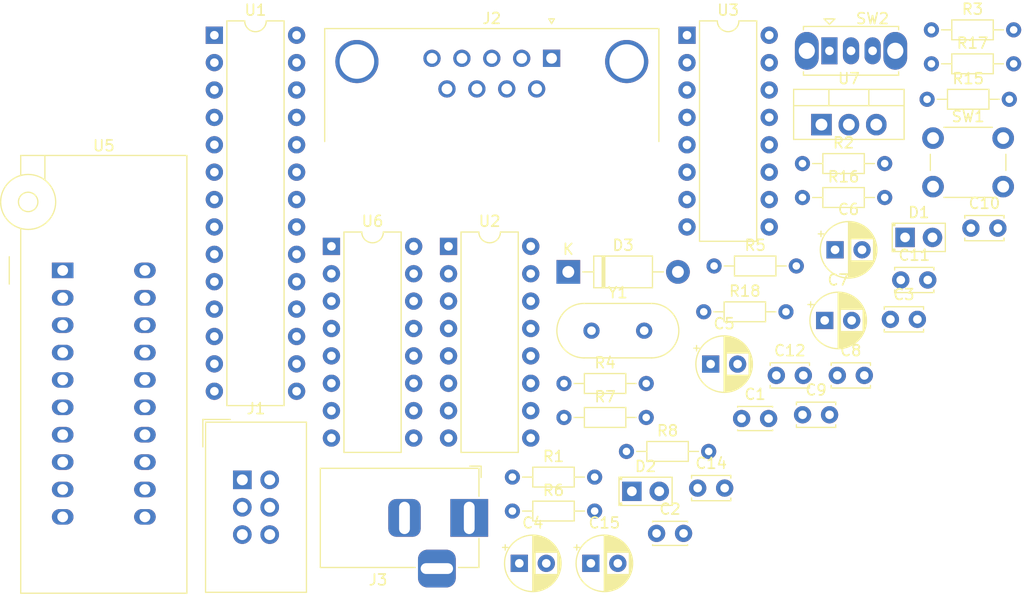
<source format=kicad_pcb>
(kicad_pcb (version 20171130) (host pcbnew "(5.1.5)-3")

  (general
    (thickness 1.6)
    (drawings 0)
    (tracks 0)
    (zones 0)
    (modules 41)
    (nets 58)
  )

  (page A4)
  (layers
    (0 F.Cu signal)
    (31 B.Cu signal)
    (32 B.Adhes user)
    (33 F.Adhes user)
    (34 B.Paste user)
    (35 F.Paste user)
    (36 B.SilkS user)
    (37 F.SilkS user)
    (38 B.Mask user)
    (39 F.Mask user)
    (40 Dwgs.User user)
    (41 Cmts.User user)
    (42 Eco1.User user)
    (43 Eco2.User user)
    (44 Edge.Cuts user)
    (45 Margin user)
    (46 B.CrtYd user)
    (47 F.CrtYd user)
    (48 B.Fab user)
    (49 F.Fab user)
  )

  (setup
    (last_trace_width 0.25)
    (trace_clearance 0.2)
    (zone_clearance 0.508)
    (zone_45_only no)
    (trace_min 0.2)
    (via_size 0.8)
    (via_drill 0.4)
    (via_min_size 0.4)
    (via_min_drill 0.3)
    (uvia_size 0.3)
    (uvia_drill 0.1)
    (uvias_allowed no)
    (uvia_min_size 0.2)
    (uvia_min_drill 0.1)
    (edge_width 0.05)
    (segment_width 0.2)
    (pcb_text_width 0.3)
    (pcb_text_size 1.5 1.5)
    (mod_edge_width 0.12)
    (mod_text_size 1 1)
    (mod_text_width 0.15)
    (pad_size 1.524 1.524)
    (pad_drill 0.762)
    (pad_to_mask_clearance 0.051)
    (solder_mask_min_width 0.25)
    (aux_axis_origin 0 0)
    (visible_elements FFFFFF7F)
    (pcbplotparams
      (layerselection 0x010fc_ffffffff)
      (usegerberextensions false)
      (usegerberattributes false)
      (usegerberadvancedattributes false)
      (creategerberjobfile false)
      (excludeedgelayer true)
      (linewidth 0.100000)
      (plotframeref false)
      (viasonmask false)
      (mode 1)
      (useauxorigin false)
      (hpglpennumber 1)
      (hpglpenspeed 20)
      (hpglpendiameter 15.000000)
      (psnegative false)
      (psa4output false)
      (plotreference true)
      (plotvalue true)
      (plotinvisibletext false)
      (padsonsilk false)
      (subtractmaskfromsilk false)
      (outputformat 1)
      (mirror false)
      (drillshape 1)
      (scaleselection 1)
      (outputdirectory ""))
  )

  (net 0 "")
  (net 1 /XTAL1)
  (net 2 GND)
  (net 3 /XTAL2)
  (net 4 "Net-(C3-Pad2)")
  (net 5 /~RESET)
  (net 6 "Net-(C4-Pad2)")
  (net 7 "Net-(C4-Pad1)")
  (net 8 "Net-(C5-Pad2)")
  (net 9 "Net-(C5-Pad1)")
  (net 10 VCC)
  (net 11 "Net-(C6-Pad1)")
  (net 12 "Net-(C7-Pad2)")
  (net 13 /RECT_V12)
  (net 14 /SCK)
  (net 15 "Net-(D1-Pad1)")
  (net 16 "Net-(D2-Pad1)")
  (net 17 /SW_12V)
  (net 18 /MOSI)
  (net 19 /MISO)
  (net 20 /RS232-DTR)
  (net 21 /RS232-TX)
  (net 22 /RS232-RX)
  (net 23 +12V)
  (net 24 /PAL_IO1)
  (net 25 "Net-(R1-Pad1)")
  (net 26 /PAL_IO2)
  (net 27 "Net-(R2-Pad1)")
  (net 28 /PAL_IO3)
  (net 29 "Net-(R3-Pad1)")
  (net 30 /PAL_IO4)
  (net 31 "Net-(R4-Pad1)")
  (net 32 /PAL_IO5)
  (net 33 "Net-(R5-Pad1)")
  (net 34 /PAL_IO6)
  (net 35 "Net-(R6-Pad1)")
  (net 36 /PAL_TRIO1)
  (net 37 "Net-(R7-Pad1)")
  (net 38 /PAL_TRIO2)
  (net 39 "Net-(R8-Pad1)")
  (net 40 /SHFT_SER)
  (net 41 /~SHFT_OE)
  (net 42 /SHFT_RCLK)
  (net 43 /TTL-TX)
  (net 44 /~SHFT_RESET)
  (net 45 /TTL-RX)
  (net 46 /SHFT_CLK)
  (net 47 /PAL_I1)
  (net 48 /PAL_I8)
  (net 49 /PAL_I7)
  (net 50 /PAL_I6)
  (net 51 /PAL_I5)
  (net 52 /PAL_I4)
  (net 53 /PAL_I3)
  (net 54 "Net-(U2-Pad9)")
  (net 55 /PAL_I2)
  (net 56 /PAL_I9)
  (net 57 /PAL_I10)

  (net_class Default "This is the default net class."
    (clearance 0.2)
    (trace_width 0.25)
    (via_dia 0.8)
    (via_drill 0.4)
    (uvia_dia 0.3)
    (uvia_drill 0.1)
    (add_net +12V)
    (add_net /MISO)
    (add_net /MOSI)
    (add_net /PAL_I1)
    (add_net /PAL_I10)
    (add_net /PAL_I2)
    (add_net /PAL_I3)
    (add_net /PAL_I4)
    (add_net /PAL_I5)
    (add_net /PAL_I6)
    (add_net /PAL_I7)
    (add_net /PAL_I8)
    (add_net /PAL_I9)
    (add_net /PAL_IO1)
    (add_net /PAL_IO2)
    (add_net /PAL_IO3)
    (add_net /PAL_IO4)
    (add_net /PAL_IO5)
    (add_net /PAL_IO6)
    (add_net /PAL_TRIO1)
    (add_net /PAL_TRIO2)
    (add_net /RECT_V12)
    (add_net /RS232-DTR)
    (add_net /RS232-RX)
    (add_net /RS232-TX)
    (add_net /SCK)
    (add_net /SHFT_CLK)
    (add_net /SHFT_RCLK)
    (add_net /SHFT_SER)
    (add_net /SW_12V)
    (add_net /TTL-RX)
    (add_net /TTL-TX)
    (add_net /XTAL1)
    (add_net /XTAL2)
    (add_net /~RESET)
    (add_net /~SHFT_OE)
    (add_net /~SHFT_RESET)
    (add_net GND)
    (add_net "Net-(C3-Pad2)")
    (add_net "Net-(C4-Pad1)")
    (add_net "Net-(C4-Pad2)")
    (add_net "Net-(C5-Pad1)")
    (add_net "Net-(C5-Pad2)")
    (add_net "Net-(C6-Pad1)")
    (add_net "Net-(C7-Pad2)")
    (add_net "Net-(D1-Pad1)")
    (add_net "Net-(D2-Pad1)")
    (add_net "Net-(J2-Pad1)")
    (add_net "Net-(J2-Pad6)")
    (add_net "Net-(J2-Pad7)")
    (add_net "Net-(J2-Pad8)")
    (add_net "Net-(J2-Pad9)")
    (add_net "Net-(R1-Pad1)")
    (add_net "Net-(R2-Pad1)")
    (add_net "Net-(R3-Pad1)")
    (add_net "Net-(R4-Pad1)")
    (add_net "Net-(R5-Pad1)")
    (add_net "Net-(R6-Pad1)")
    (add_net "Net-(R7-Pad1)")
    (add_net "Net-(R8-Pad1)")
    (add_net "Net-(U2-Pad9)")
    (add_net "Net-(U3-Pad9)")
    (add_net "Net-(U6-Pad14)")
    (add_net VCC)
  )

  (module Crystal:Crystal_HC49-U_Vertical (layer F.Cu) (tedit 5A1AD3B8) (tstamp 5E56FD2B)
    (at 151.19 98.53)
    (descr "Crystal THT HC-49/U http://5hertz.com/pdfs/04404_D.pdf")
    (tags "THT crystalHC-49/U")
    (path /5E62EBAC)
    (fp_text reference Y1 (at 2.44 -3.525) (layer F.SilkS)
      (effects (font (size 1 1) (thickness 0.15)))
    )
    (fp_text value 8Mhz (at 2.44 3.525) (layer F.Fab)
      (effects (font (size 1 1) (thickness 0.15)))
    )
    (fp_arc (start 5.565 0) (end 5.565 -2.525) (angle 180) (layer F.SilkS) (width 0.12))
    (fp_arc (start -0.685 0) (end -0.685 -2.525) (angle -180) (layer F.SilkS) (width 0.12))
    (fp_arc (start 5.44 0) (end 5.44 -2) (angle 180) (layer F.Fab) (width 0.1))
    (fp_arc (start -0.56 0) (end -0.56 -2) (angle -180) (layer F.Fab) (width 0.1))
    (fp_arc (start 5.565 0) (end 5.565 -2.325) (angle 180) (layer F.Fab) (width 0.1))
    (fp_arc (start -0.685 0) (end -0.685 -2.325) (angle -180) (layer F.Fab) (width 0.1))
    (fp_line (start 8.4 -2.8) (end -3.5 -2.8) (layer F.CrtYd) (width 0.05))
    (fp_line (start 8.4 2.8) (end 8.4 -2.8) (layer F.CrtYd) (width 0.05))
    (fp_line (start -3.5 2.8) (end 8.4 2.8) (layer F.CrtYd) (width 0.05))
    (fp_line (start -3.5 -2.8) (end -3.5 2.8) (layer F.CrtYd) (width 0.05))
    (fp_line (start -0.685 2.525) (end 5.565 2.525) (layer F.SilkS) (width 0.12))
    (fp_line (start -0.685 -2.525) (end 5.565 -2.525) (layer F.SilkS) (width 0.12))
    (fp_line (start -0.56 2) (end 5.44 2) (layer F.Fab) (width 0.1))
    (fp_line (start -0.56 -2) (end 5.44 -2) (layer F.Fab) (width 0.1))
    (fp_line (start -0.685 2.325) (end 5.565 2.325) (layer F.Fab) (width 0.1))
    (fp_line (start -0.685 -2.325) (end 5.565 -2.325) (layer F.Fab) (width 0.1))
    (fp_text user %R (at 2.44 0) (layer F.Fab)
      (effects (font (size 1 1) (thickness 0.15)))
    )
    (pad 2 thru_hole circle (at 4.88 0) (size 1.5 1.5) (drill 0.8) (layers *.Cu *.Mask)
      (net 1 /XTAL1))
    (pad 1 thru_hole circle (at 0 0) (size 1.5 1.5) (drill 0.8) (layers *.Cu *.Mask)
      (net 3 /XTAL2))
    (model ${KISYS3DMOD}/Crystal.3dshapes/Crystal_HC49-U_Vertical.wrl
      (at (xyz 0 0 0))
      (scale (xyz 1 1 1))
      (rotate (xyz 0 0 0))
    )
  )

  (module Package_TO_SOT_THT:TO-220-3_Vertical (layer F.Cu) (tedit 5AC8BA0D) (tstamp 5E56FD14)
    (at 172.5 79.42)
    (descr "TO-220-3, Vertical, RM 2.54mm, see https://www.vishay.com/docs/66542/to-220-1.pdf")
    (tags "TO-220-3 Vertical RM 2.54mm")
    (path /5E8C0200)
    (fp_text reference U7 (at 2.54 -4.27) (layer F.SilkS)
      (effects (font (size 1 1) (thickness 0.15)))
    )
    (fp_text value L7805 (at 2.54 2.5) (layer F.Fab)
      (effects (font (size 1 1) (thickness 0.15)))
    )
    (fp_text user %R (at 2.54 -4.27) (layer F.Fab)
      (effects (font (size 1 1) (thickness 0.15)))
    )
    (fp_line (start 7.79 -3.4) (end -2.71 -3.4) (layer F.CrtYd) (width 0.05))
    (fp_line (start 7.79 1.51) (end 7.79 -3.4) (layer F.CrtYd) (width 0.05))
    (fp_line (start -2.71 1.51) (end 7.79 1.51) (layer F.CrtYd) (width 0.05))
    (fp_line (start -2.71 -3.4) (end -2.71 1.51) (layer F.CrtYd) (width 0.05))
    (fp_line (start 4.391 -3.27) (end 4.391 -1.76) (layer F.SilkS) (width 0.12))
    (fp_line (start 0.69 -3.27) (end 0.69 -1.76) (layer F.SilkS) (width 0.12))
    (fp_line (start -2.58 -1.76) (end 7.66 -1.76) (layer F.SilkS) (width 0.12))
    (fp_line (start 7.66 -3.27) (end 7.66 1.371) (layer F.SilkS) (width 0.12))
    (fp_line (start -2.58 -3.27) (end -2.58 1.371) (layer F.SilkS) (width 0.12))
    (fp_line (start -2.58 1.371) (end 7.66 1.371) (layer F.SilkS) (width 0.12))
    (fp_line (start -2.58 -3.27) (end 7.66 -3.27) (layer F.SilkS) (width 0.12))
    (fp_line (start 4.39 -3.15) (end 4.39 -1.88) (layer F.Fab) (width 0.1))
    (fp_line (start 0.69 -3.15) (end 0.69 -1.88) (layer F.Fab) (width 0.1))
    (fp_line (start -2.46 -1.88) (end 7.54 -1.88) (layer F.Fab) (width 0.1))
    (fp_line (start 7.54 -3.15) (end -2.46 -3.15) (layer F.Fab) (width 0.1))
    (fp_line (start 7.54 1.25) (end 7.54 -3.15) (layer F.Fab) (width 0.1))
    (fp_line (start -2.46 1.25) (end 7.54 1.25) (layer F.Fab) (width 0.1))
    (fp_line (start -2.46 -3.15) (end -2.46 1.25) (layer F.Fab) (width 0.1))
    (pad 3 thru_hole oval (at 5.08 0) (size 1.905 2) (drill 1.1) (layers *.Cu *.Mask)
      (net 10 VCC))
    (pad 2 thru_hole oval (at 2.54 0) (size 1.905 2) (drill 1.1) (layers *.Cu *.Mask)
      (net 2 GND))
    (pad 1 thru_hole rect (at 0 0) (size 1.905 2) (drill 1.1) (layers *.Cu *.Mask)
      (net 13 /RECT_V12))
    (model ${KISYS3DMOD}/Package_TO_SOT_THT.3dshapes/TO-220-3_Vertical.wrl
      (at (xyz 0 0 0))
      (scale (xyz 1 1 1))
      (rotate (xyz 0 0 0))
    )
  )

  (module Package_DIP:DIP-16_W7.62mm (layer F.Cu) (tedit 5A02E8C5) (tstamp 5E56FCFA)
    (at 127.09 90.71)
    (descr "16-lead though-hole mounted DIP package, row spacing 7.62 mm (300 mils)")
    (tags "THT DIP DIL PDIP 2.54mm 7.62mm 300mil")
    (path /5E6911B2)
    (fp_text reference U6 (at 3.81 -2.33) (layer F.SilkS)
      (effects (font (size 1 1) (thickness 0.15)))
    )
    (fp_text value MAX232 (at 3.81 20.11) (layer F.Fab)
      (effects (font (size 1 1) (thickness 0.15)))
    )
    (fp_text user %R (at 3.81 8.89) (layer F.Fab)
      (effects (font (size 1 1) (thickness 0.15)))
    )
    (fp_line (start 8.7 -1.55) (end -1.1 -1.55) (layer F.CrtYd) (width 0.05))
    (fp_line (start 8.7 19.3) (end 8.7 -1.55) (layer F.CrtYd) (width 0.05))
    (fp_line (start -1.1 19.3) (end 8.7 19.3) (layer F.CrtYd) (width 0.05))
    (fp_line (start -1.1 -1.55) (end -1.1 19.3) (layer F.CrtYd) (width 0.05))
    (fp_line (start 6.46 -1.33) (end 4.81 -1.33) (layer F.SilkS) (width 0.12))
    (fp_line (start 6.46 19.11) (end 6.46 -1.33) (layer F.SilkS) (width 0.12))
    (fp_line (start 1.16 19.11) (end 6.46 19.11) (layer F.SilkS) (width 0.12))
    (fp_line (start 1.16 -1.33) (end 1.16 19.11) (layer F.SilkS) (width 0.12))
    (fp_line (start 2.81 -1.33) (end 1.16 -1.33) (layer F.SilkS) (width 0.12))
    (fp_line (start 0.635 -0.27) (end 1.635 -1.27) (layer F.Fab) (width 0.1))
    (fp_line (start 0.635 19.05) (end 0.635 -0.27) (layer F.Fab) (width 0.1))
    (fp_line (start 6.985 19.05) (end 0.635 19.05) (layer F.Fab) (width 0.1))
    (fp_line (start 6.985 -1.27) (end 6.985 19.05) (layer F.Fab) (width 0.1))
    (fp_line (start 1.635 -1.27) (end 6.985 -1.27) (layer F.Fab) (width 0.1))
    (fp_arc (start 3.81 -1.33) (end 2.81 -1.33) (angle -180) (layer F.SilkS) (width 0.12))
    (pad 16 thru_hole oval (at 7.62 0) (size 1.6 1.6) (drill 0.8) (layers *.Cu *.Mask)
      (net 10 VCC))
    (pad 8 thru_hole oval (at 0 17.78) (size 1.6 1.6) (drill 0.8) (layers *.Cu *.Mask)
      (net 21 /RS232-TX))
    (pad 15 thru_hole oval (at 7.62 2.54) (size 1.6 1.6) (drill 0.8) (layers *.Cu *.Mask)
      (net 2 GND))
    (pad 7 thru_hole oval (at 0 15.24) (size 1.6 1.6) (drill 0.8) (layers *.Cu *.Mask)
      (net 22 /RS232-RX))
    (pad 14 thru_hole oval (at 7.62 5.08) (size 1.6 1.6) (drill 0.8) (layers *.Cu *.Mask))
    (pad 6 thru_hole oval (at 0 12.7) (size 1.6 1.6) (drill 0.8) (layers *.Cu *.Mask)
      (net 12 "Net-(C7-Pad2)"))
    (pad 13 thru_hole oval (at 7.62 7.62) (size 1.6 1.6) (drill 0.8) (layers *.Cu *.Mask)
      (net 20 /RS232-DTR))
    (pad 5 thru_hole oval (at 0 10.16) (size 1.6 1.6) (drill 0.8) (layers *.Cu *.Mask)
      (net 8 "Net-(C5-Pad2)"))
    (pad 12 thru_hole oval (at 7.62 10.16) (size 1.6 1.6) (drill 0.8) (layers *.Cu *.Mask)
      (net 4 "Net-(C3-Pad2)"))
    (pad 4 thru_hole oval (at 0 7.62) (size 1.6 1.6) (drill 0.8) (layers *.Cu *.Mask)
      (net 9 "Net-(C5-Pad1)"))
    (pad 11 thru_hole oval (at 7.62 12.7) (size 1.6 1.6) (drill 0.8) (layers *.Cu *.Mask)
      (net 2 GND))
    (pad 3 thru_hole oval (at 0 5.08) (size 1.6 1.6) (drill 0.8) (layers *.Cu *.Mask)
      (net 6 "Net-(C4-Pad2)"))
    (pad 10 thru_hole oval (at 7.62 15.24) (size 1.6 1.6) (drill 0.8) (layers *.Cu *.Mask)
      (net 43 /TTL-TX))
    (pad 2 thru_hole oval (at 0 2.54) (size 1.6 1.6) (drill 0.8) (layers *.Cu *.Mask)
      (net 11 "Net-(C6-Pad1)"))
    (pad 9 thru_hole oval (at 7.62 17.78) (size 1.6 1.6) (drill 0.8) (layers *.Cu *.Mask)
      (net 45 /TTL-RX))
    (pad 1 thru_hole rect (at 0 0) (size 1.6 1.6) (drill 0.8) (layers *.Cu *.Mask)
      (net 7 "Net-(C4-Pad1)"))
    (model ${KISYS3DMOD}/Package_DIP.3dshapes/DIP-16_W7.62mm.wrl
      (at (xyz 0 0 0))
      (scale (xyz 1 1 1))
      (rotate (xyz 0 0 0))
    )
  )

  (module Socket:DIP_Socket-20_W4.3_W5.08_W7.62_W10.16_W10.9_3M_220-3342-00-0602J (layer F.Cu) (tedit 5AF5D4CC) (tstamp 5E56FCD6)
    (at 102.185 92.94)
    (descr "3M 20-pin zero insertion force socket, through-hole, row spacing 7.62 mm (300 mils), http://multimedia.3m.com/mws/media/494546O/3mtm-dip-sockets-100-2-54-mm-ts0365.pdf")
    (tags "THT DIP DIL ZIF 7.62mm 300mil Socket")
    (path /5E5512FA)
    (fp_text reference U5 (at 3.81 -11.56) (layer F.SilkS)
      (effects (font (size 1 1) (thickness 0.15)))
    )
    (fp_text value PAL16L8 (at 3.81 30.84) (layer F.Fab)
      (effects (font (size 0.6 0.6) (thickness 0.09)))
    )
    (fp_text user %R (at 3.81 9.64) (layer F.Fab)
      (effects (font (size 1 1) (thickness 0.15)))
    )
    (fp_line (start -4.95 1.27) (end -4.95 -1.27) (layer F.SilkS) (width 0.12))
    (fp_line (start -1.65 -10.66) (end -1.65 -8.4) (layer F.SilkS) (width 0.12))
    (fp_line (start -3.89 -10.66) (end -3.89 -8.8) (layer F.SilkS) (width 0.12))
    (fp_line (start 11.51 -10.66) (end -3.89 -10.66) (layer F.SilkS) (width 0.12))
    (fp_line (start 11.51 29.94) (end 11.51 -10.66) (layer F.SilkS) (width 0.12))
    (fp_line (start -3.89 29.94) (end 11.51 29.94) (layer F.SilkS) (width 0.12))
    (fp_line (start -3.89 -3.9) (end -3.89 29.94) (layer F.SilkS) (width 0.12))
    (fp_line (start 11.41 -10.56) (end 11.41 29.84) (layer F.Fab) (width 0.1))
    (fp_line (start -2.85 -10.56) (end 11.41 -10.56) (layer F.Fab) (width 0.1))
    (fp_line (start -3.79 -9.4) (end -2.85 -10.56) (layer F.Fab) (width 0.1))
    (fp_line (start -3.79 29.84) (end -3.79 -9.4) (layer F.Fab) (width 0.1))
    (fp_line (start 11.41 29.84) (end -3.79 29.84) (layer F.Fab) (width 0.1))
    (fp_line (start -1.9 -15.86) (end -1.9 -10.56) (layer F.Fab) (width 0.1))
    (fp_line (start -3.5 -15.86) (end -1.9 -15.86) (layer F.Fab) (width 0.1))
    (fp_line (start -3.5 -9.75) (end -3.5 -15.86) (layer F.Fab) (width 0.1))
    (fp_line (start -0.4 -17.86) (end -1.9 -15.86) (layer F.Fab) (width 0.1))
    (fp_line (start -5 -17.86) (end -3.5 -15.86) (layer F.Fab) (width 0.1))
    (fp_line (start -0.4 -17.86) (end -0.4 -21.46) (layer F.Fab) (width 0.1))
    (fp_line (start -5 -17.86) (end -0.4 -17.86) (layer F.Fab) (width 0.1))
    (fp_line (start -5 -21.46) (end -5 -17.86) (layer F.Fab) (width 0.1))
    (fp_line (start -0.4 -21.46) (end -5 -21.46) (layer F.Fab) (width 0.1))
    (fp_line (start -1.7 -22.86) (end -0.4 -21.46) (layer F.Fab) (width 0.1))
    (fp_line (start -3.7 -22.86) (end -1.7 -22.86) (layer F.Fab) (width 0.1))
    (fp_line (start -5 -21.46) (end -3.7 -22.86) (layer F.Fab) (width 0.1))
    (fp_line (start -5.5 -3.4) (end -5.5 -23.36) (layer F.CrtYd) (width 0.05))
    (fp_line (start -4.29 -3.4) (end -5.5 -3.4) (layer F.CrtYd) (width 0.05))
    (fp_line (start -4.29 30.34) (end -4.29 -3.4) (layer F.CrtYd) (width 0.05))
    (fp_line (start 11.91 30.34) (end -4.29 30.34) (layer F.CrtYd) (width 0.05))
    (fp_line (start 11.91 -11.06) (end 11.91 30.34) (layer F.CrtYd) (width 0.05))
    (fp_line (start 0.1 -11.06) (end 11.91 -11.06) (layer F.CrtYd) (width 0.05))
    (fp_line (start 0.1 -23.36) (end 0.1 -11.06) (layer F.CrtYd) (width 0.05))
    (fp_line (start -5.5 -23.36) (end 0.1 -23.36) (layer F.CrtYd) (width 0.05))
    (fp_circle (center -3.2 -6.35) (end -2.3 -6.35) (layer F.SilkS) (width 0.12))
    (fp_circle (center -3.2 -6.35) (end -0.65 -6.35) (layer F.SilkS) (width 0.12))
    (pad 11 thru_hole oval (at 7.62 22.86) (size 2 1.44) (drill 1) (layers *.Cu *.Mask)
      (net 57 /PAL_I10))
    (pad 10 thru_hole oval (at 0 22.86) (size 2 1.44) (drill 1) (layers *.Cu *.Mask)
      (net 2 GND))
    (pad 12 thru_hole oval (at 7.62 20.32) (size 2 1.44) (drill 1) (layers *.Cu *.Mask)
      (net 38 /PAL_TRIO2))
    (pad 9 thru_hole oval (at 0 20.32) (size 2 1.44) (drill 1) (layers *.Cu *.Mask)
      (net 56 /PAL_I9))
    (pad 13 thru_hole oval (at 7.62 17.78) (size 2 1.44) (drill 1) (layers *.Cu *.Mask)
      (net 34 /PAL_IO6))
    (pad 8 thru_hole oval (at 0 17.78) (size 2 1.44) (drill 1) (layers *.Cu *.Mask)
      (net 48 /PAL_I8))
    (pad 14 thru_hole oval (at 7.62 15.24) (size 2 1.44) (drill 1) (layers *.Cu *.Mask)
      (net 32 /PAL_IO5))
    (pad 7 thru_hole oval (at 0 15.24) (size 2 1.44) (drill 1) (layers *.Cu *.Mask)
      (net 49 /PAL_I7))
    (pad 15 thru_hole oval (at 7.62 12.7) (size 2 1.44) (drill 1) (layers *.Cu *.Mask)
      (net 30 /PAL_IO4))
    (pad 6 thru_hole oval (at 0 12.7) (size 2 1.44) (drill 1) (layers *.Cu *.Mask)
      (net 50 /PAL_I6))
    (pad 16 thru_hole oval (at 7.62 10.16) (size 2 1.44) (drill 1) (layers *.Cu *.Mask)
      (net 28 /PAL_IO3))
    (pad 5 thru_hole oval (at 0 10.16) (size 2 1.44) (drill 1) (layers *.Cu *.Mask)
      (net 51 /PAL_I5))
    (pad 17 thru_hole oval (at 7.62 7.62) (size 2 1.44) (drill 1) (layers *.Cu *.Mask)
      (net 26 /PAL_IO2))
    (pad 4 thru_hole oval (at 0 7.62) (size 2 1.44) (drill 1) (layers *.Cu *.Mask)
      (net 52 /PAL_I4))
    (pad 18 thru_hole oval (at 7.62 5.08) (size 2 1.44) (drill 1) (layers *.Cu *.Mask)
      (net 24 /PAL_IO1))
    (pad 3 thru_hole oval (at 0 5.08) (size 2 1.44) (drill 1) (layers *.Cu *.Mask)
      (net 53 /PAL_I3))
    (pad 19 thru_hole oval (at 7.62 2.54) (size 2 1.44) (drill 1) (layers *.Cu *.Mask)
      (net 36 /PAL_TRIO1))
    (pad 2 thru_hole oval (at 0 2.54) (size 2 1.44) (drill 1) (layers *.Cu *.Mask)
      (net 55 /PAL_I2))
    (pad 20 thru_hole oval (at 7.62 0) (size 2 1.44) (drill 1) (layers *.Cu *.Mask)
      (net 10 VCC))
    (pad 1 thru_hole rect (at 0 0) (size 2 1.44) (drill 1) (layers *.Cu *.Mask)
      (net 47 /PAL_I1))
    (model ${KISYS3DMOD}/Socket.3dshapes/DIP_Socket-20_W4.3_W5.08_W7.62_W10.16_W10.9_3M_220-3342-00-0602J.wrl
      (at (xyz 0 0 0))
      (scale (xyz 1 1 1))
      (rotate (xyz 0 0 0))
    )
  )

  (module Package_DIP:DIP-16_W7.62mm (layer F.Cu) (tedit 5A02E8C5) (tstamp 5E56FC9B)
    (at 160.04 71.13)
    (descr "16-lead though-hole mounted DIP package, row spacing 7.62 mm (300 mils)")
    (tags "THT DIP DIL PDIP 2.54mm 7.62mm 300mil")
    (path /5E54DF9A)
    (fp_text reference U3 (at 3.81 -2.33) (layer F.SilkS)
      (effects (font (size 1 1) (thickness 0.15)))
    )
    (fp_text value 74HC595 (at 3.81 20.11) (layer F.Fab)
      (effects (font (size 1 1) (thickness 0.15)))
    )
    (fp_text user %R (at 3.81 8.89) (layer F.Fab)
      (effects (font (size 1 1) (thickness 0.15)))
    )
    (fp_line (start 8.7 -1.55) (end -1.1 -1.55) (layer F.CrtYd) (width 0.05))
    (fp_line (start 8.7 19.3) (end 8.7 -1.55) (layer F.CrtYd) (width 0.05))
    (fp_line (start -1.1 19.3) (end 8.7 19.3) (layer F.CrtYd) (width 0.05))
    (fp_line (start -1.1 -1.55) (end -1.1 19.3) (layer F.CrtYd) (width 0.05))
    (fp_line (start 6.46 -1.33) (end 4.81 -1.33) (layer F.SilkS) (width 0.12))
    (fp_line (start 6.46 19.11) (end 6.46 -1.33) (layer F.SilkS) (width 0.12))
    (fp_line (start 1.16 19.11) (end 6.46 19.11) (layer F.SilkS) (width 0.12))
    (fp_line (start 1.16 -1.33) (end 1.16 19.11) (layer F.SilkS) (width 0.12))
    (fp_line (start 2.81 -1.33) (end 1.16 -1.33) (layer F.SilkS) (width 0.12))
    (fp_line (start 0.635 -0.27) (end 1.635 -1.27) (layer F.Fab) (width 0.1))
    (fp_line (start 0.635 19.05) (end 0.635 -0.27) (layer F.Fab) (width 0.1))
    (fp_line (start 6.985 19.05) (end 0.635 19.05) (layer F.Fab) (width 0.1))
    (fp_line (start 6.985 -1.27) (end 6.985 19.05) (layer F.Fab) (width 0.1))
    (fp_line (start 1.635 -1.27) (end 6.985 -1.27) (layer F.Fab) (width 0.1))
    (fp_arc (start 3.81 -1.33) (end 2.81 -1.33) (angle -180) (layer F.SilkS) (width 0.12))
    (pad 16 thru_hole oval (at 7.62 0) (size 1.6 1.6) (drill 0.8) (layers *.Cu *.Mask)
      (net 10 VCC))
    (pad 8 thru_hole oval (at 0 17.78) (size 1.6 1.6) (drill 0.8) (layers *.Cu *.Mask)
      (net 2 GND))
    (pad 15 thru_hole oval (at 7.62 2.54) (size 1.6 1.6) (drill 0.8) (layers *.Cu *.Mask)
      (net 56 /PAL_I9))
    (pad 7 thru_hole oval (at 0 15.24) (size 1.6 1.6) (drill 0.8) (layers *.Cu *.Mask)
      (net 35 "Net-(R6-Pad1)"))
    (pad 14 thru_hole oval (at 7.62 5.08) (size 1.6 1.6) (drill 0.8) (layers *.Cu *.Mask)
      (net 54 "Net-(U2-Pad9)"))
    (pad 6 thru_hole oval (at 0 12.7) (size 1.6 1.6) (drill 0.8) (layers *.Cu *.Mask)
      (net 33 "Net-(R5-Pad1)"))
    (pad 13 thru_hole oval (at 7.62 7.62) (size 1.6 1.6) (drill 0.8) (layers *.Cu *.Mask)
      (net 41 /~SHFT_OE))
    (pad 5 thru_hole oval (at 0 10.16) (size 1.6 1.6) (drill 0.8) (layers *.Cu *.Mask)
      (net 31 "Net-(R4-Pad1)"))
    (pad 12 thru_hole oval (at 7.62 10.16) (size 1.6 1.6) (drill 0.8) (layers *.Cu *.Mask)
      (net 42 /SHFT_RCLK))
    (pad 4 thru_hole oval (at 0 7.62) (size 1.6 1.6) (drill 0.8) (layers *.Cu *.Mask)
      (net 29 "Net-(R3-Pad1)"))
    (pad 11 thru_hole oval (at 7.62 12.7) (size 1.6 1.6) (drill 0.8) (layers *.Cu *.Mask)
      (net 46 /SHFT_CLK))
    (pad 3 thru_hole oval (at 0 5.08) (size 1.6 1.6) (drill 0.8) (layers *.Cu *.Mask)
      (net 27 "Net-(R2-Pad1)"))
    (pad 10 thru_hole oval (at 7.62 15.24) (size 1.6 1.6) (drill 0.8) (layers *.Cu *.Mask)
      (net 44 /~SHFT_RESET))
    (pad 2 thru_hole oval (at 0 2.54) (size 1.6 1.6) (drill 0.8) (layers *.Cu *.Mask)
      (net 25 "Net-(R1-Pad1)"))
    (pad 9 thru_hole oval (at 7.62 17.78) (size 1.6 1.6) (drill 0.8) (layers *.Cu *.Mask))
    (pad 1 thru_hole rect (at 0 0) (size 1.6 1.6) (drill 0.8) (layers *.Cu *.Mask)
      (net 57 /PAL_I10))
    (model ${KISYS3DMOD}/Package_DIP.3dshapes/DIP-16_W7.62mm.wrl
      (at (xyz 0 0 0))
      (scale (xyz 1 1 1))
      (rotate (xyz 0 0 0))
    )
  )

  (module Package_DIP:DIP-16_W7.62mm (layer F.Cu) (tedit 5A02E8C5) (tstamp 5E56FC77)
    (at 137.94 90.71)
    (descr "16-lead though-hole mounted DIP package, row spacing 7.62 mm (300 mils)")
    (tags "THT DIP DIL PDIP 2.54mm 7.62mm 300mil")
    (path /5E54D2F2)
    (fp_text reference U2 (at 3.81 -2.33) (layer F.SilkS)
      (effects (font (size 1 1) (thickness 0.15)))
    )
    (fp_text value 74HC595 (at 3.81 20.11) (layer F.Fab)
      (effects (font (size 1 1) (thickness 0.15)))
    )
    (fp_text user %R (at 3.81 8.89) (layer F.Fab)
      (effects (font (size 1 1) (thickness 0.15)))
    )
    (fp_line (start 8.7 -1.55) (end -1.1 -1.55) (layer F.CrtYd) (width 0.05))
    (fp_line (start 8.7 19.3) (end 8.7 -1.55) (layer F.CrtYd) (width 0.05))
    (fp_line (start -1.1 19.3) (end 8.7 19.3) (layer F.CrtYd) (width 0.05))
    (fp_line (start -1.1 -1.55) (end -1.1 19.3) (layer F.CrtYd) (width 0.05))
    (fp_line (start 6.46 -1.33) (end 4.81 -1.33) (layer F.SilkS) (width 0.12))
    (fp_line (start 6.46 19.11) (end 6.46 -1.33) (layer F.SilkS) (width 0.12))
    (fp_line (start 1.16 19.11) (end 6.46 19.11) (layer F.SilkS) (width 0.12))
    (fp_line (start 1.16 -1.33) (end 1.16 19.11) (layer F.SilkS) (width 0.12))
    (fp_line (start 2.81 -1.33) (end 1.16 -1.33) (layer F.SilkS) (width 0.12))
    (fp_line (start 0.635 -0.27) (end 1.635 -1.27) (layer F.Fab) (width 0.1))
    (fp_line (start 0.635 19.05) (end 0.635 -0.27) (layer F.Fab) (width 0.1))
    (fp_line (start 6.985 19.05) (end 0.635 19.05) (layer F.Fab) (width 0.1))
    (fp_line (start 6.985 -1.27) (end 6.985 19.05) (layer F.Fab) (width 0.1))
    (fp_line (start 1.635 -1.27) (end 6.985 -1.27) (layer F.Fab) (width 0.1))
    (fp_arc (start 3.81 -1.33) (end 2.81 -1.33) (angle -180) (layer F.SilkS) (width 0.12))
    (pad 16 thru_hole oval (at 7.62 0) (size 1.6 1.6) (drill 0.8) (layers *.Cu *.Mask)
      (net 10 VCC))
    (pad 8 thru_hole oval (at 0 17.78) (size 1.6 1.6) (drill 0.8) (layers *.Cu *.Mask)
      (net 2 GND))
    (pad 15 thru_hole oval (at 7.62 2.54) (size 1.6 1.6) (drill 0.8) (layers *.Cu *.Mask)
      (net 47 /PAL_I1))
    (pad 7 thru_hole oval (at 0 15.24) (size 1.6 1.6) (drill 0.8) (layers *.Cu *.Mask)
      (net 48 /PAL_I8))
    (pad 14 thru_hole oval (at 7.62 5.08) (size 1.6 1.6) (drill 0.8) (layers *.Cu *.Mask)
      (net 40 /SHFT_SER))
    (pad 6 thru_hole oval (at 0 12.7) (size 1.6 1.6) (drill 0.8) (layers *.Cu *.Mask)
      (net 49 /PAL_I7))
    (pad 13 thru_hole oval (at 7.62 7.62) (size 1.6 1.6) (drill 0.8) (layers *.Cu *.Mask)
      (net 41 /~SHFT_OE))
    (pad 5 thru_hole oval (at 0 10.16) (size 1.6 1.6) (drill 0.8) (layers *.Cu *.Mask)
      (net 50 /PAL_I6))
    (pad 12 thru_hole oval (at 7.62 10.16) (size 1.6 1.6) (drill 0.8) (layers *.Cu *.Mask)
      (net 42 /SHFT_RCLK))
    (pad 4 thru_hole oval (at 0 7.62) (size 1.6 1.6) (drill 0.8) (layers *.Cu *.Mask)
      (net 51 /PAL_I5))
    (pad 11 thru_hole oval (at 7.62 12.7) (size 1.6 1.6) (drill 0.8) (layers *.Cu *.Mask)
      (net 46 /SHFT_CLK))
    (pad 3 thru_hole oval (at 0 5.08) (size 1.6 1.6) (drill 0.8) (layers *.Cu *.Mask)
      (net 52 /PAL_I4))
    (pad 10 thru_hole oval (at 7.62 15.24) (size 1.6 1.6) (drill 0.8) (layers *.Cu *.Mask)
      (net 44 /~SHFT_RESET))
    (pad 2 thru_hole oval (at 0 2.54) (size 1.6 1.6) (drill 0.8) (layers *.Cu *.Mask)
      (net 53 /PAL_I3))
    (pad 9 thru_hole oval (at 7.62 17.78) (size 1.6 1.6) (drill 0.8) (layers *.Cu *.Mask)
      (net 54 "Net-(U2-Pad9)"))
    (pad 1 thru_hole rect (at 0 0) (size 1.6 1.6) (drill 0.8) (layers *.Cu *.Mask)
      (net 55 /PAL_I2))
    (model ${KISYS3DMOD}/Package_DIP.3dshapes/DIP-16_W7.62mm.wrl
      (at (xyz 0 0 0))
      (scale (xyz 1 1 1))
      (rotate (xyz 0 0 0))
    )
  )

  (module Package_DIP:DIP-28_W7.62mm (layer F.Cu) (tedit 5A02E8C5) (tstamp 5E56FC53)
    (at 116.24 71.13)
    (descr "28-lead though-hole mounted DIP package, row spacing 7.62 mm (300 mils)")
    (tags "THT DIP DIL PDIP 2.54mm 7.62mm 300mil")
    (path /5E54C24B)
    (fp_text reference U1 (at 3.81 -2.33) (layer F.SilkS)
      (effects (font (size 1 1) (thickness 0.15)))
    )
    (fp_text value ATmega8A-PU (at 3.81 35.35) (layer F.Fab)
      (effects (font (size 1 1) (thickness 0.15)))
    )
    (fp_text user %R (at 3.81 16.51) (layer F.Fab)
      (effects (font (size 1 1) (thickness 0.15)))
    )
    (fp_line (start 8.7 -1.55) (end -1.1 -1.55) (layer F.CrtYd) (width 0.05))
    (fp_line (start 8.7 34.55) (end 8.7 -1.55) (layer F.CrtYd) (width 0.05))
    (fp_line (start -1.1 34.55) (end 8.7 34.55) (layer F.CrtYd) (width 0.05))
    (fp_line (start -1.1 -1.55) (end -1.1 34.55) (layer F.CrtYd) (width 0.05))
    (fp_line (start 6.46 -1.33) (end 4.81 -1.33) (layer F.SilkS) (width 0.12))
    (fp_line (start 6.46 34.35) (end 6.46 -1.33) (layer F.SilkS) (width 0.12))
    (fp_line (start 1.16 34.35) (end 6.46 34.35) (layer F.SilkS) (width 0.12))
    (fp_line (start 1.16 -1.33) (end 1.16 34.35) (layer F.SilkS) (width 0.12))
    (fp_line (start 2.81 -1.33) (end 1.16 -1.33) (layer F.SilkS) (width 0.12))
    (fp_line (start 0.635 -0.27) (end 1.635 -1.27) (layer F.Fab) (width 0.1))
    (fp_line (start 0.635 34.29) (end 0.635 -0.27) (layer F.Fab) (width 0.1))
    (fp_line (start 6.985 34.29) (end 0.635 34.29) (layer F.Fab) (width 0.1))
    (fp_line (start 6.985 -1.27) (end 6.985 34.29) (layer F.Fab) (width 0.1))
    (fp_line (start 1.635 -1.27) (end 6.985 -1.27) (layer F.Fab) (width 0.1))
    (fp_arc (start 3.81 -1.33) (end 2.81 -1.33) (angle -180) (layer F.SilkS) (width 0.12))
    (pad 28 thru_hole oval (at 7.62 0) (size 1.6 1.6) (drill 0.8) (layers *.Cu *.Mask)
      (net 30 /PAL_IO4))
    (pad 14 thru_hole oval (at 0 33.02) (size 1.6 1.6) (drill 0.8) (layers *.Cu *.Mask)
      (net 40 /SHFT_SER))
    (pad 27 thru_hole oval (at 7.62 2.54) (size 1.6 1.6) (drill 0.8) (layers *.Cu *.Mask)
      (net 28 /PAL_IO3))
    (pad 13 thru_hole oval (at 0 30.48) (size 1.6 1.6) (drill 0.8) (layers *.Cu *.Mask)
      (net 39 "Net-(R8-Pad1)"))
    (pad 26 thru_hole oval (at 7.62 5.08) (size 1.6 1.6) (drill 0.8) (layers *.Cu *.Mask)
      (net 26 /PAL_IO2))
    (pad 12 thru_hole oval (at 0 27.94) (size 1.6 1.6) (drill 0.8) (layers *.Cu *.Mask)
      (net 37 "Net-(R7-Pad1)"))
    (pad 25 thru_hole oval (at 7.62 7.62) (size 1.6 1.6) (drill 0.8) (layers *.Cu *.Mask)
      (net 24 /PAL_IO1))
    (pad 11 thru_hole oval (at 0 25.4) (size 1.6 1.6) (drill 0.8) (layers *.Cu *.Mask)
      (net 38 /PAL_TRIO2))
    (pad 24 thru_hole oval (at 7.62 10.16) (size 1.6 1.6) (drill 0.8) (layers *.Cu *.Mask)
      (net 41 /~SHFT_OE))
    (pad 10 thru_hole oval (at 0 22.86) (size 1.6 1.6) (drill 0.8) (layers *.Cu *.Mask)
      (net 3 /XTAL2))
    (pad 23 thru_hole oval (at 7.62 12.7) (size 1.6 1.6) (drill 0.8) (layers *.Cu *.Mask)
      (net 42 /SHFT_RCLK))
    (pad 9 thru_hole oval (at 0 20.32) (size 1.6 1.6) (drill 0.8) (layers *.Cu *.Mask)
      (net 1 /XTAL1))
    (pad 22 thru_hole oval (at 7.62 15.24) (size 1.6 1.6) (drill 0.8) (layers *.Cu *.Mask)
      (net 2 GND))
    (pad 8 thru_hole oval (at 0 17.78) (size 1.6 1.6) (drill 0.8) (layers *.Cu *.Mask)
      (net 2 GND))
    (pad 21 thru_hole oval (at 7.62 17.78) (size 1.6 1.6) (drill 0.8) (layers *.Cu *.Mask)
      (net 10 VCC))
    (pad 7 thru_hole oval (at 0 15.24) (size 1.6 1.6) (drill 0.8) (layers *.Cu *.Mask)
      (net 10 VCC))
    (pad 20 thru_hole oval (at 7.62 20.32) (size 1.6 1.6) (drill 0.8) (layers *.Cu *.Mask)
      (net 10 VCC))
    (pad 6 thru_hole oval (at 0 12.7) (size 1.6 1.6) (drill 0.8) (layers *.Cu *.Mask)
      (net 36 /PAL_TRIO1))
    (pad 19 thru_hole oval (at 7.62 22.86) (size 1.6 1.6) (drill 0.8) (layers *.Cu *.Mask)
      (net 14 /SCK))
    (pad 5 thru_hole oval (at 0 10.16) (size 1.6 1.6) (drill 0.8) (layers *.Cu *.Mask)
      (net 34 /PAL_IO6))
    (pad 18 thru_hole oval (at 7.62 25.4) (size 1.6 1.6) (drill 0.8) (layers *.Cu *.Mask)
      (net 19 /MISO))
    (pad 4 thru_hole oval (at 0 7.62) (size 1.6 1.6) (drill 0.8) (layers *.Cu *.Mask)
      (net 32 /PAL_IO5))
    (pad 17 thru_hole oval (at 7.62 27.94) (size 1.6 1.6) (drill 0.8) (layers *.Cu *.Mask)
      (net 18 /MOSI))
    (pad 3 thru_hole oval (at 0 5.08) (size 1.6 1.6) (drill 0.8) (layers *.Cu *.Mask)
      (net 43 /TTL-TX))
    (pad 16 thru_hole oval (at 7.62 30.48) (size 1.6 1.6) (drill 0.8) (layers *.Cu *.Mask)
      (net 44 /~SHFT_RESET))
    (pad 2 thru_hole oval (at 0 2.54) (size 1.6 1.6) (drill 0.8) (layers *.Cu *.Mask)
      (net 45 /TTL-RX))
    (pad 15 thru_hole oval (at 7.62 33.02) (size 1.6 1.6) (drill 0.8) (layers *.Cu *.Mask)
      (net 46 /SHFT_CLK))
    (pad 1 thru_hole rect (at 0 0) (size 1.6 1.6) (drill 0.8) (layers *.Cu *.Mask)
      (net 5 /~RESET))
    (model ${KISYS3DMOD}/Package_DIP.3dshapes/DIP-28_W7.62mm.wrl
      (at (xyz 0 0 0))
      (scale (xyz 1 1 1))
      (rotate (xyz 0 0 0))
    )
  )

  (module Button_Switch_THT:SW_Slide_1P2T_CK_OS102011MS2Q (layer F.Cu) (tedit 5C5044D5) (tstamp 5E56FC23)
    (at 173.24 72.575)
    (descr "CuK miniature slide switch, OS series, SPDT, https://www.ckswitches.com/media/1428/os.pdf")
    (tags "switch SPDT")
    (path /5E9B483E)
    (fp_text reference SW2 (at 3.99 -2.99) (layer F.SilkS)
      (effects (font (size 1 1) (thickness 0.15)))
    )
    (fp_text value Power (at 2 3) (layer F.Fab)
      (effects (font (size 1 1) (thickness 0.15)))
    )
    (fp_line (start 0.5 -2.96) (end -0.5 -2.96) (layer F.SilkS) (width 0.12))
    (fp_line (start 0 -2.46) (end 0.5 -2.96) (layer F.SilkS) (width 0.12))
    (fp_line (start -0.5 -2.96) (end 0 -2.46) (layer F.SilkS) (width 0.12))
    (fp_line (start 0 -1.65) (end 0.5 -2.15) (layer F.Fab) (width 0.1))
    (fp_line (start -0.5 -2.15) (end 0 -1.65) (layer F.Fab) (width 0.1))
    (fp_line (start -3.45 2.4) (end -3.45 -2.4) (layer B.CrtYd) (width 0.05))
    (fp_line (start 7.45 2.4) (end -3.45 2.4) (layer B.CrtYd) (width 0.05))
    (fp_line (start 7.45 -2.4) (end 7.45 2.4) (layer B.CrtYd) (width 0.05))
    (fp_line (start -3.45 -2.4) (end 7.45 -2.4) (layer B.CrtYd) (width 0.05))
    (fp_text user %R (at 3.99 -2.99) (layer F.Fab)
      (effects (font (size 1 1) (thickness 0.15)))
    )
    (fp_line (start 6.41 2.26) (end 6.41 1.95) (layer F.SilkS) (width 0.12))
    (fp_line (start -2.41 2.26) (end -2.41 1.95) (layer F.SilkS) (width 0.12))
    (fp_line (start -2.41 -1.95) (end -2.41 -2.26) (layer F.SilkS) (width 0.12))
    (fp_line (start 6.41 2.26) (end -2.41 2.26) (layer F.SilkS) (width 0.12))
    (fp_line (start 6.41 -2.26) (end 6.41 -1.95) (layer F.SilkS) (width 0.12))
    (fp_line (start -2.41 -2.26) (end 6.41 -2.26) (layer F.SilkS) (width 0.12))
    (fp_line (start -2.3 -2.15) (end -0.5 -2.15) (layer F.Fab) (width 0.1))
    (fp_line (start 2 -1) (end 2 1) (layer F.Fab) (width 0.1))
    (fp_line (start 1.34 -1) (end 1.34 1) (layer F.Fab) (width 0.1))
    (fp_line (start 0.66 -1) (end 0.66 1) (layer F.Fab) (width 0.1))
    (fp_line (start 0 -1) (end 0 1) (layer F.Fab) (width 0.1))
    (fp_line (start 0 1) (end 4 1) (layer F.Fab) (width 0.1))
    (fp_line (start 4 -1) (end 4 1) (layer F.Fab) (width 0.1))
    (fp_line (start 0 -1) (end 4 -1) (layer F.Fab) (width 0.1))
    (fp_line (start -2.3 2.15) (end -2.3 -2.15) (layer F.Fab) (width 0.1))
    (fp_line (start 6.3 2.15) (end -2.3 2.15) (layer F.Fab) (width 0.1))
    (fp_line (start 6.3 -2.15) (end 6.3 2.15) (layer F.Fab) (width 0.1))
    (fp_line (start 0.5 -2.15) (end 6.3 -2.15) (layer F.Fab) (width 0.1))
    (pad "" thru_hole oval (at 6.1 0) (size 2.2 3.5) (drill 1.5) (layers *.Cu *.Mask))
    (pad "" thru_hole oval (at -2.1 0) (size 2.2 3.5) (drill 1.5) (layers *.Cu *.Mask))
    (pad 3 thru_hole oval (at 4 0) (size 1.5 2.5) (drill 0.8) (layers *.Cu *.Mask))
    (pad 2 thru_hole oval (at 2 0) (size 1.5 2.5) (drill 0.8) (layers *.Cu *.Mask)
      (net 17 /SW_12V))
    (pad 1 thru_hole rect (at 0 0) (size 1.5 2.5) (drill 0.8) (layers *.Cu *.Mask)
      (net 23 +12V))
    (model ${KISYS3DMOD}/Button_Switch_THT.3dshapes/SW_Slide_1P2T_CK_OS102011MS2Q.wrl
      (at (xyz 0 0 0))
      (scale (xyz 1 1 1))
      (rotate (xyz 0 0 0))
    )
  )

  (module Button_Switch_THT:SW_PUSH_6mm (layer F.Cu) (tedit 5A02FE31) (tstamp 5E56FBFE)
    (at 182.84 80.67)
    (descr https://www.omron.com/ecb/products/pdf/en-b3f.pdf)
    (tags "tact sw push 6mm")
    (path /5E57F8A0)
    (fp_text reference SW1 (at 3.25 -2) (layer F.SilkS)
      (effects (font (size 1 1) (thickness 0.15)))
    )
    (fp_text value SW_Push (at 3.75 6.7) (layer F.Fab)
      (effects (font (size 1 1) (thickness 0.15)))
    )
    (fp_circle (center 3.25 2.25) (end 1.25 2.5) (layer F.Fab) (width 0.1))
    (fp_line (start 6.75 3) (end 6.75 1.5) (layer F.SilkS) (width 0.12))
    (fp_line (start 5.5 -1) (end 1 -1) (layer F.SilkS) (width 0.12))
    (fp_line (start -0.25 1.5) (end -0.25 3) (layer F.SilkS) (width 0.12))
    (fp_line (start 1 5.5) (end 5.5 5.5) (layer F.SilkS) (width 0.12))
    (fp_line (start 8 -1.25) (end 8 5.75) (layer F.CrtYd) (width 0.05))
    (fp_line (start 7.75 6) (end -1.25 6) (layer F.CrtYd) (width 0.05))
    (fp_line (start -1.5 5.75) (end -1.5 -1.25) (layer F.CrtYd) (width 0.05))
    (fp_line (start -1.25 -1.5) (end 7.75 -1.5) (layer F.CrtYd) (width 0.05))
    (fp_line (start -1.5 6) (end -1.25 6) (layer F.CrtYd) (width 0.05))
    (fp_line (start -1.5 5.75) (end -1.5 6) (layer F.CrtYd) (width 0.05))
    (fp_line (start -1.5 -1.5) (end -1.25 -1.5) (layer F.CrtYd) (width 0.05))
    (fp_line (start -1.5 -1.25) (end -1.5 -1.5) (layer F.CrtYd) (width 0.05))
    (fp_line (start 8 -1.5) (end 8 -1.25) (layer F.CrtYd) (width 0.05))
    (fp_line (start 7.75 -1.5) (end 8 -1.5) (layer F.CrtYd) (width 0.05))
    (fp_line (start 8 6) (end 8 5.75) (layer F.CrtYd) (width 0.05))
    (fp_line (start 7.75 6) (end 8 6) (layer F.CrtYd) (width 0.05))
    (fp_line (start 0.25 -0.75) (end 3.25 -0.75) (layer F.Fab) (width 0.1))
    (fp_line (start 0.25 5.25) (end 0.25 -0.75) (layer F.Fab) (width 0.1))
    (fp_line (start 6.25 5.25) (end 0.25 5.25) (layer F.Fab) (width 0.1))
    (fp_line (start 6.25 -0.75) (end 6.25 5.25) (layer F.Fab) (width 0.1))
    (fp_line (start 3.25 -0.75) (end 6.25 -0.75) (layer F.Fab) (width 0.1))
    (fp_text user %R (at 3.25 2.25) (layer F.Fab)
      (effects (font (size 1 1) (thickness 0.15)))
    )
    (pad 1 thru_hole circle (at 6.5 0 90) (size 2 2) (drill 1.1) (layers *.Cu *.Mask)
      (net 2 GND))
    (pad 2 thru_hole circle (at 6.5 4.5 90) (size 2 2) (drill 1.1) (layers *.Cu *.Mask)
      (net 5 /~RESET))
    (pad 1 thru_hole circle (at 0 0 90) (size 2 2) (drill 1.1) (layers *.Cu *.Mask)
      (net 2 GND))
    (pad 2 thru_hole circle (at 0 4.5 90) (size 2 2) (drill 1.1) (layers *.Cu *.Mask)
      (net 5 /~RESET))
    (model ${KISYS3DMOD}/Button_Switch_THT.3dshapes/SW_PUSH_6mm.wrl
      (at (xyz 0 0 0))
      (scale (xyz 1 1 1))
      (rotate (xyz 0 0 0))
    )
  )

  (module Resistor_THT:R_Axial_DIN0204_L3.6mm_D1.6mm_P7.62mm_Horizontal (layer F.Cu) (tedit 5AE5139B) (tstamp 5E56FBDF)
    (at 161.59 96.78)
    (descr "Resistor, Axial_DIN0204 series, Axial, Horizontal, pin pitch=7.62mm, 0.167W, length*diameter=3.6*1.6mm^2, http://cdn-reichelt.de/documents/datenblatt/B400/1_4W%23YAG.pdf")
    (tags "Resistor Axial_DIN0204 series Axial Horizontal pin pitch 7.62mm 0.167W length 3.6mm diameter 1.6mm")
    (path /5E62742F)
    (fp_text reference R18 (at 3.81 -1.92) (layer F.SilkS)
      (effects (font (size 1 1) (thickness 0.15)))
    )
    (fp_text value 1M (at 3.81 1.92) (layer F.Fab)
      (effects (font (size 1 1) (thickness 0.15)))
    )
    (fp_text user %R (at 3.81 0) (layer F.Fab)
      (effects (font (size 0.72 0.72) (thickness 0.108)))
    )
    (fp_line (start 8.57 -1.05) (end -0.95 -1.05) (layer F.CrtYd) (width 0.05))
    (fp_line (start 8.57 1.05) (end 8.57 -1.05) (layer F.CrtYd) (width 0.05))
    (fp_line (start -0.95 1.05) (end 8.57 1.05) (layer F.CrtYd) (width 0.05))
    (fp_line (start -0.95 -1.05) (end -0.95 1.05) (layer F.CrtYd) (width 0.05))
    (fp_line (start 6.68 0) (end 5.73 0) (layer F.SilkS) (width 0.12))
    (fp_line (start 0.94 0) (end 1.89 0) (layer F.SilkS) (width 0.12))
    (fp_line (start 5.73 -0.92) (end 1.89 -0.92) (layer F.SilkS) (width 0.12))
    (fp_line (start 5.73 0.92) (end 5.73 -0.92) (layer F.SilkS) (width 0.12))
    (fp_line (start 1.89 0.92) (end 5.73 0.92) (layer F.SilkS) (width 0.12))
    (fp_line (start 1.89 -0.92) (end 1.89 0.92) (layer F.SilkS) (width 0.12))
    (fp_line (start 7.62 0) (end 5.61 0) (layer F.Fab) (width 0.1))
    (fp_line (start 0 0) (end 2.01 0) (layer F.Fab) (width 0.1))
    (fp_line (start 5.61 -0.8) (end 2.01 -0.8) (layer F.Fab) (width 0.1))
    (fp_line (start 5.61 0.8) (end 5.61 -0.8) (layer F.Fab) (width 0.1))
    (fp_line (start 2.01 0.8) (end 5.61 0.8) (layer F.Fab) (width 0.1))
    (fp_line (start 2.01 -0.8) (end 2.01 0.8) (layer F.Fab) (width 0.1))
    (pad 2 thru_hole oval (at 7.62 0) (size 1.4 1.4) (drill 0.7) (layers *.Cu *.Mask)
      (net 1 /XTAL1))
    (pad 1 thru_hole circle (at 0 0) (size 1.4 1.4) (drill 0.7) (layers *.Cu *.Mask)
      (net 3 /XTAL2))
    (model ${KISYS3DMOD}/Resistor_THT.3dshapes/R_Axial_DIN0204_L3.6mm_D1.6mm_P7.62mm_Horizontal.wrl
      (at (xyz 0 0 0))
      (scale (xyz 1 1 1))
      (rotate (xyz 0 0 0))
    )
  )

  (module Resistor_THT:R_Axial_DIN0204_L3.6mm_D1.6mm_P7.62mm_Horizontal (layer F.Cu) (tedit 5AE5139B) (tstamp 5E56FBC8)
    (at 182.69 73.78)
    (descr "Resistor, Axial_DIN0204 series, Axial, Horizontal, pin pitch=7.62mm, 0.167W, length*diameter=3.6*1.6mm^2, http://cdn-reichelt.de/documents/datenblatt/B400/1_4W%23YAG.pdf")
    (tags "Resistor Axial_DIN0204 series Axial Horizontal pin pitch 7.62mm 0.167W length 3.6mm diameter 1.6mm")
    (path /5E97C0C0)
    (fp_text reference R17 (at 3.81 -1.92) (layer F.SilkS)
      (effects (font (size 1 1) (thickness 0.15)))
    )
    (fp_text value 1.2K (at 3.81 1.92) (layer F.Fab)
      (effects (font (size 1 1) (thickness 0.15)))
    )
    (fp_text user %R (at 3.81 0) (layer F.Fab)
      (effects (font (size 0.72 0.72) (thickness 0.108)))
    )
    (fp_line (start 8.57 -1.05) (end -0.95 -1.05) (layer F.CrtYd) (width 0.05))
    (fp_line (start 8.57 1.05) (end 8.57 -1.05) (layer F.CrtYd) (width 0.05))
    (fp_line (start -0.95 1.05) (end 8.57 1.05) (layer F.CrtYd) (width 0.05))
    (fp_line (start -0.95 -1.05) (end -0.95 1.05) (layer F.CrtYd) (width 0.05))
    (fp_line (start 6.68 0) (end 5.73 0) (layer F.SilkS) (width 0.12))
    (fp_line (start 0.94 0) (end 1.89 0) (layer F.SilkS) (width 0.12))
    (fp_line (start 5.73 -0.92) (end 1.89 -0.92) (layer F.SilkS) (width 0.12))
    (fp_line (start 5.73 0.92) (end 5.73 -0.92) (layer F.SilkS) (width 0.12))
    (fp_line (start 1.89 0.92) (end 5.73 0.92) (layer F.SilkS) (width 0.12))
    (fp_line (start 1.89 -0.92) (end 1.89 0.92) (layer F.SilkS) (width 0.12))
    (fp_line (start 7.62 0) (end 5.61 0) (layer F.Fab) (width 0.1))
    (fp_line (start 0 0) (end 2.01 0) (layer F.Fab) (width 0.1))
    (fp_line (start 5.61 -0.8) (end 2.01 -0.8) (layer F.Fab) (width 0.1))
    (fp_line (start 5.61 0.8) (end 5.61 -0.8) (layer F.Fab) (width 0.1))
    (fp_line (start 2.01 0.8) (end 5.61 0.8) (layer F.Fab) (width 0.1))
    (fp_line (start 2.01 -0.8) (end 2.01 0.8) (layer F.Fab) (width 0.1))
    (pad 2 thru_hole oval (at 7.62 0) (size 1.4 1.4) (drill 0.7) (layers *.Cu *.Mask)
      (net 2 GND))
    (pad 1 thru_hole circle (at 0 0) (size 1.4 1.4) (drill 0.7) (layers *.Cu *.Mask)
      (net 16 "Net-(D2-Pad1)"))
    (model ${KISYS3DMOD}/Resistor_THT.3dshapes/R_Axial_DIN0204_L3.6mm_D1.6mm_P7.62mm_Horizontal.wrl
      (at (xyz 0 0 0))
      (scale (xyz 1 1 1))
      (rotate (xyz 0 0 0))
    )
  )

  (module Resistor_THT:R_Axial_DIN0204_L3.6mm_D1.6mm_P7.62mm_Horizontal (layer F.Cu) (tedit 5AE5139B) (tstamp 5E56FBB1)
    (at 170.74 86.18)
    (descr "Resistor, Axial_DIN0204 series, Axial, Horizontal, pin pitch=7.62mm, 0.167W, length*diameter=3.6*1.6mm^2, http://cdn-reichelt.de/documents/datenblatt/B400/1_4W%23YAG.pdf")
    (tags "Resistor Axial_DIN0204 series Axial Horizontal pin pitch 7.62mm 0.167W length 3.6mm diameter 1.6mm")
    (path /5E6175C5)
    (fp_text reference R16 (at 3.81 -1.92) (layer F.SilkS)
      (effects (font (size 1 1) (thickness 0.15)))
    )
    (fp_text value 470 (at 3.81 1.92) (layer F.Fab)
      (effects (font (size 1 1) (thickness 0.15)))
    )
    (fp_text user %R (at 3.81 0) (layer F.Fab)
      (effects (font (size 0.72 0.72) (thickness 0.108)))
    )
    (fp_line (start 8.57 -1.05) (end -0.95 -1.05) (layer F.CrtYd) (width 0.05))
    (fp_line (start 8.57 1.05) (end 8.57 -1.05) (layer F.CrtYd) (width 0.05))
    (fp_line (start -0.95 1.05) (end 8.57 1.05) (layer F.CrtYd) (width 0.05))
    (fp_line (start -0.95 -1.05) (end -0.95 1.05) (layer F.CrtYd) (width 0.05))
    (fp_line (start 6.68 0) (end 5.73 0) (layer F.SilkS) (width 0.12))
    (fp_line (start 0.94 0) (end 1.89 0) (layer F.SilkS) (width 0.12))
    (fp_line (start 5.73 -0.92) (end 1.89 -0.92) (layer F.SilkS) (width 0.12))
    (fp_line (start 5.73 0.92) (end 5.73 -0.92) (layer F.SilkS) (width 0.12))
    (fp_line (start 1.89 0.92) (end 5.73 0.92) (layer F.SilkS) (width 0.12))
    (fp_line (start 1.89 -0.92) (end 1.89 0.92) (layer F.SilkS) (width 0.12))
    (fp_line (start 7.62 0) (end 5.61 0) (layer F.Fab) (width 0.1))
    (fp_line (start 0 0) (end 2.01 0) (layer F.Fab) (width 0.1))
    (fp_line (start 5.61 -0.8) (end 2.01 -0.8) (layer F.Fab) (width 0.1))
    (fp_line (start 5.61 0.8) (end 5.61 -0.8) (layer F.Fab) (width 0.1))
    (fp_line (start 2.01 0.8) (end 5.61 0.8) (layer F.Fab) (width 0.1))
    (fp_line (start 2.01 -0.8) (end 2.01 0.8) (layer F.Fab) (width 0.1))
    (pad 2 thru_hole oval (at 7.62 0) (size 1.4 1.4) (drill 0.7) (layers *.Cu *.Mask)
      (net 2 GND))
    (pad 1 thru_hole circle (at 0 0) (size 1.4 1.4) (drill 0.7) (layers *.Cu *.Mask)
      (net 15 "Net-(D1-Pad1)"))
    (model ${KISYS3DMOD}/Resistor_THT.3dshapes/R_Axial_DIN0204_L3.6mm_D1.6mm_P7.62mm_Horizontal.wrl
      (at (xyz 0 0 0))
      (scale (xyz 1 1 1))
      (rotate (xyz 0 0 0))
    )
  )

  (module Resistor_THT:R_Axial_DIN0204_L3.6mm_D1.6mm_P7.62mm_Horizontal (layer F.Cu) (tedit 5AE5139B) (tstamp 5E56FB9A)
    (at 182.29 77.07)
    (descr "Resistor, Axial_DIN0204 series, Axial, Horizontal, pin pitch=7.62mm, 0.167W, length*diameter=3.6*1.6mm^2, http://cdn-reichelt.de/documents/datenblatt/B400/1_4W%23YAG.pdf")
    (tags "Resistor Axial_DIN0204 series Axial Horizontal pin pitch 7.62mm 0.167W length 3.6mm diameter 1.6mm")
    (path /5E55A081)
    (fp_text reference R15 (at 3.81 -1.92) (layer F.SilkS)
      (effects (font (size 1 1) (thickness 0.15)))
    )
    (fp_text value 10K (at 3.81 1.92) (layer F.Fab)
      (effects (font (size 1 1) (thickness 0.15)))
    )
    (fp_text user %R (at 3.81 0) (layer F.Fab)
      (effects (font (size 0.72 0.72) (thickness 0.108)))
    )
    (fp_line (start 8.57 -1.05) (end -0.95 -1.05) (layer F.CrtYd) (width 0.05))
    (fp_line (start 8.57 1.05) (end 8.57 -1.05) (layer F.CrtYd) (width 0.05))
    (fp_line (start -0.95 1.05) (end 8.57 1.05) (layer F.CrtYd) (width 0.05))
    (fp_line (start -0.95 -1.05) (end -0.95 1.05) (layer F.CrtYd) (width 0.05))
    (fp_line (start 6.68 0) (end 5.73 0) (layer F.SilkS) (width 0.12))
    (fp_line (start 0.94 0) (end 1.89 0) (layer F.SilkS) (width 0.12))
    (fp_line (start 5.73 -0.92) (end 1.89 -0.92) (layer F.SilkS) (width 0.12))
    (fp_line (start 5.73 0.92) (end 5.73 -0.92) (layer F.SilkS) (width 0.12))
    (fp_line (start 1.89 0.92) (end 5.73 0.92) (layer F.SilkS) (width 0.12))
    (fp_line (start 1.89 -0.92) (end 1.89 0.92) (layer F.SilkS) (width 0.12))
    (fp_line (start 7.62 0) (end 5.61 0) (layer F.Fab) (width 0.1))
    (fp_line (start 0 0) (end 2.01 0) (layer F.Fab) (width 0.1))
    (fp_line (start 5.61 -0.8) (end 2.01 -0.8) (layer F.Fab) (width 0.1))
    (fp_line (start 5.61 0.8) (end 5.61 -0.8) (layer F.Fab) (width 0.1))
    (fp_line (start 2.01 0.8) (end 5.61 0.8) (layer F.Fab) (width 0.1))
    (fp_line (start 2.01 -0.8) (end 2.01 0.8) (layer F.Fab) (width 0.1))
    (pad 2 thru_hole oval (at 7.62 0) (size 1.4 1.4) (drill 0.7) (layers *.Cu *.Mask)
      (net 5 /~RESET))
    (pad 1 thru_hole circle (at 0 0) (size 1.4 1.4) (drill 0.7) (layers *.Cu *.Mask)
      (net 10 VCC))
    (model ${KISYS3DMOD}/Resistor_THT.3dshapes/R_Axial_DIN0204_L3.6mm_D1.6mm_P7.62mm_Horizontal.wrl
      (at (xyz 0 0 0))
      (scale (xyz 1 1 1))
      (rotate (xyz 0 0 0))
    )
  )

  (module Resistor_THT:R_Axial_DIN0204_L3.6mm_D1.6mm_P7.62mm_Horizontal (layer F.Cu) (tedit 5AE5139B) (tstamp 5E56FB83)
    (at 154.43 109.73)
    (descr "Resistor, Axial_DIN0204 series, Axial, Horizontal, pin pitch=7.62mm, 0.167W, length*diameter=3.6*1.6mm^2, http://cdn-reichelt.de/documents/datenblatt/B400/1_4W%23YAG.pdf")
    (tags "Resistor Axial_DIN0204 series Axial Horizontal pin pitch 7.62mm 0.167W length 3.6mm diameter 1.6mm")
    (path /5E554351)
    (fp_text reference R8 (at 3.81 -1.92) (layer F.SilkS)
      (effects (font (size 1 1) (thickness 0.15)))
    )
    (fp_text value 10K (at 3.81 1.92) (layer F.Fab)
      (effects (font (size 1 1) (thickness 0.15)))
    )
    (fp_text user %R (at 3.81 0) (layer F.Fab)
      (effects (font (size 0.72 0.72) (thickness 0.108)))
    )
    (fp_line (start 8.57 -1.05) (end -0.95 -1.05) (layer F.CrtYd) (width 0.05))
    (fp_line (start 8.57 1.05) (end 8.57 -1.05) (layer F.CrtYd) (width 0.05))
    (fp_line (start -0.95 1.05) (end 8.57 1.05) (layer F.CrtYd) (width 0.05))
    (fp_line (start -0.95 -1.05) (end -0.95 1.05) (layer F.CrtYd) (width 0.05))
    (fp_line (start 6.68 0) (end 5.73 0) (layer F.SilkS) (width 0.12))
    (fp_line (start 0.94 0) (end 1.89 0) (layer F.SilkS) (width 0.12))
    (fp_line (start 5.73 -0.92) (end 1.89 -0.92) (layer F.SilkS) (width 0.12))
    (fp_line (start 5.73 0.92) (end 5.73 -0.92) (layer F.SilkS) (width 0.12))
    (fp_line (start 1.89 0.92) (end 5.73 0.92) (layer F.SilkS) (width 0.12))
    (fp_line (start 1.89 -0.92) (end 1.89 0.92) (layer F.SilkS) (width 0.12))
    (fp_line (start 7.62 0) (end 5.61 0) (layer F.Fab) (width 0.1))
    (fp_line (start 0 0) (end 2.01 0) (layer F.Fab) (width 0.1))
    (fp_line (start 5.61 -0.8) (end 2.01 -0.8) (layer F.Fab) (width 0.1))
    (fp_line (start 5.61 0.8) (end 5.61 -0.8) (layer F.Fab) (width 0.1))
    (fp_line (start 2.01 0.8) (end 5.61 0.8) (layer F.Fab) (width 0.1))
    (fp_line (start 2.01 -0.8) (end 2.01 0.8) (layer F.Fab) (width 0.1))
    (pad 2 thru_hole oval (at 7.62 0) (size 1.4 1.4) (drill 0.7) (layers *.Cu *.Mask)
      (net 38 /PAL_TRIO2))
    (pad 1 thru_hole circle (at 0 0) (size 1.4 1.4) (drill 0.7) (layers *.Cu *.Mask)
      (net 39 "Net-(R8-Pad1)"))
    (model ${KISYS3DMOD}/Resistor_THT.3dshapes/R_Axial_DIN0204_L3.6mm_D1.6mm_P7.62mm_Horizontal.wrl
      (at (xyz 0 0 0))
      (scale (xyz 1 1 1))
      (rotate (xyz 0 0 0))
    )
  )

  (module Resistor_THT:R_Axial_DIN0204_L3.6mm_D1.6mm_P7.62mm_Horizontal (layer F.Cu) (tedit 5AE5139B) (tstamp 5E56FB6C)
    (at 148.64 106.58)
    (descr "Resistor, Axial_DIN0204 series, Axial, Horizontal, pin pitch=7.62mm, 0.167W, length*diameter=3.6*1.6mm^2, http://cdn-reichelt.de/documents/datenblatt/B400/1_4W%23YAG.pdf")
    (tags "Resistor Axial_DIN0204 series Axial Horizontal pin pitch 7.62mm 0.167W length 3.6mm diameter 1.6mm")
    (path /5E553DF6)
    (fp_text reference R7 (at 3.81 -1.92) (layer F.SilkS)
      (effects (font (size 1 1) (thickness 0.15)))
    )
    (fp_text value 10K (at 3.81 1.92) (layer F.Fab)
      (effects (font (size 1 1) (thickness 0.15)))
    )
    (fp_text user %R (at 3.81 0) (layer F.Fab)
      (effects (font (size 0.72 0.72) (thickness 0.108)))
    )
    (fp_line (start 8.57 -1.05) (end -0.95 -1.05) (layer F.CrtYd) (width 0.05))
    (fp_line (start 8.57 1.05) (end 8.57 -1.05) (layer F.CrtYd) (width 0.05))
    (fp_line (start -0.95 1.05) (end 8.57 1.05) (layer F.CrtYd) (width 0.05))
    (fp_line (start -0.95 -1.05) (end -0.95 1.05) (layer F.CrtYd) (width 0.05))
    (fp_line (start 6.68 0) (end 5.73 0) (layer F.SilkS) (width 0.12))
    (fp_line (start 0.94 0) (end 1.89 0) (layer F.SilkS) (width 0.12))
    (fp_line (start 5.73 -0.92) (end 1.89 -0.92) (layer F.SilkS) (width 0.12))
    (fp_line (start 5.73 0.92) (end 5.73 -0.92) (layer F.SilkS) (width 0.12))
    (fp_line (start 1.89 0.92) (end 5.73 0.92) (layer F.SilkS) (width 0.12))
    (fp_line (start 1.89 -0.92) (end 1.89 0.92) (layer F.SilkS) (width 0.12))
    (fp_line (start 7.62 0) (end 5.61 0) (layer F.Fab) (width 0.1))
    (fp_line (start 0 0) (end 2.01 0) (layer F.Fab) (width 0.1))
    (fp_line (start 5.61 -0.8) (end 2.01 -0.8) (layer F.Fab) (width 0.1))
    (fp_line (start 5.61 0.8) (end 5.61 -0.8) (layer F.Fab) (width 0.1))
    (fp_line (start 2.01 0.8) (end 5.61 0.8) (layer F.Fab) (width 0.1))
    (fp_line (start 2.01 -0.8) (end 2.01 0.8) (layer F.Fab) (width 0.1))
    (pad 2 thru_hole oval (at 7.62 0) (size 1.4 1.4) (drill 0.7) (layers *.Cu *.Mask)
      (net 36 /PAL_TRIO1))
    (pad 1 thru_hole circle (at 0 0) (size 1.4 1.4) (drill 0.7) (layers *.Cu *.Mask)
      (net 37 "Net-(R7-Pad1)"))
    (model ${KISYS3DMOD}/Resistor_THT.3dshapes/R_Axial_DIN0204_L3.6mm_D1.6mm_P7.62mm_Horizontal.wrl
      (at (xyz 0 0 0))
      (scale (xyz 1 1 1))
      (rotate (xyz 0 0 0))
    )
  )

  (module Resistor_THT:R_Axial_DIN0204_L3.6mm_D1.6mm_P7.62mm_Horizontal (layer F.Cu) (tedit 5AE5139B) (tstamp 5E56FB55)
    (at 143.86 115.26)
    (descr "Resistor, Axial_DIN0204 series, Axial, Horizontal, pin pitch=7.62mm, 0.167W, length*diameter=3.6*1.6mm^2, http://cdn-reichelt.de/documents/datenblatt/B400/1_4W%23YAG.pdf")
    (tags "Resistor Axial_DIN0204 series Axial Horizontal pin pitch 7.62mm 0.167W length 3.6mm diameter 1.6mm")
    (path /5E553793)
    (fp_text reference R6 (at 3.81 -1.92) (layer F.SilkS)
      (effects (font (size 1 1) (thickness 0.15)))
    )
    (fp_text value 10K (at 3.81 1.92) (layer F.Fab)
      (effects (font (size 1 1) (thickness 0.15)))
    )
    (fp_text user %R (at 3.81 0) (layer F.Fab)
      (effects (font (size 0.72 0.72) (thickness 0.108)))
    )
    (fp_line (start 8.57 -1.05) (end -0.95 -1.05) (layer F.CrtYd) (width 0.05))
    (fp_line (start 8.57 1.05) (end 8.57 -1.05) (layer F.CrtYd) (width 0.05))
    (fp_line (start -0.95 1.05) (end 8.57 1.05) (layer F.CrtYd) (width 0.05))
    (fp_line (start -0.95 -1.05) (end -0.95 1.05) (layer F.CrtYd) (width 0.05))
    (fp_line (start 6.68 0) (end 5.73 0) (layer F.SilkS) (width 0.12))
    (fp_line (start 0.94 0) (end 1.89 0) (layer F.SilkS) (width 0.12))
    (fp_line (start 5.73 -0.92) (end 1.89 -0.92) (layer F.SilkS) (width 0.12))
    (fp_line (start 5.73 0.92) (end 5.73 -0.92) (layer F.SilkS) (width 0.12))
    (fp_line (start 1.89 0.92) (end 5.73 0.92) (layer F.SilkS) (width 0.12))
    (fp_line (start 1.89 -0.92) (end 1.89 0.92) (layer F.SilkS) (width 0.12))
    (fp_line (start 7.62 0) (end 5.61 0) (layer F.Fab) (width 0.1))
    (fp_line (start 0 0) (end 2.01 0) (layer F.Fab) (width 0.1))
    (fp_line (start 5.61 -0.8) (end 2.01 -0.8) (layer F.Fab) (width 0.1))
    (fp_line (start 5.61 0.8) (end 5.61 -0.8) (layer F.Fab) (width 0.1))
    (fp_line (start 2.01 0.8) (end 5.61 0.8) (layer F.Fab) (width 0.1))
    (fp_line (start 2.01 -0.8) (end 2.01 0.8) (layer F.Fab) (width 0.1))
    (pad 2 thru_hole oval (at 7.62 0) (size 1.4 1.4) (drill 0.7) (layers *.Cu *.Mask)
      (net 34 /PAL_IO6))
    (pad 1 thru_hole circle (at 0 0) (size 1.4 1.4) (drill 0.7) (layers *.Cu *.Mask)
      (net 35 "Net-(R6-Pad1)"))
    (model ${KISYS3DMOD}/Resistor_THT.3dshapes/R_Axial_DIN0204_L3.6mm_D1.6mm_P7.62mm_Horizontal.wrl
      (at (xyz 0 0 0))
      (scale (xyz 1 1 1))
      (rotate (xyz 0 0 0))
    )
  )

  (module Resistor_THT:R_Axial_DIN0204_L3.6mm_D1.6mm_P7.62mm_Horizontal (layer F.Cu) (tedit 5AE5139B) (tstamp 5E56FB3E)
    (at 162.55 92.53)
    (descr "Resistor, Axial_DIN0204 series, Axial, Horizontal, pin pitch=7.62mm, 0.167W, length*diameter=3.6*1.6mm^2, http://cdn-reichelt.de/documents/datenblatt/B400/1_4W%23YAG.pdf")
    (tags "Resistor Axial_DIN0204 series Axial Horizontal pin pitch 7.62mm 0.167W length 3.6mm diameter 1.6mm")
    (path /5E553248)
    (fp_text reference R5 (at 3.81 -1.92) (layer F.SilkS)
      (effects (font (size 1 1) (thickness 0.15)))
    )
    (fp_text value 10K (at 3.81 1.92) (layer F.Fab)
      (effects (font (size 1 1) (thickness 0.15)))
    )
    (fp_text user %R (at 3.81 0) (layer F.Fab)
      (effects (font (size 0.72 0.72) (thickness 0.108)))
    )
    (fp_line (start 8.57 -1.05) (end -0.95 -1.05) (layer F.CrtYd) (width 0.05))
    (fp_line (start 8.57 1.05) (end 8.57 -1.05) (layer F.CrtYd) (width 0.05))
    (fp_line (start -0.95 1.05) (end 8.57 1.05) (layer F.CrtYd) (width 0.05))
    (fp_line (start -0.95 -1.05) (end -0.95 1.05) (layer F.CrtYd) (width 0.05))
    (fp_line (start 6.68 0) (end 5.73 0) (layer F.SilkS) (width 0.12))
    (fp_line (start 0.94 0) (end 1.89 0) (layer F.SilkS) (width 0.12))
    (fp_line (start 5.73 -0.92) (end 1.89 -0.92) (layer F.SilkS) (width 0.12))
    (fp_line (start 5.73 0.92) (end 5.73 -0.92) (layer F.SilkS) (width 0.12))
    (fp_line (start 1.89 0.92) (end 5.73 0.92) (layer F.SilkS) (width 0.12))
    (fp_line (start 1.89 -0.92) (end 1.89 0.92) (layer F.SilkS) (width 0.12))
    (fp_line (start 7.62 0) (end 5.61 0) (layer F.Fab) (width 0.1))
    (fp_line (start 0 0) (end 2.01 0) (layer F.Fab) (width 0.1))
    (fp_line (start 5.61 -0.8) (end 2.01 -0.8) (layer F.Fab) (width 0.1))
    (fp_line (start 5.61 0.8) (end 5.61 -0.8) (layer F.Fab) (width 0.1))
    (fp_line (start 2.01 0.8) (end 5.61 0.8) (layer F.Fab) (width 0.1))
    (fp_line (start 2.01 -0.8) (end 2.01 0.8) (layer F.Fab) (width 0.1))
    (pad 2 thru_hole oval (at 7.62 0) (size 1.4 1.4) (drill 0.7) (layers *.Cu *.Mask)
      (net 32 /PAL_IO5))
    (pad 1 thru_hole circle (at 0 0) (size 1.4 1.4) (drill 0.7) (layers *.Cu *.Mask)
      (net 33 "Net-(R5-Pad1)"))
    (model ${KISYS3DMOD}/Resistor_THT.3dshapes/R_Axial_DIN0204_L3.6mm_D1.6mm_P7.62mm_Horizontal.wrl
      (at (xyz 0 0 0))
      (scale (xyz 1 1 1))
      (rotate (xyz 0 0 0))
    )
  )

  (module Resistor_THT:R_Axial_DIN0204_L3.6mm_D1.6mm_P7.62mm_Horizontal (layer F.Cu) (tedit 5AE5139B) (tstamp 5E56FB27)
    (at 148.64 103.43)
    (descr "Resistor, Axial_DIN0204 series, Axial, Horizontal, pin pitch=7.62mm, 0.167W, length*diameter=3.6*1.6mm^2, http://cdn-reichelt.de/documents/datenblatt/B400/1_4W%23YAG.pdf")
    (tags "Resistor Axial_DIN0204 series Axial Horizontal pin pitch 7.62mm 0.167W length 3.6mm diameter 1.6mm")
    (path /5E552DE4)
    (fp_text reference R4 (at 3.81 -1.92) (layer F.SilkS)
      (effects (font (size 1 1) (thickness 0.15)))
    )
    (fp_text value 10K (at 3.81 1.92) (layer F.Fab)
      (effects (font (size 1 1) (thickness 0.15)))
    )
    (fp_text user %R (at 3.81 0) (layer F.Fab)
      (effects (font (size 0.72 0.72) (thickness 0.108)))
    )
    (fp_line (start 8.57 -1.05) (end -0.95 -1.05) (layer F.CrtYd) (width 0.05))
    (fp_line (start 8.57 1.05) (end 8.57 -1.05) (layer F.CrtYd) (width 0.05))
    (fp_line (start -0.95 1.05) (end 8.57 1.05) (layer F.CrtYd) (width 0.05))
    (fp_line (start -0.95 -1.05) (end -0.95 1.05) (layer F.CrtYd) (width 0.05))
    (fp_line (start 6.68 0) (end 5.73 0) (layer F.SilkS) (width 0.12))
    (fp_line (start 0.94 0) (end 1.89 0) (layer F.SilkS) (width 0.12))
    (fp_line (start 5.73 -0.92) (end 1.89 -0.92) (layer F.SilkS) (width 0.12))
    (fp_line (start 5.73 0.92) (end 5.73 -0.92) (layer F.SilkS) (width 0.12))
    (fp_line (start 1.89 0.92) (end 5.73 0.92) (layer F.SilkS) (width 0.12))
    (fp_line (start 1.89 -0.92) (end 1.89 0.92) (layer F.SilkS) (width 0.12))
    (fp_line (start 7.62 0) (end 5.61 0) (layer F.Fab) (width 0.1))
    (fp_line (start 0 0) (end 2.01 0) (layer F.Fab) (width 0.1))
    (fp_line (start 5.61 -0.8) (end 2.01 -0.8) (layer F.Fab) (width 0.1))
    (fp_line (start 5.61 0.8) (end 5.61 -0.8) (layer F.Fab) (width 0.1))
    (fp_line (start 2.01 0.8) (end 5.61 0.8) (layer F.Fab) (width 0.1))
    (fp_line (start 2.01 -0.8) (end 2.01 0.8) (layer F.Fab) (width 0.1))
    (pad 2 thru_hole oval (at 7.62 0) (size 1.4 1.4) (drill 0.7) (layers *.Cu *.Mask)
      (net 30 /PAL_IO4))
    (pad 1 thru_hole circle (at 0 0) (size 1.4 1.4) (drill 0.7) (layers *.Cu *.Mask)
      (net 31 "Net-(R4-Pad1)"))
    (model ${KISYS3DMOD}/Resistor_THT.3dshapes/R_Axial_DIN0204_L3.6mm_D1.6mm_P7.62mm_Horizontal.wrl
      (at (xyz 0 0 0))
      (scale (xyz 1 1 1))
      (rotate (xyz 0 0 0))
    )
  )

  (module Resistor_THT:R_Axial_DIN0204_L3.6mm_D1.6mm_P7.62mm_Horizontal (layer F.Cu) (tedit 5AE5139B) (tstamp 5E56FB10)
    (at 182.69 70.63)
    (descr "Resistor, Axial_DIN0204 series, Axial, Horizontal, pin pitch=7.62mm, 0.167W, length*diameter=3.6*1.6mm^2, http://cdn-reichelt.de/documents/datenblatt/B400/1_4W%23YAG.pdf")
    (tags "Resistor Axial_DIN0204 series Axial Horizontal pin pitch 7.62mm 0.167W length 3.6mm diameter 1.6mm")
    (path /5E5527C9)
    (fp_text reference R3 (at 3.81 -1.92) (layer F.SilkS)
      (effects (font (size 1 1) (thickness 0.15)))
    )
    (fp_text value 10K (at 3.81 1.92) (layer F.Fab)
      (effects (font (size 1 1) (thickness 0.15)))
    )
    (fp_text user %R (at 3.81 0) (layer F.Fab)
      (effects (font (size 0.72 0.72) (thickness 0.108)))
    )
    (fp_line (start 8.57 -1.05) (end -0.95 -1.05) (layer F.CrtYd) (width 0.05))
    (fp_line (start 8.57 1.05) (end 8.57 -1.05) (layer F.CrtYd) (width 0.05))
    (fp_line (start -0.95 1.05) (end 8.57 1.05) (layer F.CrtYd) (width 0.05))
    (fp_line (start -0.95 -1.05) (end -0.95 1.05) (layer F.CrtYd) (width 0.05))
    (fp_line (start 6.68 0) (end 5.73 0) (layer F.SilkS) (width 0.12))
    (fp_line (start 0.94 0) (end 1.89 0) (layer F.SilkS) (width 0.12))
    (fp_line (start 5.73 -0.92) (end 1.89 -0.92) (layer F.SilkS) (width 0.12))
    (fp_line (start 5.73 0.92) (end 5.73 -0.92) (layer F.SilkS) (width 0.12))
    (fp_line (start 1.89 0.92) (end 5.73 0.92) (layer F.SilkS) (width 0.12))
    (fp_line (start 1.89 -0.92) (end 1.89 0.92) (layer F.SilkS) (width 0.12))
    (fp_line (start 7.62 0) (end 5.61 0) (layer F.Fab) (width 0.1))
    (fp_line (start 0 0) (end 2.01 0) (layer F.Fab) (width 0.1))
    (fp_line (start 5.61 -0.8) (end 2.01 -0.8) (layer F.Fab) (width 0.1))
    (fp_line (start 5.61 0.8) (end 5.61 -0.8) (layer F.Fab) (width 0.1))
    (fp_line (start 2.01 0.8) (end 5.61 0.8) (layer F.Fab) (width 0.1))
    (fp_line (start 2.01 -0.8) (end 2.01 0.8) (layer F.Fab) (width 0.1))
    (pad 2 thru_hole oval (at 7.62 0) (size 1.4 1.4) (drill 0.7) (layers *.Cu *.Mask)
      (net 28 /PAL_IO3))
    (pad 1 thru_hole circle (at 0 0) (size 1.4 1.4) (drill 0.7) (layers *.Cu *.Mask)
      (net 29 "Net-(R3-Pad1)"))
    (model ${KISYS3DMOD}/Resistor_THT.3dshapes/R_Axial_DIN0204_L3.6mm_D1.6mm_P7.62mm_Horizontal.wrl
      (at (xyz 0 0 0))
      (scale (xyz 1 1 1))
      (rotate (xyz 0 0 0))
    )
  )

  (module Resistor_THT:R_Axial_DIN0204_L3.6mm_D1.6mm_P7.62mm_Horizontal (layer F.Cu) (tedit 5AE5139B) (tstamp 5E56FAF9)
    (at 170.74 83.03)
    (descr "Resistor, Axial_DIN0204 series, Axial, Horizontal, pin pitch=7.62mm, 0.167W, length*diameter=3.6*1.6mm^2, http://cdn-reichelt.de/documents/datenblatt/B400/1_4W%23YAG.pdf")
    (tags "Resistor Axial_DIN0204 series Axial Horizontal pin pitch 7.62mm 0.167W length 3.6mm diameter 1.6mm")
    (path /5E552336)
    (fp_text reference R2 (at 3.81 -1.92) (layer F.SilkS)
      (effects (font (size 1 1) (thickness 0.15)))
    )
    (fp_text value 10K (at 3.81 1.92) (layer F.Fab)
      (effects (font (size 1 1) (thickness 0.15)))
    )
    (fp_text user %R (at 3.81 0) (layer F.Fab)
      (effects (font (size 0.72 0.72) (thickness 0.108)))
    )
    (fp_line (start 8.57 -1.05) (end -0.95 -1.05) (layer F.CrtYd) (width 0.05))
    (fp_line (start 8.57 1.05) (end 8.57 -1.05) (layer F.CrtYd) (width 0.05))
    (fp_line (start -0.95 1.05) (end 8.57 1.05) (layer F.CrtYd) (width 0.05))
    (fp_line (start -0.95 -1.05) (end -0.95 1.05) (layer F.CrtYd) (width 0.05))
    (fp_line (start 6.68 0) (end 5.73 0) (layer F.SilkS) (width 0.12))
    (fp_line (start 0.94 0) (end 1.89 0) (layer F.SilkS) (width 0.12))
    (fp_line (start 5.73 -0.92) (end 1.89 -0.92) (layer F.SilkS) (width 0.12))
    (fp_line (start 5.73 0.92) (end 5.73 -0.92) (layer F.SilkS) (width 0.12))
    (fp_line (start 1.89 0.92) (end 5.73 0.92) (layer F.SilkS) (width 0.12))
    (fp_line (start 1.89 -0.92) (end 1.89 0.92) (layer F.SilkS) (width 0.12))
    (fp_line (start 7.62 0) (end 5.61 0) (layer F.Fab) (width 0.1))
    (fp_line (start 0 0) (end 2.01 0) (layer F.Fab) (width 0.1))
    (fp_line (start 5.61 -0.8) (end 2.01 -0.8) (layer F.Fab) (width 0.1))
    (fp_line (start 5.61 0.8) (end 5.61 -0.8) (layer F.Fab) (width 0.1))
    (fp_line (start 2.01 0.8) (end 5.61 0.8) (layer F.Fab) (width 0.1))
    (fp_line (start 2.01 -0.8) (end 2.01 0.8) (layer F.Fab) (width 0.1))
    (pad 2 thru_hole oval (at 7.62 0) (size 1.4 1.4) (drill 0.7) (layers *.Cu *.Mask)
      (net 26 /PAL_IO2))
    (pad 1 thru_hole circle (at 0 0) (size 1.4 1.4) (drill 0.7) (layers *.Cu *.Mask)
      (net 27 "Net-(R2-Pad1)"))
    (model ${KISYS3DMOD}/Resistor_THT.3dshapes/R_Axial_DIN0204_L3.6mm_D1.6mm_P7.62mm_Horizontal.wrl
      (at (xyz 0 0 0))
      (scale (xyz 1 1 1))
      (rotate (xyz 0 0 0))
    )
  )

  (module Resistor_THT:R_Axial_DIN0204_L3.6mm_D1.6mm_P7.62mm_Horizontal (layer F.Cu) (tedit 5AE5139B) (tstamp 5E56FAE2)
    (at 143.86 112.11)
    (descr "Resistor, Axial_DIN0204 series, Axial, Horizontal, pin pitch=7.62mm, 0.167W, length*diameter=3.6*1.6mm^2, http://cdn-reichelt.de/documents/datenblatt/B400/1_4W%23YAG.pdf")
    (tags "Resistor Axial_DIN0204 series Axial Horizontal pin pitch 7.62mm 0.167W length 3.6mm diameter 1.6mm")
    (path /5E551CDC)
    (fp_text reference R1 (at 3.81 -1.92) (layer F.SilkS)
      (effects (font (size 1 1) (thickness 0.15)))
    )
    (fp_text value 10K (at 3.81 1.92) (layer F.Fab)
      (effects (font (size 1 1) (thickness 0.15)))
    )
    (fp_text user %R (at 3.81 0) (layer F.Fab)
      (effects (font (size 0.72 0.72) (thickness 0.108)))
    )
    (fp_line (start 8.57 -1.05) (end -0.95 -1.05) (layer F.CrtYd) (width 0.05))
    (fp_line (start 8.57 1.05) (end 8.57 -1.05) (layer F.CrtYd) (width 0.05))
    (fp_line (start -0.95 1.05) (end 8.57 1.05) (layer F.CrtYd) (width 0.05))
    (fp_line (start -0.95 -1.05) (end -0.95 1.05) (layer F.CrtYd) (width 0.05))
    (fp_line (start 6.68 0) (end 5.73 0) (layer F.SilkS) (width 0.12))
    (fp_line (start 0.94 0) (end 1.89 0) (layer F.SilkS) (width 0.12))
    (fp_line (start 5.73 -0.92) (end 1.89 -0.92) (layer F.SilkS) (width 0.12))
    (fp_line (start 5.73 0.92) (end 5.73 -0.92) (layer F.SilkS) (width 0.12))
    (fp_line (start 1.89 0.92) (end 5.73 0.92) (layer F.SilkS) (width 0.12))
    (fp_line (start 1.89 -0.92) (end 1.89 0.92) (layer F.SilkS) (width 0.12))
    (fp_line (start 7.62 0) (end 5.61 0) (layer F.Fab) (width 0.1))
    (fp_line (start 0 0) (end 2.01 0) (layer F.Fab) (width 0.1))
    (fp_line (start 5.61 -0.8) (end 2.01 -0.8) (layer F.Fab) (width 0.1))
    (fp_line (start 5.61 0.8) (end 5.61 -0.8) (layer F.Fab) (width 0.1))
    (fp_line (start 2.01 0.8) (end 5.61 0.8) (layer F.Fab) (width 0.1))
    (fp_line (start 2.01 -0.8) (end 2.01 0.8) (layer F.Fab) (width 0.1))
    (pad 2 thru_hole oval (at 7.62 0) (size 1.4 1.4) (drill 0.7) (layers *.Cu *.Mask)
      (net 24 /PAL_IO1))
    (pad 1 thru_hole circle (at 0 0) (size 1.4 1.4) (drill 0.7) (layers *.Cu *.Mask)
      (net 25 "Net-(R1-Pad1)"))
    (model ${KISYS3DMOD}/Resistor_THT.3dshapes/R_Axial_DIN0204_L3.6mm_D1.6mm_P7.62mm_Horizontal.wrl
      (at (xyz 0 0 0))
      (scale (xyz 1 1 1))
      (rotate (xyz 0 0 0))
    )
  )

  (module Connector_BarrelJack:BarrelJack_Horizontal (layer F.Cu) (tedit 5A1DBF6A) (tstamp 5E56FACB)
    (at 139.86 115.895)
    (descr "DC Barrel Jack")
    (tags "Power Jack")
    (path /5E9B6738)
    (fp_text reference J3 (at -8.45 5.75) (layer F.SilkS)
      (effects (font (size 1 1) (thickness 0.15)))
    )
    (fp_text value "Power IN" (at -6.2 -5.5) (layer F.Fab)
      (effects (font (size 1 1) (thickness 0.15)))
    )
    (fp_line (start 0 -4.5) (end -13.7 -4.5) (layer F.Fab) (width 0.1))
    (fp_line (start 0.8 4.5) (end 0.8 -3.75) (layer F.Fab) (width 0.1))
    (fp_line (start -13.7 4.5) (end 0.8 4.5) (layer F.Fab) (width 0.1))
    (fp_line (start -13.7 -4.5) (end -13.7 4.5) (layer F.Fab) (width 0.1))
    (fp_line (start -10.2 -4.5) (end -10.2 4.5) (layer F.Fab) (width 0.1))
    (fp_line (start 0.9 -4.6) (end 0.9 -2) (layer F.SilkS) (width 0.12))
    (fp_line (start -13.8 -4.6) (end 0.9 -4.6) (layer F.SilkS) (width 0.12))
    (fp_line (start 0.9 4.6) (end -1 4.6) (layer F.SilkS) (width 0.12))
    (fp_line (start 0.9 1.9) (end 0.9 4.6) (layer F.SilkS) (width 0.12))
    (fp_line (start -13.8 4.6) (end -13.8 -4.6) (layer F.SilkS) (width 0.12))
    (fp_line (start -5 4.6) (end -13.8 4.6) (layer F.SilkS) (width 0.12))
    (fp_line (start -14 4.75) (end -14 -4.75) (layer F.CrtYd) (width 0.05))
    (fp_line (start -5 4.75) (end -14 4.75) (layer F.CrtYd) (width 0.05))
    (fp_line (start -5 6.75) (end -5 4.75) (layer F.CrtYd) (width 0.05))
    (fp_line (start -1 6.75) (end -5 6.75) (layer F.CrtYd) (width 0.05))
    (fp_line (start -1 4.75) (end -1 6.75) (layer F.CrtYd) (width 0.05))
    (fp_line (start 1 4.75) (end -1 4.75) (layer F.CrtYd) (width 0.05))
    (fp_line (start 1 2) (end 1 4.75) (layer F.CrtYd) (width 0.05))
    (fp_line (start 2 2) (end 1 2) (layer F.CrtYd) (width 0.05))
    (fp_line (start 2 -2) (end 2 2) (layer F.CrtYd) (width 0.05))
    (fp_line (start 1 -2) (end 2 -2) (layer F.CrtYd) (width 0.05))
    (fp_line (start 1 -4.5) (end 1 -2) (layer F.CrtYd) (width 0.05))
    (fp_line (start 1 -4.75) (end -14 -4.75) (layer F.CrtYd) (width 0.05))
    (fp_line (start 1 -4.5) (end 1 -4.75) (layer F.CrtYd) (width 0.05))
    (fp_line (start 0.05 -4.8) (end 1.1 -4.8) (layer F.SilkS) (width 0.12))
    (fp_line (start 1.1 -3.75) (end 1.1 -4.8) (layer F.SilkS) (width 0.12))
    (fp_line (start -0.003213 -4.505425) (end 0.8 -3.75) (layer F.Fab) (width 0.1))
    (fp_text user %R (at -3 -2.95) (layer F.Fab)
      (effects (font (size 1 1) (thickness 0.15)))
    )
    (pad 3 thru_hole roundrect (at -3 4.7) (size 3.5 3.5) (drill oval 3 1) (layers *.Cu *.Mask) (roundrect_rratio 0.25))
    (pad 2 thru_hole roundrect (at -6 0) (size 3 3.5) (drill oval 1 3) (layers *.Cu *.Mask) (roundrect_rratio 0.25)
      (net 2 GND))
    (pad 1 thru_hole rect (at 0 0) (size 3.5 3.5) (drill oval 1 3) (layers *.Cu *.Mask)
      (net 23 +12V))
    (model ${KISYS3DMOD}/Connector_BarrelJack.3dshapes/BarrelJack_Horizontal.wrl
      (at (xyz 0 0 0))
      (scale (xyz 1 1 1))
      (rotate (xyz 0 0 0))
    )
  )

  (module Connector_Dsub:DSUB-9_Female_Horizontal_P2.77x2.84mm_EdgePinOffset4.94mm_Housed_MountingHolesOffset7.48mm (layer F.Cu) (tedit 59FEDEE2) (tstamp 5E56FAA8)
    (at 147.49 73.269338)
    (descr "9-pin D-Sub connector, horizontal/angled (90 deg), THT-mount, female, pitch 2.77x2.84mm, pin-PCB-offset 4.9399999999999995mm, distance of mounting holes 25mm, distance of mounting holes to PCB edge 7.4799999999999995mm, see https://disti-assets.s3.amazonaws.com/tonar/files/datasheets/16730.pdf")
    (tags "9-pin D-Sub connector horizontal angled 90deg THT female pitch 2.77x2.84mm pin-PCB-offset 4.9399999999999995mm mounting-holes-distance 25mm mounting-hole-offset 25mm")
    (path /5E7952D5)
    (fp_text reference J2 (at -5.54 -3.7) (layer F.SilkS)
      (effects (font (size 1 1) (thickness 0.15)))
    )
    (fp_text value RS232 (at -5.54 15.85) (layer F.Fab)
      (effects (font (size 1 1) (thickness 0.15)))
    )
    (fp_text user %R (at -5.54 11.265) (layer F.Fab)
      (effects (font (size 1 1) (thickness 0.15)))
    )
    (fp_line (start 10.4 -3.25) (end -21.5 -3.25) (layer F.CrtYd) (width 0.05))
    (fp_line (start 10.4 14.85) (end 10.4 -3.25) (layer F.CrtYd) (width 0.05))
    (fp_line (start -21.5 14.85) (end 10.4 14.85) (layer F.CrtYd) (width 0.05))
    (fp_line (start -21.5 -3.25) (end -21.5 14.85) (layer F.CrtYd) (width 0.05))
    (fp_line (start 0 -3.221325) (end -0.25 -3.654338) (layer F.SilkS) (width 0.12))
    (fp_line (start 0.25 -3.654338) (end 0 -3.221325) (layer F.SilkS) (width 0.12))
    (fp_line (start -0.25 -3.654338) (end 0.25 -3.654338) (layer F.SilkS) (width 0.12))
    (fp_line (start 9.945 -2.76) (end 9.945 7.72) (layer F.SilkS) (width 0.12))
    (fp_line (start -21.025 -2.76) (end 9.945 -2.76) (layer F.SilkS) (width 0.12))
    (fp_line (start -21.025 7.72) (end -21.025 -2.76) (layer F.SilkS) (width 0.12))
    (fp_line (start 8.56 7.78) (end 8.56 0.3) (layer F.Fab) (width 0.1))
    (fp_line (start 5.36 7.78) (end 5.36 0.3) (layer F.Fab) (width 0.1))
    (fp_line (start -16.44 7.78) (end -16.44 0.3) (layer F.Fab) (width 0.1))
    (fp_line (start -19.64 7.78) (end -19.64 0.3) (layer F.Fab) (width 0.1))
    (fp_line (start 9.46 8.18) (end 4.46 8.18) (layer F.Fab) (width 0.1))
    (fp_line (start 9.46 13.18) (end 9.46 8.18) (layer F.Fab) (width 0.1))
    (fp_line (start 4.46 13.18) (end 9.46 13.18) (layer F.Fab) (width 0.1))
    (fp_line (start 4.46 8.18) (end 4.46 13.18) (layer F.Fab) (width 0.1))
    (fp_line (start -15.54 8.18) (end -20.54 8.18) (layer F.Fab) (width 0.1))
    (fp_line (start -15.54 13.18) (end -15.54 8.18) (layer F.Fab) (width 0.1))
    (fp_line (start -20.54 13.18) (end -15.54 13.18) (layer F.Fab) (width 0.1))
    (fp_line (start -20.54 8.18) (end -20.54 13.18) (layer F.Fab) (width 0.1))
    (fp_line (start 2.61 8.18) (end -13.69 8.18) (layer F.Fab) (width 0.1))
    (fp_line (start 2.61 14.35) (end 2.61 8.18) (layer F.Fab) (width 0.1))
    (fp_line (start -13.69 14.35) (end 2.61 14.35) (layer F.Fab) (width 0.1))
    (fp_line (start -13.69 8.18) (end -13.69 14.35) (layer F.Fab) (width 0.1))
    (fp_line (start 9.885 7.78) (end -20.965 7.78) (layer F.Fab) (width 0.1))
    (fp_line (start 9.885 8.18) (end 9.885 7.78) (layer F.Fab) (width 0.1))
    (fp_line (start -20.965 8.18) (end 9.885 8.18) (layer F.Fab) (width 0.1))
    (fp_line (start -20.965 7.78) (end -20.965 8.18) (layer F.Fab) (width 0.1))
    (fp_line (start 9.885 -2.7) (end -20.965 -2.7) (layer F.Fab) (width 0.1))
    (fp_line (start 9.885 7.78) (end 9.885 -2.7) (layer F.Fab) (width 0.1))
    (fp_line (start -20.965 7.78) (end 9.885 7.78) (layer F.Fab) (width 0.1))
    (fp_line (start -20.965 -2.7) (end -20.965 7.78) (layer F.Fab) (width 0.1))
    (fp_arc (start 6.96 0.3) (end 5.36 0.3) (angle 180) (layer F.Fab) (width 0.1))
    (fp_arc (start -18.04 0.3) (end -19.64 0.3) (angle 180) (layer F.Fab) (width 0.1))
    (pad 0 thru_hole circle (at 6.96 0.3) (size 4 4) (drill 3.2) (layers *.Cu *.Mask)
      (net 2 GND))
    (pad 0 thru_hole circle (at -18.04 0.3) (size 4 4) (drill 3.2) (layers *.Cu *.Mask)
      (net 2 GND))
    (pad 9 thru_hole circle (at -9.695 2.84) (size 1.6 1.6) (drill 1) (layers *.Cu *.Mask))
    (pad 8 thru_hole circle (at -6.925 2.84) (size 1.6 1.6) (drill 1) (layers *.Cu *.Mask))
    (pad 7 thru_hole circle (at -4.155 2.84) (size 1.6 1.6) (drill 1) (layers *.Cu *.Mask))
    (pad 6 thru_hole circle (at -1.385 2.84) (size 1.6 1.6) (drill 1) (layers *.Cu *.Mask))
    (pad 5 thru_hole circle (at -11.08 0) (size 1.6 1.6) (drill 1) (layers *.Cu *.Mask)
      (net 2 GND))
    (pad 4 thru_hole circle (at -8.31 0) (size 1.6 1.6) (drill 1) (layers *.Cu *.Mask)
      (net 20 /RS232-DTR))
    (pad 3 thru_hole circle (at -5.54 0) (size 1.6 1.6) (drill 1) (layers *.Cu *.Mask)
      (net 21 /RS232-TX))
    (pad 2 thru_hole circle (at -2.77 0) (size 1.6 1.6) (drill 1) (layers *.Cu *.Mask)
      (net 22 /RS232-RX))
    (pad 1 thru_hole rect (at 0 0) (size 1.6 1.6) (drill 1) (layers *.Cu *.Mask))
    (model ${KISYS3DMOD}/Connector_Dsub.3dshapes/DSUB-9_Female_Horizontal_P2.77x2.84mm_EdgePinOffset4.94mm_Housed_MountingHolesOffset7.48mm.wrl
      (at (xyz 0 0 0))
      (scale (xyz 1 1 1))
      (rotate (xyz 0 0 0))
    )
  )

  (module Connector_IDC:IDC-Header_2x03_P2.54mm_Vertical (layer F.Cu) (tedit 59DE0819) (tstamp 5E56FA74)
    (at 118.83 112.365)
    (descr "Through hole straight IDC box header, 2x03, 2.54mm pitch, double rows")
    (tags "Through hole IDC box header THT 2x03 2.54mm double row")
    (path /5E563421)
    (fp_text reference J1 (at 1.27 -6.604) (layer F.SilkS)
      (effects (font (size 1 1) (thickness 0.15)))
    )
    (fp_text value AVR-ISP-6 (at 1.27 11.684) (layer F.Fab)
      (effects (font (size 1 1) (thickness 0.15)))
    )
    (fp_line (start -3.655 -5.6) (end -1.115 -5.6) (layer F.SilkS) (width 0.12))
    (fp_line (start -3.655 -5.6) (end -3.655 -3.06) (layer F.SilkS) (width 0.12))
    (fp_line (start -3.405 -5.35) (end 5.945 -5.35) (layer F.SilkS) (width 0.12))
    (fp_line (start -3.405 10.43) (end -3.405 -5.35) (layer F.SilkS) (width 0.12))
    (fp_line (start 5.945 10.43) (end -3.405 10.43) (layer F.SilkS) (width 0.12))
    (fp_line (start 5.945 -5.35) (end 5.945 10.43) (layer F.SilkS) (width 0.12))
    (fp_line (start -3.41 -5.35) (end 5.95 -5.35) (layer F.CrtYd) (width 0.05))
    (fp_line (start -3.41 10.43) (end -3.41 -5.35) (layer F.CrtYd) (width 0.05))
    (fp_line (start 5.95 10.43) (end -3.41 10.43) (layer F.CrtYd) (width 0.05))
    (fp_line (start 5.95 -5.35) (end 5.95 10.43) (layer F.CrtYd) (width 0.05))
    (fp_line (start -3.155 10.18) (end -2.605 9.62) (layer F.Fab) (width 0.1))
    (fp_line (start -3.155 -5.1) (end -2.605 -4.56) (layer F.Fab) (width 0.1))
    (fp_line (start 5.695 10.18) (end 5.145 9.62) (layer F.Fab) (width 0.1))
    (fp_line (start 5.695 -5.1) (end 5.145 -4.56) (layer F.Fab) (width 0.1))
    (fp_line (start 5.145 9.62) (end -2.605 9.62) (layer F.Fab) (width 0.1))
    (fp_line (start 5.695 10.18) (end -3.155 10.18) (layer F.Fab) (width 0.1))
    (fp_line (start 5.145 -4.56) (end -2.605 -4.56) (layer F.Fab) (width 0.1))
    (fp_line (start 5.695 -5.1) (end -3.155 -5.1) (layer F.Fab) (width 0.1))
    (fp_line (start -2.605 4.79) (end -3.155 4.79) (layer F.Fab) (width 0.1))
    (fp_line (start -2.605 0.29) (end -3.155 0.29) (layer F.Fab) (width 0.1))
    (fp_line (start -2.605 4.79) (end -2.605 9.62) (layer F.Fab) (width 0.1))
    (fp_line (start -2.605 -4.56) (end -2.605 0.29) (layer F.Fab) (width 0.1))
    (fp_line (start -3.155 -5.1) (end -3.155 10.18) (layer F.Fab) (width 0.1))
    (fp_line (start 5.145 -4.56) (end 5.145 9.62) (layer F.Fab) (width 0.1))
    (fp_line (start 5.695 -5.1) (end 5.695 10.18) (layer F.Fab) (width 0.1))
    (fp_text user %R (at 1.27 2.54) (layer F.Fab)
      (effects (font (size 1 1) (thickness 0.15)))
    )
    (pad 6 thru_hole oval (at 2.54 5.08) (size 1.7272 1.7272) (drill 1.016) (layers *.Cu *.Mask)
      (net 2 GND))
    (pad 5 thru_hole oval (at 0 5.08) (size 1.7272 1.7272) (drill 1.016) (layers *.Cu *.Mask)
      (net 5 /~RESET))
    (pad 4 thru_hole oval (at 2.54 2.54) (size 1.7272 1.7272) (drill 1.016) (layers *.Cu *.Mask)
      (net 18 /MOSI))
    (pad 3 thru_hole oval (at 0 2.54) (size 1.7272 1.7272) (drill 1.016) (layers *.Cu *.Mask)
      (net 14 /SCK))
    (pad 2 thru_hole oval (at 2.54 0) (size 1.7272 1.7272) (drill 1.016) (layers *.Cu *.Mask)
      (net 10 VCC))
    (pad 1 thru_hole rect (at 0 0) (size 1.7272 1.7272) (drill 1.016) (layers *.Cu *.Mask)
      (net 19 /MISO))
    (model ${KISYS3DMOD}/Connector_IDC.3dshapes/IDC-Header_2x03_P2.54mm_Vertical.wrl
      (at (xyz 0 0 0))
      (scale (xyz 1 1 1))
      (rotate (xyz 0 0 0))
    )
  )

  (module Diode_THT:D_DO-41_SOD81_P10.16mm_Horizontal (layer F.Cu) (tedit 5AE50CD5) (tstamp 5E56FA50)
    (at 149.04 93.08)
    (descr "Diode, DO-41_SOD81 series, Axial, Horizontal, pin pitch=10.16mm, , length*diameter=5.2*2.7mm^2, , http://www.diodes.com/_files/packages/DO-41%20(Plastic).pdf")
    (tags "Diode DO-41_SOD81 series Axial Horizontal pin pitch 10.16mm  length 5.2mm diameter 2.7mm")
    (path /5EA71F61)
    (fp_text reference D3 (at 5.08 -2.47) (layer F.SilkS)
      (effects (font (size 1 1) (thickness 0.15)))
    )
    (fp_text value 1N4001 (at 5.08 2.47) (layer F.Fab)
      (effects (font (size 1 1) (thickness 0.15)))
    )
    (fp_text user K (at 0 -2.1) (layer F.SilkS)
      (effects (font (size 1 1) (thickness 0.15)))
    )
    (fp_text user K (at 0 -2.1) (layer F.Fab)
      (effects (font (size 1 1) (thickness 0.15)))
    )
    (fp_text user %R (at 5.47 0) (layer F.Fab)
      (effects (font (size 1 1) (thickness 0.15)))
    )
    (fp_line (start 11.51 -1.6) (end -1.35 -1.6) (layer F.CrtYd) (width 0.05))
    (fp_line (start 11.51 1.6) (end 11.51 -1.6) (layer F.CrtYd) (width 0.05))
    (fp_line (start -1.35 1.6) (end 11.51 1.6) (layer F.CrtYd) (width 0.05))
    (fp_line (start -1.35 -1.6) (end -1.35 1.6) (layer F.CrtYd) (width 0.05))
    (fp_line (start 3.14 -1.47) (end 3.14 1.47) (layer F.SilkS) (width 0.12))
    (fp_line (start 3.38 -1.47) (end 3.38 1.47) (layer F.SilkS) (width 0.12))
    (fp_line (start 3.26 -1.47) (end 3.26 1.47) (layer F.SilkS) (width 0.12))
    (fp_line (start 8.82 0) (end 7.8 0) (layer F.SilkS) (width 0.12))
    (fp_line (start 1.34 0) (end 2.36 0) (layer F.SilkS) (width 0.12))
    (fp_line (start 7.8 -1.47) (end 2.36 -1.47) (layer F.SilkS) (width 0.12))
    (fp_line (start 7.8 1.47) (end 7.8 -1.47) (layer F.SilkS) (width 0.12))
    (fp_line (start 2.36 1.47) (end 7.8 1.47) (layer F.SilkS) (width 0.12))
    (fp_line (start 2.36 -1.47) (end 2.36 1.47) (layer F.SilkS) (width 0.12))
    (fp_line (start 3.16 -1.35) (end 3.16 1.35) (layer F.Fab) (width 0.1))
    (fp_line (start 3.36 -1.35) (end 3.36 1.35) (layer F.Fab) (width 0.1))
    (fp_line (start 3.26 -1.35) (end 3.26 1.35) (layer F.Fab) (width 0.1))
    (fp_line (start 10.16 0) (end 7.68 0) (layer F.Fab) (width 0.1))
    (fp_line (start 0 0) (end 2.48 0) (layer F.Fab) (width 0.1))
    (fp_line (start 7.68 -1.35) (end 2.48 -1.35) (layer F.Fab) (width 0.1))
    (fp_line (start 7.68 1.35) (end 7.68 -1.35) (layer F.Fab) (width 0.1))
    (fp_line (start 2.48 1.35) (end 7.68 1.35) (layer F.Fab) (width 0.1))
    (fp_line (start 2.48 -1.35) (end 2.48 1.35) (layer F.Fab) (width 0.1))
    (pad 2 thru_hole oval (at 10.16 0) (size 2.2 2.2) (drill 1.1) (layers *.Cu *.Mask)
      (net 17 /SW_12V))
    (pad 1 thru_hole rect (at 0 0) (size 2.2 2.2) (drill 1.1) (layers *.Cu *.Mask)
      (net 13 /RECT_V12))
    (model ${KISYS3DMOD}/Diode_THT.3dshapes/D_DO-41_SOD81_P10.16mm_Horizontal.wrl
      (at (xyz 0 0 0))
      (scale (xyz 1 1 1))
      (rotate (xyz 0 0 0))
    )
  )

  (module LED_THT:LED_D2.0mm_W4.8mm_H2.5mm_FlatTop (layer F.Cu) (tedit 5880A862) (tstamp 5E56FA31)
    (at 154.93 113.43)
    (descr "LED, Round, FlatTop,  Rectangular size 4.8x2.5mm^2 diameter 2.0mm, 2 pins, http://www.kingbright.com/attachments/file/psearch/000/00/00/L-13GD(Ver.11B).pdf")
    (tags "LED Round FlatTop  Rectangular size 4.8x2.5mm^2 diameter 2.0mm 2 pins")
    (path /5E97C0B6)
    (fp_text reference D2 (at 1.27 -2.31) (layer F.SilkS)
      (effects (font (size 1 1) (thickness 0.15)))
    )
    (fp_text value POWER_LED (at 1.27 2.31) (layer F.Fab)
      (effects (font (size 1 1) (thickness 0.15)))
    )
    (fp_line (start 4 -1.6) (end -1.45 -1.6) (layer F.CrtYd) (width 0.05))
    (fp_line (start 4 1.6) (end 4 -1.6) (layer F.CrtYd) (width 0.05))
    (fp_line (start -1.45 1.6) (end 4 1.6) (layer F.CrtYd) (width 0.05))
    (fp_line (start -1.45 -1.6) (end -1.45 1.6) (layer F.CrtYd) (width 0.05))
    (fp_line (start -0.95 1.08) (end -0.95 1.31) (layer F.SilkS) (width 0.12))
    (fp_line (start -0.95 -1.31) (end -0.95 -1.08) (layer F.SilkS) (width 0.12))
    (fp_line (start -1.07 1.08) (end -1.07 1.31) (layer F.SilkS) (width 0.12))
    (fp_line (start -1.07 -1.31) (end -1.07 -1.08) (layer F.SilkS) (width 0.12))
    (fp_line (start 3.73 -1.31) (end 3.73 1.31) (layer F.SilkS) (width 0.12))
    (fp_line (start -1.19 -1.31) (end -1.19 1.31) (layer F.SilkS) (width 0.12))
    (fp_line (start -1.19 1.31) (end 3.73 1.31) (layer F.SilkS) (width 0.12))
    (fp_line (start -1.19 -1.31) (end 3.73 -1.31) (layer F.SilkS) (width 0.12))
    (fp_line (start 3.67 -1.25) (end -1.13 -1.25) (layer F.Fab) (width 0.1))
    (fp_line (start 3.67 1.25) (end 3.67 -1.25) (layer F.Fab) (width 0.1))
    (fp_line (start -1.13 1.25) (end 3.67 1.25) (layer F.Fab) (width 0.1))
    (fp_line (start -1.13 -1.25) (end -1.13 1.25) (layer F.Fab) (width 0.1))
    (fp_circle (center 1.27 0) (end 2.27 0) (layer F.Fab) (width 0.1))
    (pad 2 thru_hole circle (at 2.54 0) (size 1.8 1.8) (drill 0.9) (layers *.Cu *.Mask)
      (net 13 /RECT_V12))
    (pad 1 thru_hole rect (at 0 0) (size 1.8 1.8) (drill 0.9) (layers *.Cu *.Mask)
      (net 16 "Net-(D2-Pad1)"))
    (model ${KISYS3DMOD}/LED_THT.3dshapes/LED_D2.0mm_W4.8mm_H2.5mm_FlatTop.wrl
      (at (xyz 0 0 0))
      (scale (xyz 1 1 1))
      (rotate (xyz 0 0 0))
    )
  )

  (module LED_THT:LED_D2.0mm_W4.8mm_H2.5mm_FlatTop (layer F.Cu) (tedit 5880A862) (tstamp 5E56FA1A)
    (at 180.25 89.88)
    (descr "LED, Round, FlatTop,  Rectangular size 4.8x2.5mm^2 diameter 2.0mm, 2 pins, http://www.kingbright.com/attachments/file/psearch/000/00/00/L-13GD(Ver.11B).pdf")
    (tags "LED Round FlatTop  Rectangular size 4.8x2.5mm^2 diameter 2.0mm 2 pins")
    (path /5E5FB132)
    (fp_text reference D1 (at 1.27 -2.31) (layer F.SilkS)
      (effects (font (size 1 1) (thickness 0.15)))
    )
    (fp_text value DATA_LED (at 1.27 2.31) (layer F.Fab)
      (effects (font (size 1 1) (thickness 0.15)))
    )
    (fp_line (start 4 -1.6) (end -1.45 -1.6) (layer F.CrtYd) (width 0.05))
    (fp_line (start 4 1.6) (end 4 -1.6) (layer F.CrtYd) (width 0.05))
    (fp_line (start -1.45 1.6) (end 4 1.6) (layer F.CrtYd) (width 0.05))
    (fp_line (start -1.45 -1.6) (end -1.45 1.6) (layer F.CrtYd) (width 0.05))
    (fp_line (start -0.95 1.08) (end -0.95 1.31) (layer F.SilkS) (width 0.12))
    (fp_line (start -0.95 -1.31) (end -0.95 -1.08) (layer F.SilkS) (width 0.12))
    (fp_line (start -1.07 1.08) (end -1.07 1.31) (layer F.SilkS) (width 0.12))
    (fp_line (start -1.07 -1.31) (end -1.07 -1.08) (layer F.SilkS) (width 0.12))
    (fp_line (start 3.73 -1.31) (end 3.73 1.31) (layer F.SilkS) (width 0.12))
    (fp_line (start -1.19 -1.31) (end -1.19 1.31) (layer F.SilkS) (width 0.12))
    (fp_line (start -1.19 1.31) (end 3.73 1.31) (layer F.SilkS) (width 0.12))
    (fp_line (start -1.19 -1.31) (end 3.73 -1.31) (layer F.SilkS) (width 0.12))
    (fp_line (start 3.67 -1.25) (end -1.13 -1.25) (layer F.Fab) (width 0.1))
    (fp_line (start 3.67 1.25) (end 3.67 -1.25) (layer F.Fab) (width 0.1))
    (fp_line (start -1.13 1.25) (end 3.67 1.25) (layer F.Fab) (width 0.1))
    (fp_line (start -1.13 -1.25) (end -1.13 1.25) (layer F.Fab) (width 0.1))
    (fp_circle (center 1.27 0) (end 2.27 0) (layer F.Fab) (width 0.1))
    (pad 2 thru_hole circle (at 2.54 0) (size 1.8 1.8) (drill 0.9) (layers *.Cu *.Mask)
      (net 14 /SCK))
    (pad 1 thru_hole rect (at 0 0) (size 1.8 1.8) (drill 0.9) (layers *.Cu *.Mask)
      (net 15 "Net-(D1-Pad1)"))
    (model ${KISYS3DMOD}/LED_THT.3dshapes/LED_D2.0mm_W4.8mm_H2.5mm_FlatTop.wrl
      (at (xyz 0 0 0))
      (scale (xyz 1 1 1))
      (rotate (xyz 0 0 0))
    )
  )

  (module Capacitor_THT:CP_Radial_D5.0mm_P2.50mm (layer F.Cu) (tedit 5AE50EF0) (tstamp 5E56FA03)
    (at 151.129775 120.11)
    (descr "CP, Radial series, Radial, pin pitch=2.50mm, , diameter=5mm, Electrolytic Capacitor")
    (tags "CP Radial series Radial pin pitch 2.50mm  diameter 5mm Electrolytic Capacitor")
    (path /5E913D16)
    (fp_text reference C15 (at 1.25 -3.75) (layer F.SilkS)
      (effects (font (size 1 1) (thickness 0.15)))
    )
    (fp_text value 0.22uF (at 1.25 3.75) (layer F.Fab)
      (effects (font (size 1 1) (thickness 0.15)))
    )
    (fp_text user %R (at 1.25 0) (layer F.Fab)
      (effects (font (size 1 1) (thickness 0.15)))
    )
    (fp_line (start -1.304775 -1.725) (end -1.304775 -1.225) (layer F.SilkS) (width 0.12))
    (fp_line (start -1.554775 -1.475) (end -1.054775 -1.475) (layer F.SilkS) (width 0.12))
    (fp_line (start 3.851 -0.284) (end 3.851 0.284) (layer F.SilkS) (width 0.12))
    (fp_line (start 3.811 -0.518) (end 3.811 0.518) (layer F.SilkS) (width 0.12))
    (fp_line (start 3.771 -0.677) (end 3.771 0.677) (layer F.SilkS) (width 0.12))
    (fp_line (start 3.731 -0.805) (end 3.731 0.805) (layer F.SilkS) (width 0.12))
    (fp_line (start 3.691 -0.915) (end 3.691 0.915) (layer F.SilkS) (width 0.12))
    (fp_line (start 3.651 -1.011) (end 3.651 1.011) (layer F.SilkS) (width 0.12))
    (fp_line (start 3.611 -1.098) (end 3.611 1.098) (layer F.SilkS) (width 0.12))
    (fp_line (start 3.571 -1.178) (end 3.571 1.178) (layer F.SilkS) (width 0.12))
    (fp_line (start 3.531 1.04) (end 3.531 1.251) (layer F.SilkS) (width 0.12))
    (fp_line (start 3.531 -1.251) (end 3.531 -1.04) (layer F.SilkS) (width 0.12))
    (fp_line (start 3.491 1.04) (end 3.491 1.319) (layer F.SilkS) (width 0.12))
    (fp_line (start 3.491 -1.319) (end 3.491 -1.04) (layer F.SilkS) (width 0.12))
    (fp_line (start 3.451 1.04) (end 3.451 1.383) (layer F.SilkS) (width 0.12))
    (fp_line (start 3.451 -1.383) (end 3.451 -1.04) (layer F.SilkS) (width 0.12))
    (fp_line (start 3.411 1.04) (end 3.411 1.443) (layer F.SilkS) (width 0.12))
    (fp_line (start 3.411 -1.443) (end 3.411 -1.04) (layer F.SilkS) (width 0.12))
    (fp_line (start 3.371 1.04) (end 3.371 1.5) (layer F.SilkS) (width 0.12))
    (fp_line (start 3.371 -1.5) (end 3.371 -1.04) (layer F.SilkS) (width 0.12))
    (fp_line (start 3.331 1.04) (end 3.331 1.554) (layer F.SilkS) (width 0.12))
    (fp_line (start 3.331 -1.554) (end 3.331 -1.04) (layer F.SilkS) (width 0.12))
    (fp_line (start 3.291 1.04) (end 3.291 1.605) (layer F.SilkS) (width 0.12))
    (fp_line (start 3.291 -1.605) (end 3.291 -1.04) (layer F.SilkS) (width 0.12))
    (fp_line (start 3.251 1.04) (end 3.251 1.653) (layer F.SilkS) (width 0.12))
    (fp_line (start 3.251 -1.653) (end 3.251 -1.04) (layer F.SilkS) (width 0.12))
    (fp_line (start 3.211 1.04) (end 3.211 1.699) (layer F.SilkS) (width 0.12))
    (fp_line (start 3.211 -1.699) (end 3.211 -1.04) (layer F.SilkS) (width 0.12))
    (fp_line (start 3.171 1.04) (end 3.171 1.743) (layer F.SilkS) (width 0.12))
    (fp_line (start 3.171 -1.743) (end 3.171 -1.04) (layer F.SilkS) (width 0.12))
    (fp_line (start 3.131 1.04) (end 3.131 1.785) (layer F.SilkS) (width 0.12))
    (fp_line (start 3.131 -1.785) (end 3.131 -1.04) (layer F.SilkS) (width 0.12))
    (fp_line (start 3.091 1.04) (end 3.091 1.826) (layer F.SilkS) (width 0.12))
    (fp_line (start 3.091 -1.826) (end 3.091 -1.04) (layer F.SilkS) (width 0.12))
    (fp_line (start 3.051 1.04) (end 3.051 1.864) (layer F.SilkS) (width 0.12))
    (fp_line (start 3.051 -1.864) (end 3.051 -1.04) (layer F.SilkS) (width 0.12))
    (fp_line (start 3.011 1.04) (end 3.011 1.901) (layer F.SilkS) (width 0.12))
    (fp_line (start 3.011 -1.901) (end 3.011 -1.04) (layer F.SilkS) (width 0.12))
    (fp_line (start 2.971 1.04) (end 2.971 1.937) (layer F.SilkS) (width 0.12))
    (fp_line (start 2.971 -1.937) (end 2.971 -1.04) (layer F.SilkS) (width 0.12))
    (fp_line (start 2.931 1.04) (end 2.931 1.971) (layer F.SilkS) (width 0.12))
    (fp_line (start 2.931 -1.971) (end 2.931 -1.04) (layer F.SilkS) (width 0.12))
    (fp_line (start 2.891 1.04) (end 2.891 2.004) (layer F.SilkS) (width 0.12))
    (fp_line (start 2.891 -2.004) (end 2.891 -1.04) (layer F.SilkS) (width 0.12))
    (fp_line (start 2.851 1.04) (end 2.851 2.035) (layer F.SilkS) (width 0.12))
    (fp_line (start 2.851 -2.035) (end 2.851 -1.04) (layer F.SilkS) (width 0.12))
    (fp_line (start 2.811 1.04) (end 2.811 2.065) (layer F.SilkS) (width 0.12))
    (fp_line (start 2.811 -2.065) (end 2.811 -1.04) (layer F.SilkS) (width 0.12))
    (fp_line (start 2.771 1.04) (end 2.771 2.095) (layer F.SilkS) (width 0.12))
    (fp_line (start 2.771 -2.095) (end 2.771 -1.04) (layer F.SilkS) (width 0.12))
    (fp_line (start 2.731 1.04) (end 2.731 2.122) (layer F.SilkS) (width 0.12))
    (fp_line (start 2.731 -2.122) (end 2.731 -1.04) (layer F.SilkS) (width 0.12))
    (fp_line (start 2.691 1.04) (end 2.691 2.149) (layer F.SilkS) (width 0.12))
    (fp_line (start 2.691 -2.149) (end 2.691 -1.04) (layer F.SilkS) (width 0.12))
    (fp_line (start 2.651 1.04) (end 2.651 2.175) (layer F.SilkS) (width 0.12))
    (fp_line (start 2.651 -2.175) (end 2.651 -1.04) (layer F.SilkS) (width 0.12))
    (fp_line (start 2.611 1.04) (end 2.611 2.2) (layer F.SilkS) (width 0.12))
    (fp_line (start 2.611 -2.2) (end 2.611 -1.04) (layer F.SilkS) (width 0.12))
    (fp_line (start 2.571 1.04) (end 2.571 2.224) (layer F.SilkS) (width 0.12))
    (fp_line (start 2.571 -2.224) (end 2.571 -1.04) (layer F.SilkS) (width 0.12))
    (fp_line (start 2.531 1.04) (end 2.531 2.247) (layer F.SilkS) (width 0.12))
    (fp_line (start 2.531 -2.247) (end 2.531 -1.04) (layer F.SilkS) (width 0.12))
    (fp_line (start 2.491 1.04) (end 2.491 2.268) (layer F.SilkS) (width 0.12))
    (fp_line (start 2.491 -2.268) (end 2.491 -1.04) (layer F.SilkS) (width 0.12))
    (fp_line (start 2.451 1.04) (end 2.451 2.29) (layer F.SilkS) (width 0.12))
    (fp_line (start 2.451 -2.29) (end 2.451 -1.04) (layer F.SilkS) (width 0.12))
    (fp_line (start 2.411 1.04) (end 2.411 2.31) (layer F.SilkS) (width 0.12))
    (fp_line (start 2.411 -2.31) (end 2.411 -1.04) (layer F.SilkS) (width 0.12))
    (fp_line (start 2.371 1.04) (end 2.371 2.329) (layer F.SilkS) (width 0.12))
    (fp_line (start 2.371 -2.329) (end 2.371 -1.04) (layer F.SilkS) (width 0.12))
    (fp_line (start 2.331 1.04) (end 2.331 2.348) (layer F.SilkS) (width 0.12))
    (fp_line (start 2.331 -2.348) (end 2.331 -1.04) (layer F.SilkS) (width 0.12))
    (fp_line (start 2.291 1.04) (end 2.291 2.365) (layer F.SilkS) (width 0.12))
    (fp_line (start 2.291 -2.365) (end 2.291 -1.04) (layer F.SilkS) (width 0.12))
    (fp_line (start 2.251 1.04) (end 2.251 2.382) (layer F.SilkS) (width 0.12))
    (fp_line (start 2.251 -2.382) (end 2.251 -1.04) (layer F.SilkS) (width 0.12))
    (fp_line (start 2.211 1.04) (end 2.211 2.398) (layer F.SilkS) (width 0.12))
    (fp_line (start 2.211 -2.398) (end 2.211 -1.04) (layer F.SilkS) (width 0.12))
    (fp_line (start 2.171 1.04) (end 2.171 2.414) (layer F.SilkS) (width 0.12))
    (fp_line (start 2.171 -2.414) (end 2.171 -1.04) (layer F.SilkS) (width 0.12))
    (fp_line (start 2.131 1.04) (end 2.131 2.428) (layer F.SilkS) (width 0.12))
    (fp_line (start 2.131 -2.428) (end 2.131 -1.04) (layer F.SilkS) (width 0.12))
    (fp_line (start 2.091 1.04) (end 2.091 2.442) (layer F.SilkS) (width 0.12))
    (fp_line (start 2.091 -2.442) (end 2.091 -1.04) (layer F.SilkS) (width 0.12))
    (fp_line (start 2.051 1.04) (end 2.051 2.455) (layer F.SilkS) (width 0.12))
    (fp_line (start 2.051 -2.455) (end 2.051 -1.04) (layer F.SilkS) (width 0.12))
    (fp_line (start 2.011 1.04) (end 2.011 2.468) (layer F.SilkS) (width 0.12))
    (fp_line (start 2.011 -2.468) (end 2.011 -1.04) (layer F.SilkS) (width 0.12))
    (fp_line (start 1.971 1.04) (end 1.971 2.48) (layer F.SilkS) (width 0.12))
    (fp_line (start 1.971 -2.48) (end 1.971 -1.04) (layer F.SilkS) (width 0.12))
    (fp_line (start 1.93 1.04) (end 1.93 2.491) (layer F.SilkS) (width 0.12))
    (fp_line (start 1.93 -2.491) (end 1.93 -1.04) (layer F.SilkS) (width 0.12))
    (fp_line (start 1.89 1.04) (end 1.89 2.501) (layer F.SilkS) (width 0.12))
    (fp_line (start 1.89 -2.501) (end 1.89 -1.04) (layer F.SilkS) (width 0.12))
    (fp_line (start 1.85 1.04) (end 1.85 2.511) (layer F.SilkS) (width 0.12))
    (fp_line (start 1.85 -2.511) (end 1.85 -1.04) (layer F.SilkS) (width 0.12))
    (fp_line (start 1.81 1.04) (end 1.81 2.52) (layer F.SilkS) (width 0.12))
    (fp_line (start 1.81 -2.52) (end 1.81 -1.04) (layer F.SilkS) (width 0.12))
    (fp_line (start 1.77 1.04) (end 1.77 2.528) (layer F.SilkS) (width 0.12))
    (fp_line (start 1.77 -2.528) (end 1.77 -1.04) (layer F.SilkS) (width 0.12))
    (fp_line (start 1.73 1.04) (end 1.73 2.536) (layer F.SilkS) (width 0.12))
    (fp_line (start 1.73 -2.536) (end 1.73 -1.04) (layer F.SilkS) (width 0.12))
    (fp_line (start 1.69 1.04) (end 1.69 2.543) (layer F.SilkS) (width 0.12))
    (fp_line (start 1.69 -2.543) (end 1.69 -1.04) (layer F.SilkS) (width 0.12))
    (fp_line (start 1.65 1.04) (end 1.65 2.55) (layer F.SilkS) (width 0.12))
    (fp_line (start 1.65 -2.55) (end 1.65 -1.04) (layer F.SilkS) (width 0.12))
    (fp_line (start 1.61 1.04) (end 1.61 2.556) (layer F.SilkS) (width 0.12))
    (fp_line (start 1.61 -2.556) (end 1.61 -1.04) (layer F.SilkS) (width 0.12))
    (fp_line (start 1.57 1.04) (end 1.57 2.561) (layer F.SilkS) (width 0.12))
    (fp_line (start 1.57 -2.561) (end 1.57 -1.04) (layer F.SilkS) (width 0.12))
    (fp_line (start 1.53 1.04) (end 1.53 2.565) (layer F.SilkS) (width 0.12))
    (fp_line (start 1.53 -2.565) (end 1.53 -1.04) (layer F.SilkS) (width 0.12))
    (fp_line (start 1.49 1.04) (end 1.49 2.569) (layer F.SilkS) (width 0.12))
    (fp_line (start 1.49 -2.569) (end 1.49 -1.04) (layer F.SilkS) (width 0.12))
    (fp_line (start 1.45 -2.573) (end 1.45 2.573) (layer F.SilkS) (width 0.12))
    (fp_line (start 1.41 -2.576) (end 1.41 2.576) (layer F.SilkS) (width 0.12))
    (fp_line (start 1.37 -2.578) (end 1.37 2.578) (layer F.SilkS) (width 0.12))
    (fp_line (start 1.33 -2.579) (end 1.33 2.579) (layer F.SilkS) (width 0.12))
    (fp_line (start 1.29 -2.58) (end 1.29 2.58) (layer F.SilkS) (width 0.12))
    (fp_line (start 1.25 -2.58) (end 1.25 2.58) (layer F.SilkS) (width 0.12))
    (fp_line (start -0.633605 -1.3375) (end -0.633605 -0.8375) (layer F.Fab) (width 0.1))
    (fp_line (start -0.883605 -1.0875) (end -0.383605 -1.0875) (layer F.Fab) (width 0.1))
    (fp_circle (center 1.25 0) (end 4 0) (layer F.CrtYd) (width 0.05))
    (fp_circle (center 1.25 0) (end 3.87 0) (layer F.SilkS) (width 0.12))
    (fp_circle (center 1.25 0) (end 3.75 0) (layer F.Fab) (width 0.1))
    (pad 2 thru_hole circle (at 2.5 0) (size 1.6 1.6) (drill 0.8) (layers *.Cu *.Mask)
      (net 2 GND))
    (pad 1 thru_hole rect (at 0 0) (size 1.6 1.6) (drill 0.8) (layers *.Cu *.Mask)
      (net 13 /RECT_V12))
    (model ${KISYS3DMOD}/Capacitor_THT.3dshapes/CP_Radial_D5.0mm_P2.50mm.wrl
      (at (xyz 0 0 0))
      (scale (xyz 1 1 1))
      (rotate (xyz 0 0 0))
    )
  )

  (module Capacitor_THT:C_Disc_D3.4mm_W2.1mm_P2.50mm (layer F.Cu) (tedit 5AE50EF0) (tstamp 5E56F97F)
    (at 161.03 113.13)
    (descr "C, Disc series, Radial, pin pitch=2.50mm, , diameter*width=3.4*2.1mm^2, Capacitor, http://www.vishay.com/docs/45233/krseries.pdf")
    (tags "C Disc series Radial pin pitch 2.50mm  diameter 3.4mm width 2.1mm Capacitor")
    (path /5E8D0A0C)
    (fp_text reference C14 (at 1.25 -2.3) (layer F.SilkS)
      (effects (font (size 1 1) (thickness 0.15)))
    )
    (fp_text value 100nF (at 1.25 2.3) (layer F.Fab)
      (effects (font (size 1 1) (thickness 0.15)))
    )
    (fp_text user %R (at 1.25 0) (layer F.Fab)
      (effects (font (size 0.68 0.68) (thickness 0.102)))
    )
    (fp_line (start 3.55 -1.3) (end -1.05 -1.3) (layer F.CrtYd) (width 0.05))
    (fp_line (start 3.55 1.3) (end 3.55 -1.3) (layer F.CrtYd) (width 0.05))
    (fp_line (start -1.05 1.3) (end 3.55 1.3) (layer F.CrtYd) (width 0.05))
    (fp_line (start -1.05 -1.3) (end -1.05 1.3) (layer F.CrtYd) (width 0.05))
    (fp_line (start 3.07 0.925) (end 3.07 1.17) (layer F.SilkS) (width 0.12))
    (fp_line (start 3.07 -1.17) (end 3.07 -0.925) (layer F.SilkS) (width 0.12))
    (fp_line (start -0.57 0.925) (end -0.57 1.17) (layer F.SilkS) (width 0.12))
    (fp_line (start -0.57 -1.17) (end -0.57 -0.925) (layer F.SilkS) (width 0.12))
    (fp_line (start -0.57 1.17) (end 3.07 1.17) (layer F.SilkS) (width 0.12))
    (fp_line (start -0.57 -1.17) (end 3.07 -1.17) (layer F.SilkS) (width 0.12))
    (fp_line (start 2.95 -1.05) (end -0.45 -1.05) (layer F.Fab) (width 0.1))
    (fp_line (start 2.95 1.05) (end 2.95 -1.05) (layer F.Fab) (width 0.1))
    (fp_line (start -0.45 1.05) (end 2.95 1.05) (layer F.Fab) (width 0.1))
    (fp_line (start -0.45 -1.05) (end -0.45 1.05) (layer F.Fab) (width 0.1))
    (pad 2 thru_hole circle (at 2.5 0) (size 1.6 1.6) (drill 0.8) (layers *.Cu *.Mask)
      (net 2 GND))
    (pad 1 thru_hole circle (at 0 0) (size 1.6 1.6) (drill 0.8) (layers *.Cu *.Mask)
      (net 10 VCC))
    (model ${KISYS3DMOD}/Capacitor_THT.3dshapes/C_Disc_D3.4mm_W2.1mm_P2.50mm.wrl
      (at (xyz 0 0 0))
      (scale (xyz 1 1 1))
      (rotate (xyz 0 0 0))
    )
  )

  (module Capacitor_THT:C_Disc_D3.4mm_W2.1mm_P2.50mm (layer F.Cu) (tedit 5AE50EF0) (tstamp 5E56F96A)
    (at 168.32 102.68)
    (descr "C, Disc series, Radial, pin pitch=2.50mm, , diameter*width=3.4*2.1mm^2, Capacitor, http://www.vishay.com/docs/45233/krseries.pdf")
    (tags "C Disc series Radial pin pitch 2.50mm  diameter 3.4mm width 2.1mm Capacitor")
    (path /5E7F3122)
    (fp_text reference C12 (at 1.25 -2.3) (layer F.SilkS)
      (effects (font (size 1 1) (thickness 0.15)))
    )
    (fp_text value 100nF (at 1.25 2.3) (layer F.Fab)
      (effects (font (size 1 1) (thickness 0.15)))
    )
    (fp_text user %R (at 1.25 0) (layer F.Fab)
      (effects (font (size 0.68 0.68) (thickness 0.102)))
    )
    (fp_line (start 3.55 -1.3) (end -1.05 -1.3) (layer F.CrtYd) (width 0.05))
    (fp_line (start 3.55 1.3) (end 3.55 -1.3) (layer F.CrtYd) (width 0.05))
    (fp_line (start -1.05 1.3) (end 3.55 1.3) (layer F.CrtYd) (width 0.05))
    (fp_line (start -1.05 -1.3) (end -1.05 1.3) (layer F.CrtYd) (width 0.05))
    (fp_line (start 3.07 0.925) (end 3.07 1.17) (layer F.SilkS) (width 0.12))
    (fp_line (start 3.07 -1.17) (end 3.07 -0.925) (layer F.SilkS) (width 0.12))
    (fp_line (start -0.57 0.925) (end -0.57 1.17) (layer F.SilkS) (width 0.12))
    (fp_line (start -0.57 -1.17) (end -0.57 -0.925) (layer F.SilkS) (width 0.12))
    (fp_line (start -0.57 1.17) (end 3.07 1.17) (layer F.SilkS) (width 0.12))
    (fp_line (start -0.57 -1.17) (end 3.07 -1.17) (layer F.SilkS) (width 0.12))
    (fp_line (start 2.95 -1.05) (end -0.45 -1.05) (layer F.Fab) (width 0.1))
    (fp_line (start 2.95 1.05) (end 2.95 -1.05) (layer F.Fab) (width 0.1))
    (fp_line (start -0.45 1.05) (end 2.95 1.05) (layer F.Fab) (width 0.1))
    (fp_line (start -0.45 -1.05) (end -0.45 1.05) (layer F.Fab) (width 0.1))
    (pad 2 thru_hole circle (at 2.5 0) (size 1.6 1.6) (drill 0.8) (layers *.Cu *.Mask)
      (net 2 GND))
    (pad 1 thru_hole circle (at 0 0) (size 1.6 1.6) (drill 0.8) (layers *.Cu *.Mask)
      (net 10 VCC))
    (model ${KISYS3DMOD}/Capacitor_THT.3dshapes/C_Disc_D3.4mm_W2.1mm_P2.50mm.wrl
      (at (xyz 0 0 0))
      (scale (xyz 1 1 1))
      (rotate (xyz 0 0 0))
    )
  )

  (module Capacitor_THT:C_Disc_D3.4mm_W2.1mm_P2.50mm (layer F.Cu) (tedit 5AE50EF0) (tstamp 5E56F955)
    (at 179.85 93.83)
    (descr "C, Disc series, Radial, pin pitch=2.50mm, , diameter*width=3.4*2.1mm^2, Capacitor, http://www.vishay.com/docs/45233/krseries.pdf")
    (tags "C Disc series Radial pin pitch 2.50mm  diameter 3.4mm width 2.1mm Capacitor")
    (path /5E7F2A25)
    (fp_text reference C11 (at 1.25 -2.3) (layer F.SilkS)
      (effects (font (size 1 1) (thickness 0.15)))
    )
    (fp_text value 100nF (at 1.25 2.3) (layer F.Fab)
      (effects (font (size 1 1) (thickness 0.15)))
    )
    (fp_text user %R (at 1.25 0) (layer F.Fab)
      (effects (font (size 0.68 0.68) (thickness 0.102)))
    )
    (fp_line (start 3.55 -1.3) (end -1.05 -1.3) (layer F.CrtYd) (width 0.05))
    (fp_line (start 3.55 1.3) (end 3.55 -1.3) (layer F.CrtYd) (width 0.05))
    (fp_line (start -1.05 1.3) (end 3.55 1.3) (layer F.CrtYd) (width 0.05))
    (fp_line (start -1.05 -1.3) (end -1.05 1.3) (layer F.CrtYd) (width 0.05))
    (fp_line (start 3.07 0.925) (end 3.07 1.17) (layer F.SilkS) (width 0.12))
    (fp_line (start 3.07 -1.17) (end 3.07 -0.925) (layer F.SilkS) (width 0.12))
    (fp_line (start -0.57 0.925) (end -0.57 1.17) (layer F.SilkS) (width 0.12))
    (fp_line (start -0.57 -1.17) (end -0.57 -0.925) (layer F.SilkS) (width 0.12))
    (fp_line (start -0.57 1.17) (end 3.07 1.17) (layer F.SilkS) (width 0.12))
    (fp_line (start -0.57 -1.17) (end 3.07 -1.17) (layer F.SilkS) (width 0.12))
    (fp_line (start 2.95 -1.05) (end -0.45 -1.05) (layer F.Fab) (width 0.1))
    (fp_line (start 2.95 1.05) (end 2.95 -1.05) (layer F.Fab) (width 0.1))
    (fp_line (start -0.45 1.05) (end 2.95 1.05) (layer F.Fab) (width 0.1))
    (fp_line (start -0.45 -1.05) (end -0.45 1.05) (layer F.Fab) (width 0.1))
    (pad 2 thru_hole circle (at 2.5 0) (size 1.6 1.6) (drill 0.8) (layers *.Cu *.Mask)
      (net 2 GND))
    (pad 1 thru_hole circle (at 0 0) (size 1.6 1.6) (drill 0.8) (layers *.Cu *.Mask)
      (net 10 VCC))
    (model ${KISYS3DMOD}/Capacitor_THT.3dshapes/C_Disc_D3.4mm_W2.1mm_P2.50mm.wrl
      (at (xyz 0 0 0))
      (scale (xyz 1 1 1))
      (rotate (xyz 0 0 0))
    )
  )

  (module Capacitor_THT:C_Disc_D3.4mm_W2.1mm_P2.50mm (layer F.Cu) (tedit 5AE50EF0) (tstamp 5E56F940)
    (at 186.35 89.02)
    (descr "C, Disc series, Radial, pin pitch=2.50mm, , diameter*width=3.4*2.1mm^2, Capacitor, http://www.vishay.com/docs/45233/krseries.pdf")
    (tags "C Disc series Radial pin pitch 2.50mm  diameter 3.4mm width 2.1mm Capacitor")
    (path /5E7F2231)
    (fp_text reference C10 (at 1.25 -2.3) (layer F.SilkS)
      (effects (font (size 1 1) (thickness 0.15)))
    )
    (fp_text value 100nF (at 1.25 2.3) (layer F.Fab)
      (effects (font (size 1 1) (thickness 0.15)))
    )
    (fp_text user %R (at 1.25 0) (layer F.Fab)
      (effects (font (size 0.68 0.68) (thickness 0.102)))
    )
    (fp_line (start 3.55 -1.3) (end -1.05 -1.3) (layer F.CrtYd) (width 0.05))
    (fp_line (start 3.55 1.3) (end 3.55 -1.3) (layer F.CrtYd) (width 0.05))
    (fp_line (start -1.05 1.3) (end 3.55 1.3) (layer F.CrtYd) (width 0.05))
    (fp_line (start -1.05 -1.3) (end -1.05 1.3) (layer F.CrtYd) (width 0.05))
    (fp_line (start 3.07 0.925) (end 3.07 1.17) (layer F.SilkS) (width 0.12))
    (fp_line (start 3.07 -1.17) (end 3.07 -0.925) (layer F.SilkS) (width 0.12))
    (fp_line (start -0.57 0.925) (end -0.57 1.17) (layer F.SilkS) (width 0.12))
    (fp_line (start -0.57 -1.17) (end -0.57 -0.925) (layer F.SilkS) (width 0.12))
    (fp_line (start -0.57 1.17) (end 3.07 1.17) (layer F.SilkS) (width 0.12))
    (fp_line (start -0.57 -1.17) (end 3.07 -1.17) (layer F.SilkS) (width 0.12))
    (fp_line (start 2.95 -1.05) (end -0.45 -1.05) (layer F.Fab) (width 0.1))
    (fp_line (start 2.95 1.05) (end 2.95 -1.05) (layer F.Fab) (width 0.1))
    (fp_line (start -0.45 1.05) (end 2.95 1.05) (layer F.Fab) (width 0.1))
    (fp_line (start -0.45 -1.05) (end -0.45 1.05) (layer F.Fab) (width 0.1))
    (pad 2 thru_hole circle (at 2.5 0) (size 1.6 1.6) (drill 0.8) (layers *.Cu *.Mask)
      (net 2 GND))
    (pad 1 thru_hole circle (at 0 0) (size 1.6 1.6) (drill 0.8) (layers *.Cu *.Mask)
      (net 10 VCC))
    (model ${KISYS3DMOD}/Capacitor_THT.3dshapes/C_Disc_D3.4mm_W2.1mm_P2.50mm.wrl
      (at (xyz 0 0 0))
      (scale (xyz 1 1 1))
      (rotate (xyz 0 0 0))
    )
  )

  (module Capacitor_THT:C_Disc_D3.4mm_W2.1mm_P2.50mm (layer F.Cu) (tedit 5AE50EF0) (tstamp 5E56F92B)
    (at 170.75 106.33)
    (descr "C, Disc series, Radial, pin pitch=2.50mm, , diameter*width=3.4*2.1mm^2, Capacitor, http://www.vishay.com/docs/45233/krseries.pdf")
    (tags "C Disc series Radial pin pitch 2.50mm  diameter 3.4mm width 2.1mm Capacitor")
    (path /5E7F1BCF)
    (fp_text reference C9 (at 1.25 -2.3) (layer F.SilkS)
      (effects (font (size 1 1) (thickness 0.15)))
    )
    (fp_text value 100nF (at 1.25 2.3) (layer F.Fab)
      (effects (font (size 1 1) (thickness 0.15)))
    )
    (fp_text user %R (at 1.25 0) (layer F.Fab)
      (effects (font (size 0.68 0.68) (thickness 0.102)))
    )
    (fp_line (start 3.55 -1.3) (end -1.05 -1.3) (layer F.CrtYd) (width 0.05))
    (fp_line (start 3.55 1.3) (end 3.55 -1.3) (layer F.CrtYd) (width 0.05))
    (fp_line (start -1.05 1.3) (end 3.55 1.3) (layer F.CrtYd) (width 0.05))
    (fp_line (start -1.05 -1.3) (end -1.05 1.3) (layer F.CrtYd) (width 0.05))
    (fp_line (start 3.07 0.925) (end 3.07 1.17) (layer F.SilkS) (width 0.12))
    (fp_line (start 3.07 -1.17) (end 3.07 -0.925) (layer F.SilkS) (width 0.12))
    (fp_line (start -0.57 0.925) (end -0.57 1.17) (layer F.SilkS) (width 0.12))
    (fp_line (start -0.57 -1.17) (end -0.57 -0.925) (layer F.SilkS) (width 0.12))
    (fp_line (start -0.57 1.17) (end 3.07 1.17) (layer F.SilkS) (width 0.12))
    (fp_line (start -0.57 -1.17) (end 3.07 -1.17) (layer F.SilkS) (width 0.12))
    (fp_line (start 2.95 -1.05) (end -0.45 -1.05) (layer F.Fab) (width 0.1))
    (fp_line (start 2.95 1.05) (end 2.95 -1.05) (layer F.Fab) (width 0.1))
    (fp_line (start -0.45 1.05) (end 2.95 1.05) (layer F.Fab) (width 0.1))
    (fp_line (start -0.45 -1.05) (end -0.45 1.05) (layer F.Fab) (width 0.1))
    (pad 2 thru_hole circle (at 2.5 0) (size 1.6 1.6) (drill 0.8) (layers *.Cu *.Mask)
      (net 2 GND))
    (pad 1 thru_hole circle (at 0 0) (size 1.6 1.6) (drill 0.8) (layers *.Cu *.Mask)
      (net 10 VCC))
    (model ${KISYS3DMOD}/Capacitor_THT.3dshapes/C_Disc_D3.4mm_W2.1mm_P2.50mm.wrl
      (at (xyz 0 0 0))
      (scale (xyz 1 1 1))
      (rotate (xyz 0 0 0))
    )
  )

  (module Capacitor_THT:C_Disc_D3.4mm_W2.1mm_P2.50mm (layer F.Cu) (tedit 5AE50EF0) (tstamp 5E56F916)
    (at 173.97 102.68)
    (descr "C, Disc series, Radial, pin pitch=2.50mm, , diameter*width=3.4*2.1mm^2, Capacitor, http://www.vishay.com/docs/45233/krseries.pdf")
    (tags "C Disc series Radial pin pitch 2.50mm  diameter 3.4mm width 2.1mm Capacitor")
    (path /5E7E35C9)
    (fp_text reference C8 (at 1.25 -2.3) (layer F.SilkS)
      (effects (font (size 1 1) (thickness 0.15)))
    )
    (fp_text value 100nF (at 1.25 2.3) (layer F.Fab)
      (effects (font (size 1 1) (thickness 0.15)))
    )
    (fp_text user %R (at 1.25 0) (layer F.Fab)
      (effects (font (size 0.68 0.68) (thickness 0.102)))
    )
    (fp_line (start 3.55 -1.3) (end -1.05 -1.3) (layer F.CrtYd) (width 0.05))
    (fp_line (start 3.55 1.3) (end 3.55 -1.3) (layer F.CrtYd) (width 0.05))
    (fp_line (start -1.05 1.3) (end 3.55 1.3) (layer F.CrtYd) (width 0.05))
    (fp_line (start -1.05 -1.3) (end -1.05 1.3) (layer F.CrtYd) (width 0.05))
    (fp_line (start 3.07 0.925) (end 3.07 1.17) (layer F.SilkS) (width 0.12))
    (fp_line (start 3.07 -1.17) (end 3.07 -0.925) (layer F.SilkS) (width 0.12))
    (fp_line (start -0.57 0.925) (end -0.57 1.17) (layer F.SilkS) (width 0.12))
    (fp_line (start -0.57 -1.17) (end -0.57 -0.925) (layer F.SilkS) (width 0.12))
    (fp_line (start -0.57 1.17) (end 3.07 1.17) (layer F.SilkS) (width 0.12))
    (fp_line (start -0.57 -1.17) (end 3.07 -1.17) (layer F.SilkS) (width 0.12))
    (fp_line (start 2.95 -1.05) (end -0.45 -1.05) (layer F.Fab) (width 0.1))
    (fp_line (start 2.95 1.05) (end 2.95 -1.05) (layer F.Fab) (width 0.1))
    (fp_line (start -0.45 1.05) (end 2.95 1.05) (layer F.Fab) (width 0.1))
    (fp_line (start -0.45 -1.05) (end -0.45 1.05) (layer F.Fab) (width 0.1))
    (pad 2 thru_hole circle (at 2.5 0) (size 1.6 1.6) (drill 0.8) (layers *.Cu *.Mask)
      (net 2 GND))
    (pad 1 thru_hole circle (at 0 0) (size 1.6 1.6) (drill 0.8) (layers *.Cu *.Mask)
      (net 10 VCC))
    (model ${KISYS3DMOD}/Capacitor_THT.3dshapes/C_Disc_D3.4mm_W2.1mm_P2.50mm.wrl
      (at (xyz 0 0 0))
      (scale (xyz 1 1 1))
      (rotate (xyz 0 0 0))
    )
  )

  (module Capacitor_THT:CP_Radial_D5.0mm_P2.50mm (layer F.Cu) (tedit 5AE50EF0) (tstamp 5E56F901)
    (at 172.799775 97.58)
    (descr "CP, Radial series, Radial, pin pitch=2.50mm, , diameter=5mm, Electrolytic Capacitor")
    (tags "CP Radial series Radial pin pitch 2.50mm  diameter 5mm Electrolytic Capacitor")
    (path /5E724FBE)
    (fp_text reference C7 (at 1.25 -3.75) (layer F.SilkS)
      (effects (font (size 1 1) (thickness 0.15)))
    )
    (fp_text value 1.0uF (at 1.25 3.75) (layer F.Fab)
      (effects (font (size 1 1) (thickness 0.15)))
    )
    (fp_text user %R (at 1.25 0) (layer F.Fab)
      (effects (font (size 1 1) (thickness 0.15)))
    )
    (fp_line (start -1.304775 -1.725) (end -1.304775 -1.225) (layer F.SilkS) (width 0.12))
    (fp_line (start -1.554775 -1.475) (end -1.054775 -1.475) (layer F.SilkS) (width 0.12))
    (fp_line (start 3.851 -0.284) (end 3.851 0.284) (layer F.SilkS) (width 0.12))
    (fp_line (start 3.811 -0.518) (end 3.811 0.518) (layer F.SilkS) (width 0.12))
    (fp_line (start 3.771 -0.677) (end 3.771 0.677) (layer F.SilkS) (width 0.12))
    (fp_line (start 3.731 -0.805) (end 3.731 0.805) (layer F.SilkS) (width 0.12))
    (fp_line (start 3.691 -0.915) (end 3.691 0.915) (layer F.SilkS) (width 0.12))
    (fp_line (start 3.651 -1.011) (end 3.651 1.011) (layer F.SilkS) (width 0.12))
    (fp_line (start 3.611 -1.098) (end 3.611 1.098) (layer F.SilkS) (width 0.12))
    (fp_line (start 3.571 -1.178) (end 3.571 1.178) (layer F.SilkS) (width 0.12))
    (fp_line (start 3.531 1.04) (end 3.531 1.251) (layer F.SilkS) (width 0.12))
    (fp_line (start 3.531 -1.251) (end 3.531 -1.04) (layer F.SilkS) (width 0.12))
    (fp_line (start 3.491 1.04) (end 3.491 1.319) (layer F.SilkS) (width 0.12))
    (fp_line (start 3.491 -1.319) (end 3.491 -1.04) (layer F.SilkS) (width 0.12))
    (fp_line (start 3.451 1.04) (end 3.451 1.383) (layer F.SilkS) (width 0.12))
    (fp_line (start 3.451 -1.383) (end 3.451 -1.04) (layer F.SilkS) (width 0.12))
    (fp_line (start 3.411 1.04) (end 3.411 1.443) (layer F.SilkS) (width 0.12))
    (fp_line (start 3.411 -1.443) (end 3.411 -1.04) (layer F.SilkS) (width 0.12))
    (fp_line (start 3.371 1.04) (end 3.371 1.5) (layer F.SilkS) (width 0.12))
    (fp_line (start 3.371 -1.5) (end 3.371 -1.04) (layer F.SilkS) (width 0.12))
    (fp_line (start 3.331 1.04) (end 3.331 1.554) (layer F.SilkS) (width 0.12))
    (fp_line (start 3.331 -1.554) (end 3.331 -1.04) (layer F.SilkS) (width 0.12))
    (fp_line (start 3.291 1.04) (end 3.291 1.605) (layer F.SilkS) (width 0.12))
    (fp_line (start 3.291 -1.605) (end 3.291 -1.04) (layer F.SilkS) (width 0.12))
    (fp_line (start 3.251 1.04) (end 3.251 1.653) (layer F.SilkS) (width 0.12))
    (fp_line (start 3.251 -1.653) (end 3.251 -1.04) (layer F.SilkS) (width 0.12))
    (fp_line (start 3.211 1.04) (end 3.211 1.699) (layer F.SilkS) (width 0.12))
    (fp_line (start 3.211 -1.699) (end 3.211 -1.04) (layer F.SilkS) (width 0.12))
    (fp_line (start 3.171 1.04) (end 3.171 1.743) (layer F.SilkS) (width 0.12))
    (fp_line (start 3.171 -1.743) (end 3.171 -1.04) (layer F.SilkS) (width 0.12))
    (fp_line (start 3.131 1.04) (end 3.131 1.785) (layer F.SilkS) (width 0.12))
    (fp_line (start 3.131 -1.785) (end 3.131 -1.04) (layer F.SilkS) (width 0.12))
    (fp_line (start 3.091 1.04) (end 3.091 1.826) (layer F.SilkS) (width 0.12))
    (fp_line (start 3.091 -1.826) (end 3.091 -1.04) (layer F.SilkS) (width 0.12))
    (fp_line (start 3.051 1.04) (end 3.051 1.864) (layer F.SilkS) (width 0.12))
    (fp_line (start 3.051 -1.864) (end 3.051 -1.04) (layer F.SilkS) (width 0.12))
    (fp_line (start 3.011 1.04) (end 3.011 1.901) (layer F.SilkS) (width 0.12))
    (fp_line (start 3.011 -1.901) (end 3.011 -1.04) (layer F.SilkS) (width 0.12))
    (fp_line (start 2.971 1.04) (end 2.971 1.937) (layer F.SilkS) (width 0.12))
    (fp_line (start 2.971 -1.937) (end 2.971 -1.04) (layer F.SilkS) (width 0.12))
    (fp_line (start 2.931 1.04) (end 2.931 1.971) (layer F.SilkS) (width 0.12))
    (fp_line (start 2.931 -1.971) (end 2.931 -1.04) (layer F.SilkS) (width 0.12))
    (fp_line (start 2.891 1.04) (end 2.891 2.004) (layer F.SilkS) (width 0.12))
    (fp_line (start 2.891 -2.004) (end 2.891 -1.04) (layer F.SilkS) (width 0.12))
    (fp_line (start 2.851 1.04) (end 2.851 2.035) (layer F.SilkS) (width 0.12))
    (fp_line (start 2.851 -2.035) (end 2.851 -1.04) (layer F.SilkS) (width 0.12))
    (fp_line (start 2.811 1.04) (end 2.811 2.065) (layer F.SilkS) (width 0.12))
    (fp_line (start 2.811 -2.065) (end 2.811 -1.04) (layer F.SilkS) (width 0.12))
    (fp_line (start 2.771 1.04) (end 2.771 2.095) (layer F.SilkS) (width 0.12))
    (fp_line (start 2.771 -2.095) (end 2.771 -1.04) (layer F.SilkS) (width 0.12))
    (fp_line (start 2.731 1.04) (end 2.731 2.122) (layer F.SilkS) (width 0.12))
    (fp_line (start 2.731 -2.122) (end 2.731 -1.04) (layer F.SilkS) (width 0.12))
    (fp_line (start 2.691 1.04) (end 2.691 2.149) (layer F.SilkS) (width 0.12))
    (fp_line (start 2.691 -2.149) (end 2.691 -1.04) (layer F.SilkS) (width 0.12))
    (fp_line (start 2.651 1.04) (end 2.651 2.175) (layer F.SilkS) (width 0.12))
    (fp_line (start 2.651 -2.175) (end 2.651 -1.04) (layer F.SilkS) (width 0.12))
    (fp_line (start 2.611 1.04) (end 2.611 2.2) (layer F.SilkS) (width 0.12))
    (fp_line (start 2.611 -2.2) (end 2.611 -1.04) (layer F.SilkS) (width 0.12))
    (fp_line (start 2.571 1.04) (end 2.571 2.224) (layer F.SilkS) (width 0.12))
    (fp_line (start 2.571 -2.224) (end 2.571 -1.04) (layer F.SilkS) (width 0.12))
    (fp_line (start 2.531 1.04) (end 2.531 2.247) (layer F.SilkS) (width 0.12))
    (fp_line (start 2.531 -2.247) (end 2.531 -1.04) (layer F.SilkS) (width 0.12))
    (fp_line (start 2.491 1.04) (end 2.491 2.268) (layer F.SilkS) (width 0.12))
    (fp_line (start 2.491 -2.268) (end 2.491 -1.04) (layer F.SilkS) (width 0.12))
    (fp_line (start 2.451 1.04) (end 2.451 2.29) (layer F.SilkS) (width 0.12))
    (fp_line (start 2.451 -2.29) (end 2.451 -1.04) (layer F.SilkS) (width 0.12))
    (fp_line (start 2.411 1.04) (end 2.411 2.31) (layer F.SilkS) (width 0.12))
    (fp_line (start 2.411 -2.31) (end 2.411 -1.04) (layer F.SilkS) (width 0.12))
    (fp_line (start 2.371 1.04) (end 2.371 2.329) (layer F.SilkS) (width 0.12))
    (fp_line (start 2.371 -2.329) (end 2.371 -1.04) (layer F.SilkS) (width 0.12))
    (fp_line (start 2.331 1.04) (end 2.331 2.348) (layer F.SilkS) (width 0.12))
    (fp_line (start 2.331 -2.348) (end 2.331 -1.04) (layer F.SilkS) (width 0.12))
    (fp_line (start 2.291 1.04) (end 2.291 2.365) (layer F.SilkS) (width 0.12))
    (fp_line (start 2.291 -2.365) (end 2.291 -1.04) (layer F.SilkS) (width 0.12))
    (fp_line (start 2.251 1.04) (end 2.251 2.382) (layer F.SilkS) (width 0.12))
    (fp_line (start 2.251 -2.382) (end 2.251 -1.04) (layer F.SilkS) (width 0.12))
    (fp_line (start 2.211 1.04) (end 2.211 2.398) (layer F.SilkS) (width 0.12))
    (fp_line (start 2.211 -2.398) (end 2.211 -1.04) (layer F.SilkS) (width 0.12))
    (fp_line (start 2.171 1.04) (end 2.171 2.414) (layer F.SilkS) (width 0.12))
    (fp_line (start 2.171 -2.414) (end 2.171 -1.04) (layer F.SilkS) (width 0.12))
    (fp_line (start 2.131 1.04) (end 2.131 2.428) (layer F.SilkS) (width 0.12))
    (fp_line (start 2.131 -2.428) (end 2.131 -1.04) (layer F.SilkS) (width 0.12))
    (fp_line (start 2.091 1.04) (end 2.091 2.442) (layer F.SilkS) (width 0.12))
    (fp_line (start 2.091 -2.442) (end 2.091 -1.04) (layer F.SilkS) (width 0.12))
    (fp_line (start 2.051 1.04) (end 2.051 2.455) (layer F.SilkS) (width 0.12))
    (fp_line (start 2.051 -2.455) (end 2.051 -1.04) (layer F.SilkS) (width 0.12))
    (fp_line (start 2.011 1.04) (end 2.011 2.468) (layer F.SilkS) (width 0.12))
    (fp_line (start 2.011 -2.468) (end 2.011 -1.04) (layer F.SilkS) (width 0.12))
    (fp_line (start 1.971 1.04) (end 1.971 2.48) (layer F.SilkS) (width 0.12))
    (fp_line (start 1.971 -2.48) (end 1.971 -1.04) (layer F.SilkS) (width 0.12))
    (fp_line (start 1.93 1.04) (end 1.93 2.491) (layer F.SilkS) (width 0.12))
    (fp_line (start 1.93 -2.491) (end 1.93 -1.04) (layer F.SilkS) (width 0.12))
    (fp_line (start 1.89 1.04) (end 1.89 2.501) (layer F.SilkS) (width 0.12))
    (fp_line (start 1.89 -2.501) (end 1.89 -1.04) (layer F.SilkS) (width 0.12))
    (fp_line (start 1.85 1.04) (end 1.85 2.511) (layer F.SilkS) (width 0.12))
    (fp_line (start 1.85 -2.511) (end 1.85 -1.04) (layer F.SilkS) (width 0.12))
    (fp_line (start 1.81 1.04) (end 1.81 2.52) (layer F.SilkS) (width 0.12))
    (fp_line (start 1.81 -2.52) (end 1.81 -1.04) (layer F.SilkS) (width 0.12))
    (fp_line (start 1.77 1.04) (end 1.77 2.528) (layer F.SilkS) (width 0.12))
    (fp_line (start 1.77 -2.528) (end 1.77 -1.04) (layer F.SilkS) (width 0.12))
    (fp_line (start 1.73 1.04) (end 1.73 2.536) (layer F.SilkS) (width 0.12))
    (fp_line (start 1.73 -2.536) (end 1.73 -1.04) (layer F.SilkS) (width 0.12))
    (fp_line (start 1.69 1.04) (end 1.69 2.543) (layer F.SilkS) (width 0.12))
    (fp_line (start 1.69 -2.543) (end 1.69 -1.04) (layer F.SilkS) (width 0.12))
    (fp_line (start 1.65 1.04) (end 1.65 2.55) (layer F.SilkS) (width 0.12))
    (fp_line (start 1.65 -2.55) (end 1.65 -1.04) (layer F.SilkS) (width 0.12))
    (fp_line (start 1.61 1.04) (end 1.61 2.556) (layer F.SilkS) (width 0.12))
    (fp_line (start 1.61 -2.556) (end 1.61 -1.04) (layer F.SilkS) (width 0.12))
    (fp_line (start 1.57 1.04) (end 1.57 2.561) (layer F.SilkS) (width 0.12))
    (fp_line (start 1.57 -2.561) (end 1.57 -1.04) (layer F.SilkS) (width 0.12))
    (fp_line (start 1.53 1.04) (end 1.53 2.565) (layer F.SilkS) (width 0.12))
    (fp_line (start 1.53 -2.565) (end 1.53 -1.04) (layer F.SilkS) (width 0.12))
    (fp_line (start 1.49 1.04) (end 1.49 2.569) (layer F.SilkS) (width 0.12))
    (fp_line (start 1.49 -2.569) (end 1.49 -1.04) (layer F.SilkS) (width 0.12))
    (fp_line (start 1.45 -2.573) (end 1.45 2.573) (layer F.SilkS) (width 0.12))
    (fp_line (start 1.41 -2.576) (end 1.41 2.576) (layer F.SilkS) (width 0.12))
    (fp_line (start 1.37 -2.578) (end 1.37 2.578) (layer F.SilkS) (width 0.12))
    (fp_line (start 1.33 -2.579) (end 1.33 2.579) (layer F.SilkS) (width 0.12))
    (fp_line (start 1.29 -2.58) (end 1.29 2.58) (layer F.SilkS) (width 0.12))
    (fp_line (start 1.25 -2.58) (end 1.25 2.58) (layer F.SilkS) (width 0.12))
    (fp_line (start -0.633605 -1.3375) (end -0.633605 -0.8375) (layer F.Fab) (width 0.1))
    (fp_line (start -0.883605 -1.0875) (end -0.383605 -1.0875) (layer F.Fab) (width 0.1))
    (fp_circle (center 1.25 0) (end 4 0) (layer F.CrtYd) (width 0.05))
    (fp_circle (center 1.25 0) (end 3.87 0) (layer F.SilkS) (width 0.12))
    (fp_circle (center 1.25 0) (end 3.75 0) (layer F.Fab) (width 0.1))
    (pad 2 thru_hole circle (at 2.5 0) (size 1.6 1.6) (drill 0.8) (layers *.Cu *.Mask)
      (net 12 "Net-(C7-Pad2)"))
    (pad 1 thru_hole rect (at 0 0) (size 1.6 1.6) (drill 0.8) (layers *.Cu *.Mask)
      (net 2 GND))
    (model ${KISYS3DMOD}/Capacitor_THT.3dshapes/CP_Radial_D5.0mm_P2.50mm.wrl
      (at (xyz 0 0 0))
      (scale (xyz 1 1 1))
      (rotate (xyz 0 0 0))
    )
  )

  (module Capacitor_THT:CP_Radial_D5.0mm_P2.50mm (layer F.Cu) (tedit 5AE50EF0) (tstamp 5E56F87D)
    (at 173.759775 91.03)
    (descr "CP, Radial series, Radial, pin pitch=2.50mm, , diameter=5mm, Electrolytic Capacitor")
    (tags "CP Radial series Radial pin pitch 2.50mm  diameter 5mm Electrolytic Capacitor")
    (path /5E724760)
    (fp_text reference C6 (at 1.25 -3.75) (layer F.SilkS)
      (effects (font (size 1 1) (thickness 0.15)))
    )
    (fp_text value 1.0uF (at 1.25 3.75) (layer F.Fab)
      (effects (font (size 1 1) (thickness 0.15)))
    )
    (fp_text user %R (at 1.25 0) (layer F.Fab)
      (effects (font (size 1 1) (thickness 0.15)))
    )
    (fp_line (start -1.304775 -1.725) (end -1.304775 -1.225) (layer F.SilkS) (width 0.12))
    (fp_line (start -1.554775 -1.475) (end -1.054775 -1.475) (layer F.SilkS) (width 0.12))
    (fp_line (start 3.851 -0.284) (end 3.851 0.284) (layer F.SilkS) (width 0.12))
    (fp_line (start 3.811 -0.518) (end 3.811 0.518) (layer F.SilkS) (width 0.12))
    (fp_line (start 3.771 -0.677) (end 3.771 0.677) (layer F.SilkS) (width 0.12))
    (fp_line (start 3.731 -0.805) (end 3.731 0.805) (layer F.SilkS) (width 0.12))
    (fp_line (start 3.691 -0.915) (end 3.691 0.915) (layer F.SilkS) (width 0.12))
    (fp_line (start 3.651 -1.011) (end 3.651 1.011) (layer F.SilkS) (width 0.12))
    (fp_line (start 3.611 -1.098) (end 3.611 1.098) (layer F.SilkS) (width 0.12))
    (fp_line (start 3.571 -1.178) (end 3.571 1.178) (layer F.SilkS) (width 0.12))
    (fp_line (start 3.531 1.04) (end 3.531 1.251) (layer F.SilkS) (width 0.12))
    (fp_line (start 3.531 -1.251) (end 3.531 -1.04) (layer F.SilkS) (width 0.12))
    (fp_line (start 3.491 1.04) (end 3.491 1.319) (layer F.SilkS) (width 0.12))
    (fp_line (start 3.491 -1.319) (end 3.491 -1.04) (layer F.SilkS) (width 0.12))
    (fp_line (start 3.451 1.04) (end 3.451 1.383) (layer F.SilkS) (width 0.12))
    (fp_line (start 3.451 -1.383) (end 3.451 -1.04) (layer F.SilkS) (width 0.12))
    (fp_line (start 3.411 1.04) (end 3.411 1.443) (layer F.SilkS) (width 0.12))
    (fp_line (start 3.411 -1.443) (end 3.411 -1.04) (layer F.SilkS) (width 0.12))
    (fp_line (start 3.371 1.04) (end 3.371 1.5) (layer F.SilkS) (width 0.12))
    (fp_line (start 3.371 -1.5) (end 3.371 -1.04) (layer F.SilkS) (width 0.12))
    (fp_line (start 3.331 1.04) (end 3.331 1.554) (layer F.SilkS) (width 0.12))
    (fp_line (start 3.331 -1.554) (end 3.331 -1.04) (layer F.SilkS) (width 0.12))
    (fp_line (start 3.291 1.04) (end 3.291 1.605) (layer F.SilkS) (width 0.12))
    (fp_line (start 3.291 -1.605) (end 3.291 -1.04) (layer F.SilkS) (width 0.12))
    (fp_line (start 3.251 1.04) (end 3.251 1.653) (layer F.SilkS) (width 0.12))
    (fp_line (start 3.251 -1.653) (end 3.251 -1.04) (layer F.SilkS) (width 0.12))
    (fp_line (start 3.211 1.04) (end 3.211 1.699) (layer F.SilkS) (width 0.12))
    (fp_line (start 3.211 -1.699) (end 3.211 -1.04) (layer F.SilkS) (width 0.12))
    (fp_line (start 3.171 1.04) (end 3.171 1.743) (layer F.SilkS) (width 0.12))
    (fp_line (start 3.171 -1.743) (end 3.171 -1.04) (layer F.SilkS) (width 0.12))
    (fp_line (start 3.131 1.04) (end 3.131 1.785) (layer F.SilkS) (width 0.12))
    (fp_line (start 3.131 -1.785) (end 3.131 -1.04) (layer F.SilkS) (width 0.12))
    (fp_line (start 3.091 1.04) (end 3.091 1.826) (layer F.SilkS) (width 0.12))
    (fp_line (start 3.091 -1.826) (end 3.091 -1.04) (layer F.SilkS) (width 0.12))
    (fp_line (start 3.051 1.04) (end 3.051 1.864) (layer F.SilkS) (width 0.12))
    (fp_line (start 3.051 -1.864) (end 3.051 -1.04) (layer F.SilkS) (width 0.12))
    (fp_line (start 3.011 1.04) (end 3.011 1.901) (layer F.SilkS) (width 0.12))
    (fp_line (start 3.011 -1.901) (end 3.011 -1.04) (layer F.SilkS) (width 0.12))
    (fp_line (start 2.971 1.04) (end 2.971 1.937) (layer F.SilkS) (width 0.12))
    (fp_line (start 2.971 -1.937) (end 2.971 -1.04) (layer F.SilkS) (width 0.12))
    (fp_line (start 2.931 1.04) (end 2.931 1.971) (layer F.SilkS) (width 0.12))
    (fp_line (start 2.931 -1.971) (end 2.931 -1.04) (layer F.SilkS) (width 0.12))
    (fp_line (start 2.891 1.04) (end 2.891 2.004) (layer F.SilkS) (width 0.12))
    (fp_line (start 2.891 -2.004) (end 2.891 -1.04) (layer F.SilkS) (width 0.12))
    (fp_line (start 2.851 1.04) (end 2.851 2.035) (layer F.SilkS) (width 0.12))
    (fp_line (start 2.851 -2.035) (end 2.851 -1.04) (layer F.SilkS) (width 0.12))
    (fp_line (start 2.811 1.04) (end 2.811 2.065) (layer F.SilkS) (width 0.12))
    (fp_line (start 2.811 -2.065) (end 2.811 -1.04) (layer F.SilkS) (width 0.12))
    (fp_line (start 2.771 1.04) (end 2.771 2.095) (layer F.SilkS) (width 0.12))
    (fp_line (start 2.771 -2.095) (end 2.771 -1.04) (layer F.SilkS) (width 0.12))
    (fp_line (start 2.731 1.04) (end 2.731 2.122) (layer F.SilkS) (width 0.12))
    (fp_line (start 2.731 -2.122) (end 2.731 -1.04) (layer F.SilkS) (width 0.12))
    (fp_line (start 2.691 1.04) (end 2.691 2.149) (layer F.SilkS) (width 0.12))
    (fp_line (start 2.691 -2.149) (end 2.691 -1.04) (layer F.SilkS) (width 0.12))
    (fp_line (start 2.651 1.04) (end 2.651 2.175) (layer F.SilkS) (width 0.12))
    (fp_line (start 2.651 -2.175) (end 2.651 -1.04) (layer F.SilkS) (width 0.12))
    (fp_line (start 2.611 1.04) (end 2.611 2.2) (layer F.SilkS) (width 0.12))
    (fp_line (start 2.611 -2.2) (end 2.611 -1.04) (layer F.SilkS) (width 0.12))
    (fp_line (start 2.571 1.04) (end 2.571 2.224) (layer F.SilkS) (width 0.12))
    (fp_line (start 2.571 -2.224) (end 2.571 -1.04) (layer F.SilkS) (width 0.12))
    (fp_line (start 2.531 1.04) (end 2.531 2.247) (layer F.SilkS) (width 0.12))
    (fp_line (start 2.531 -2.247) (end 2.531 -1.04) (layer F.SilkS) (width 0.12))
    (fp_line (start 2.491 1.04) (end 2.491 2.268) (layer F.SilkS) (width 0.12))
    (fp_line (start 2.491 -2.268) (end 2.491 -1.04) (layer F.SilkS) (width 0.12))
    (fp_line (start 2.451 1.04) (end 2.451 2.29) (layer F.SilkS) (width 0.12))
    (fp_line (start 2.451 -2.29) (end 2.451 -1.04) (layer F.SilkS) (width 0.12))
    (fp_line (start 2.411 1.04) (end 2.411 2.31) (layer F.SilkS) (width 0.12))
    (fp_line (start 2.411 -2.31) (end 2.411 -1.04) (layer F.SilkS) (width 0.12))
    (fp_line (start 2.371 1.04) (end 2.371 2.329) (layer F.SilkS) (width 0.12))
    (fp_line (start 2.371 -2.329) (end 2.371 -1.04) (layer F.SilkS) (width 0.12))
    (fp_line (start 2.331 1.04) (end 2.331 2.348) (layer F.SilkS) (width 0.12))
    (fp_line (start 2.331 -2.348) (end 2.331 -1.04) (layer F.SilkS) (width 0.12))
    (fp_line (start 2.291 1.04) (end 2.291 2.365) (layer F.SilkS) (width 0.12))
    (fp_line (start 2.291 -2.365) (end 2.291 -1.04) (layer F.SilkS) (width 0.12))
    (fp_line (start 2.251 1.04) (end 2.251 2.382) (layer F.SilkS) (width 0.12))
    (fp_line (start 2.251 -2.382) (end 2.251 -1.04) (layer F.SilkS) (width 0.12))
    (fp_line (start 2.211 1.04) (end 2.211 2.398) (layer F.SilkS) (width 0.12))
    (fp_line (start 2.211 -2.398) (end 2.211 -1.04) (layer F.SilkS) (width 0.12))
    (fp_line (start 2.171 1.04) (end 2.171 2.414) (layer F.SilkS) (width 0.12))
    (fp_line (start 2.171 -2.414) (end 2.171 -1.04) (layer F.SilkS) (width 0.12))
    (fp_line (start 2.131 1.04) (end 2.131 2.428) (layer F.SilkS) (width 0.12))
    (fp_line (start 2.131 -2.428) (end 2.131 -1.04) (layer F.SilkS) (width 0.12))
    (fp_line (start 2.091 1.04) (end 2.091 2.442) (layer F.SilkS) (width 0.12))
    (fp_line (start 2.091 -2.442) (end 2.091 -1.04) (layer F.SilkS) (width 0.12))
    (fp_line (start 2.051 1.04) (end 2.051 2.455) (layer F.SilkS) (width 0.12))
    (fp_line (start 2.051 -2.455) (end 2.051 -1.04) (layer F.SilkS) (width 0.12))
    (fp_line (start 2.011 1.04) (end 2.011 2.468) (layer F.SilkS) (width 0.12))
    (fp_line (start 2.011 -2.468) (end 2.011 -1.04) (layer F.SilkS) (width 0.12))
    (fp_line (start 1.971 1.04) (end 1.971 2.48) (layer F.SilkS) (width 0.12))
    (fp_line (start 1.971 -2.48) (end 1.971 -1.04) (layer F.SilkS) (width 0.12))
    (fp_line (start 1.93 1.04) (end 1.93 2.491) (layer F.SilkS) (width 0.12))
    (fp_line (start 1.93 -2.491) (end 1.93 -1.04) (layer F.SilkS) (width 0.12))
    (fp_line (start 1.89 1.04) (end 1.89 2.501) (layer F.SilkS) (width 0.12))
    (fp_line (start 1.89 -2.501) (end 1.89 -1.04) (layer F.SilkS) (width 0.12))
    (fp_line (start 1.85 1.04) (end 1.85 2.511) (layer F.SilkS) (width 0.12))
    (fp_line (start 1.85 -2.511) (end 1.85 -1.04) (layer F.SilkS) (width 0.12))
    (fp_line (start 1.81 1.04) (end 1.81 2.52) (layer F.SilkS) (width 0.12))
    (fp_line (start 1.81 -2.52) (end 1.81 -1.04) (layer F.SilkS) (width 0.12))
    (fp_line (start 1.77 1.04) (end 1.77 2.528) (layer F.SilkS) (width 0.12))
    (fp_line (start 1.77 -2.528) (end 1.77 -1.04) (layer F.SilkS) (width 0.12))
    (fp_line (start 1.73 1.04) (end 1.73 2.536) (layer F.SilkS) (width 0.12))
    (fp_line (start 1.73 -2.536) (end 1.73 -1.04) (layer F.SilkS) (width 0.12))
    (fp_line (start 1.69 1.04) (end 1.69 2.543) (layer F.SilkS) (width 0.12))
    (fp_line (start 1.69 -2.543) (end 1.69 -1.04) (layer F.SilkS) (width 0.12))
    (fp_line (start 1.65 1.04) (end 1.65 2.55) (layer F.SilkS) (width 0.12))
    (fp_line (start 1.65 -2.55) (end 1.65 -1.04) (layer F.SilkS) (width 0.12))
    (fp_line (start 1.61 1.04) (end 1.61 2.556) (layer F.SilkS) (width 0.12))
    (fp_line (start 1.61 -2.556) (end 1.61 -1.04) (layer F.SilkS) (width 0.12))
    (fp_line (start 1.57 1.04) (end 1.57 2.561) (layer F.SilkS) (width 0.12))
    (fp_line (start 1.57 -2.561) (end 1.57 -1.04) (layer F.SilkS) (width 0.12))
    (fp_line (start 1.53 1.04) (end 1.53 2.565) (layer F.SilkS) (width 0.12))
    (fp_line (start 1.53 -2.565) (end 1.53 -1.04) (layer F.SilkS) (width 0.12))
    (fp_line (start 1.49 1.04) (end 1.49 2.569) (layer F.SilkS) (width 0.12))
    (fp_line (start 1.49 -2.569) (end 1.49 -1.04) (layer F.SilkS) (width 0.12))
    (fp_line (start 1.45 -2.573) (end 1.45 2.573) (layer F.SilkS) (width 0.12))
    (fp_line (start 1.41 -2.576) (end 1.41 2.576) (layer F.SilkS) (width 0.12))
    (fp_line (start 1.37 -2.578) (end 1.37 2.578) (layer F.SilkS) (width 0.12))
    (fp_line (start 1.33 -2.579) (end 1.33 2.579) (layer F.SilkS) (width 0.12))
    (fp_line (start 1.29 -2.58) (end 1.29 2.58) (layer F.SilkS) (width 0.12))
    (fp_line (start 1.25 -2.58) (end 1.25 2.58) (layer F.SilkS) (width 0.12))
    (fp_line (start -0.633605 -1.3375) (end -0.633605 -0.8375) (layer F.Fab) (width 0.1))
    (fp_line (start -0.883605 -1.0875) (end -0.383605 -1.0875) (layer F.Fab) (width 0.1))
    (fp_circle (center 1.25 0) (end 4 0) (layer F.CrtYd) (width 0.05))
    (fp_circle (center 1.25 0) (end 3.87 0) (layer F.SilkS) (width 0.12))
    (fp_circle (center 1.25 0) (end 3.75 0) (layer F.Fab) (width 0.1))
    (pad 2 thru_hole circle (at 2.5 0) (size 1.6 1.6) (drill 0.8) (layers *.Cu *.Mask)
      (net 10 VCC))
    (pad 1 thru_hole rect (at 0 0) (size 1.6 1.6) (drill 0.8) (layers *.Cu *.Mask)
      (net 11 "Net-(C6-Pad1)"))
    (model ${KISYS3DMOD}/Capacitor_THT.3dshapes/CP_Radial_D5.0mm_P2.50mm.wrl
      (at (xyz 0 0 0))
      (scale (xyz 1 1 1))
      (rotate (xyz 0 0 0))
    )
  )

  (module Capacitor_THT:CP_Radial_D5.0mm_P2.50mm (layer F.Cu) (tedit 5AE50EF0) (tstamp 5E56F7F9)
    (at 162.229775 101.63)
    (descr "CP, Radial series, Radial, pin pitch=2.50mm, , diameter=5mm, Electrolytic Capacitor")
    (tags "CP Radial series Radial pin pitch 2.50mm  diameter 5mm Electrolytic Capacitor")
    (path /5E724078)
    (fp_text reference C5 (at 1.25 -3.75) (layer F.SilkS)
      (effects (font (size 1 1) (thickness 0.15)))
    )
    (fp_text value 1.0uF (at 1.25 3.75) (layer F.Fab)
      (effects (font (size 1 1) (thickness 0.15)))
    )
    (fp_text user %R (at 1.25 0) (layer F.Fab)
      (effects (font (size 1 1) (thickness 0.15)))
    )
    (fp_line (start -1.304775 -1.725) (end -1.304775 -1.225) (layer F.SilkS) (width 0.12))
    (fp_line (start -1.554775 -1.475) (end -1.054775 -1.475) (layer F.SilkS) (width 0.12))
    (fp_line (start 3.851 -0.284) (end 3.851 0.284) (layer F.SilkS) (width 0.12))
    (fp_line (start 3.811 -0.518) (end 3.811 0.518) (layer F.SilkS) (width 0.12))
    (fp_line (start 3.771 -0.677) (end 3.771 0.677) (layer F.SilkS) (width 0.12))
    (fp_line (start 3.731 -0.805) (end 3.731 0.805) (layer F.SilkS) (width 0.12))
    (fp_line (start 3.691 -0.915) (end 3.691 0.915) (layer F.SilkS) (width 0.12))
    (fp_line (start 3.651 -1.011) (end 3.651 1.011) (layer F.SilkS) (width 0.12))
    (fp_line (start 3.611 -1.098) (end 3.611 1.098) (layer F.SilkS) (width 0.12))
    (fp_line (start 3.571 -1.178) (end 3.571 1.178) (layer F.SilkS) (width 0.12))
    (fp_line (start 3.531 1.04) (end 3.531 1.251) (layer F.SilkS) (width 0.12))
    (fp_line (start 3.531 -1.251) (end 3.531 -1.04) (layer F.SilkS) (width 0.12))
    (fp_line (start 3.491 1.04) (end 3.491 1.319) (layer F.SilkS) (width 0.12))
    (fp_line (start 3.491 -1.319) (end 3.491 -1.04) (layer F.SilkS) (width 0.12))
    (fp_line (start 3.451 1.04) (end 3.451 1.383) (layer F.SilkS) (width 0.12))
    (fp_line (start 3.451 -1.383) (end 3.451 -1.04) (layer F.SilkS) (width 0.12))
    (fp_line (start 3.411 1.04) (end 3.411 1.443) (layer F.SilkS) (width 0.12))
    (fp_line (start 3.411 -1.443) (end 3.411 -1.04) (layer F.SilkS) (width 0.12))
    (fp_line (start 3.371 1.04) (end 3.371 1.5) (layer F.SilkS) (width 0.12))
    (fp_line (start 3.371 -1.5) (end 3.371 -1.04) (layer F.SilkS) (width 0.12))
    (fp_line (start 3.331 1.04) (end 3.331 1.554) (layer F.SilkS) (width 0.12))
    (fp_line (start 3.331 -1.554) (end 3.331 -1.04) (layer F.SilkS) (width 0.12))
    (fp_line (start 3.291 1.04) (end 3.291 1.605) (layer F.SilkS) (width 0.12))
    (fp_line (start 3.291 -1.605) (end 3.291 -1.04) (layer F.SilkS) (width 0.12))
    (fp_line (start 3.251 1.04) (end 3.251 1.653) (layer F.SilkS) (width 0.12))
    (fp_line (start 3.251 -1.653) (end 3.251 -1.04) (layer F.SilkS) (width 0.12))
    (fp_line (start 3.211 1.04) (end 3.211 1.699) (layer F.SilkS) (width 0.12))
    (fp_line (start 3.211 -1.699) (end 3.211 -1.04) (layer F.SilkS) (width 0.12))
    (fp_line (start 3.171 1.04) (end 3.171 1.743) (layer F.SilkS) (width 0.12))
    (fp_line (start 3.171 -1.743) (end 3.171 -1.04) (layer F.SilkS) (width 0.12))
    (fp_line (start 3.131 1.04) (end 3.131 1.785) (layer F.SilkS) (width 0.12))
    (fp_line (start 3.131 -1.785) (end 3.131 -1.04) (layer F.SilkS) (width 0.12))
    (fp_line (start 3.091 1.04) (end 3.091 1.826) (layer F.SilkS) (width 0.12))
    (fp_line (start 3.091 -1.826) (end 3.091 -1.04) (layer F.SilkS) (width 0.12))
    (fp_line (start 3.051 1.04) (end 3.051 1.864) (layer F.SilkS) (width 0.12))
    (fp_line (start 3.051 -1.864) (end 3.051 -1.04) (layer F.SilkS) (width 0.12))
    (fp_line (start 3.011 1.04) (end 3.011 1.901) (layer F.SilkS) (width 0.12))
    (fp_line (start 3.011 -1.901) (end 3.011 -1.04) (layer F.SilkS) (width 0.12))
    (fp_line (start 2.971 1.04) (end 2.971 1.937) (layer F.SilkS) (width 0.12))
    (fp_line (start 2.971 -1.937) (end 2.971 -1.04) (layer F.SilkS) (width 0.12))
    (fp_line (start 2.931 1.04) (end 2.931 1.971) (layer F.SilkS) (width 0.12))
    (fp_line (start 2.931 -1.971) (end 2.931 -1.04) (layer F.SilkS) (width 0.12))
    (fp_line (start 2.891 1.04) (end 2.891 2.004) (layer F.SilkS) (width 0.12))
    (fp_line (start 2.891 -2.004) (end 2.891 -1.04) (layer F.SilkS) (width 0.12))
    (fp_line (start 2.851 1.04) (end 2.851 2.035) (layer F.SilkS) (width 0.12))
    (fp_line (start 2.851 -2.035) (end 2.851 -1.04) (layer F.SilkS) (width 0.12))
    (fp_line (start 2.811 1.04) (end 2.811 2.065) (layer F.SilkS) (width 0.12))
    (fp_line (start 2.811 -2.065) (end 2.811 -1.04) (layer F.SilkS) (width 0.12))
    (fp_line (start 2.771 1.04) (end 2.771 2.095) (layer F.SilkS) (width 0.12))
    (fp_line (start 2.771 -2.095) (end 2.771 -1.04) (layer F.SilkS) (width 0.12))
    (fp_line (start 2.731 1.04) (end 2.731 2.122) (layer F.SilkS) (width 0.12))
    (fp_line (start 2.731 -2.122) (end 2.731 -1.04) (layer F.SilkS) (width 0.12))
    (fp_line (start 2.691 1.04) (end 2.691 2.149) (layer F.SilkS) (width 0.12))
    (fp_line (start 2.691 -2.149) (end 2.691 -1.04) (layer F.SilkS) (width 0.12))
    (fp_line (start 2.651 1.04) (end 2.651 2.175) (layer F.SilkS) (width 0.12))
    (fp_line (start 2.651 -2.175) (end 2.651 -1.04) (layer F.SilkS) (width 0.12))
    (fp_line (start 2.611 1.04) (end 2.611 2.2) (layer F.SilkS) (width 0.12))
    (fp_line (start 2.611 -2.2) (end 2.611 -1.04) (layer F.SilkS) (width 0.12))
    (fp_line (start 2.571 1.04) (end 2.571 2.224) (layer F.SilkS) (width 0.12))
    (fp_line (start 2.571 -2.224) (end 2.571 -1.04) (layer F.SilkS) (width 0.12))
    (fp_line (start 2.531 1.04) (end 2.531 2.247) (layer F.SilkS) (width 0.12))
    (fp_line (start 2.531 -2.247) (end 2.531 -1.04) (layer F.SilkS) (width 0.12))
    (fp_line (start 2.491 1.04) (end 2.491 2.268) (layer F.SilkS) (width 0.12))
    (fp_line (start 2.491 -2.268) (end 2.491 -1.04) (layer F.SilkS) (width 0.12))
    (fp_line (start 2.451 1.04) (end 2.451 2.29) (layer F.SilkS) (width 0.12))
    (fp_line (start 2.451 -2.29) (end 2.451 -1.04) (layer F.SilkS) (width 0.12))
    (fp_line (start 2.411 1.04) (end 2.411 2.31) (layer F.SilkS) (width 0.12))
    (fp_line (start 2.411 -2.31) (end 2.411 -1.04) (layer F.SilkS) (width 0.12))
    (fp_line (start 2.371 1.04) (end 2.371 2.329) (layer F.SilkS) (width 0.12))
    (fp_line (start 2.371 -2.329) (end 2.371 -1.04) (layer F.SilkS) (width 0.12))
    (fp_line (start 2.331 1.04) (end 2.331 2.348) (layer F.SilkS) (width 0.12))
    (fp_line (start 2.331 -2.348) (end 2.331 -1.04) (layer F.SilkS) (width 0.12))
    (fp_line (start 2.291 1.04) (end 2.291 2.365) (layer F.SilkS) (width 0.12))
    (fp_line (start 2.291 -2.365) (end 2.291 -1.04) (layer F.SilkS) (width 0.12))
    (fp_line (start 2.251 1.04) (end 2.251 2.382) (layer F.SilkS) (width 0.12))
    (fp_line (start 2.251 -2.382) (end 2.251 -1.04) (layer F.SilkS) (width 0.12))
    (fp_line (start 2.211 1.04) (end 2.211 2.398) (layer F.SilkS) (width 0.12))
    (fp_line (start 2.211 -2.398) (end 2.211 -1.04) (layer F.SilkS) (width 0.12))
    (fp_line (start 2.171 1.04) (end 2.171 2.414) (layer F.SilkS) (width 0.12))
    (fp_line (start 2.171 -2.414) (end 2.171 -1.04) (layer F.SilkS) (width 0.12))
    (fp_line (start 2.131 1.04) (end 2.131 2.428) (layer F.SilkS) (width 0.12))
    (fp_line (start 2.131 -2.428) (end 2.131 -1.04) (layer F.SilkS) (width 0.12))
    (fp_line (start 2.091 1.04) (end 2.091 2.442) (layer F.SilkS) (width 0.12))
    (fp_line (start 2.091 -2.442) (end 2.091 -1.04) (layer F.SilkS) (width 0.12))
    (fp_line (start 2.051 1.04) (end 2.051 2.455) (layer F.SilkS) (width 0.12))
    (fp_line (start 2.051 -2.455) (end 2.051 -1.04) (layer F.SilkS) (width 0.12))
    (fp_line (start 2.011 1.04) (end 2.011 2.468) (layer F.SilkS) (width 0.12))
    (fp_line (start 2.011 -2.468) (end 2.011 -1.04) (layer F.SilkS) (width 0.12))
    (fp_line (start 1.971 1.04) (end 1.971 2.48) (layer F.SilkS) (width 0.12))
    (fp_line (start 1.971 -2.48) (end 1.971 -1.04) (layer F.SilkS) (width 0.12))
    (fp_line (start 1.93 1.04) (end 1.93 2.491) (layer F.SilkS) (width 0.12))
    (fp_line (start 1.93 -2.491) (end 1.93 -1.04) (layer F.SilkS) (width 0.12))
    (fp_line (start 1.89 1.04) (end 1.89 2.501) (layer F.SilkS) (width 0.12))
    (fp_line (start 1.89 -2.501) (end 1.89 -1.04) (layer F.SilkS) (width 0.12))
    (fp_line (start 1.85 1.04) (end 1.85 2.511) (layer F.SilkS) (width 0.12))
    (fp_line (start 1.85 -2.511) (end 1.85 -1.04) (layer F.SilkS) (width 0.12))
    (fp_line (start 1.81 1.04) (end 1.81 2.52) (layer F.SilkS) (width 0.12))
    (fp_line (start 1.81 -2.52) (end 1.81 -1.04) (layer F.SilkS) (width 0.12))
    (fp_line (start 1.77 1.04) (end 1.77 2.528) (layer F.SilkS) (width 0.12))
    (fp_line (start 1.77 -2.528) (end 1.77 -1.04) (layer F.SilkS) (width 0.12))
    (fp_line (start 1.73 1.04) (end 1.73 2.536) (layer F.SilkS) (width 0.12))
    (fp_line (start 1.73 -2.536) (end 1.73 -1.04) (layer F.SilkS) (width 0.12))
    (fp_line (start 1.69 1.04) (end 1.69 2.543) (layer F.SilkS) (width 0.12))
    (fp_line (start 1.69 -2.543) (end 1.69 -1.04) (layer F.SilkS) (width 0.12))
    (fp_line (start 1.65 1.04) (end 1.65 2.55) (layer F.SilkS) (width 0.12))
    (fp_line (start 1.65 -2.55) (end 1.65 -1.04) (layer F.SilkS) (width 0.12))
    (fp_line (start 1.61 1.04) (end 1.61 2.556) (layer F.SilkS) (width 0.12))
    (fp_line (start 1.61 -2.556) (end 1.61 -1.04) (layer F.SilkS) (width 0.12))
    (fp_line (start 1.57 1.04) (end 1.57 2.561) (layer F.SilkS) (width 0.12))
    (fp_line (start 1.57 -2.561) (end 1.57 -1.04) (layer F.SilkS) (width 0.12))
    (fp_line (start 1.53 1.04) (end 1.53 2.565) (layer F.SilkS) (width 0.12))
    (fp_line (start 1.53 -2.565) (end 1.53 -1.04) (layer F.SilkS) (width 0.12))
    (fp_line (start 1.49 1.04) (end 1.49 2.569) (layer F.SilkS) (width 0.12))
    (fp_line (start 1.49 -2.569) (end 1.49 -1.04) (layer F.SilkS) (width 0.12))
    (fp_line (start 1.45 -2.573) (end 1.45 2.573) (layer F.SilkS) (width 0.12))
    (fp_line (start 1.41 -2.576) (end 1.41 2.576) (layer F.SilkS) (width 0.12))
    (fp_line (start 1.37 -2.578) (end 1.37 2.578) (layer F.SilkS) (width 0.12))
    (fp_line (start 1.33 -2.579) (end 1.33 2.579) (layer F.SilkS) (width 0.12))
    (fp_line (start 1.29 -2.58) (end 1.29 2.58) (layer F.SilkS) (width 0.12))
    (fp_line (start 1.25 -2.58) (end 1.25 2.58) (layer F.SilkS) (width 0.12))
    (fp_line (start -0.633605 -1.3375) (end -0.633605 -0.8375) (layer F.Fab) (width 0.1))
    (fp_line (start -0.883605 -1.0875) (end -0.383605 -1.0875) (layer F.Fab) (width 0.1))
    (fp_circle (center 1.25 0) (end 4 0) (layer F.CrtYd) (width 0.05))
    (fp_circle (center 1.25 0) (end 3.87 0) (layer F.SilkS) (width 0.12))
    (fp_circle (center 1.25 0) (end 3.75 0) (layer F.Fab) (width 0.1))
    (pad 2 thru_hole circle (at 2.5 0) (size 1.6 1.6) (drill 0.8) (layers *.Cu *.Mask)
      (net 8 "Net-(C5-Pad2)"))
    (pad 1 thru_hole rect (at 0 0) (size 1.6 1.6) (drill 0.8) (layers *.Cu *.Mask)
      (net 9 "Net-(C5-Pad1)"))
    (model ${KISYS3DMOD}/Capacitor_THT.3dshapes/CP_Radial_D5.0mm_P2.50mm.wrl
      (at (xyz 0 0 0))
      (scale (xyz 1 1 1))
      (rotate (xyz 0 0 0))
    )
  )

  (module Capacitor_THT:CP_Radial_D5.0mm_P2.50mm (layer F.Cu) (tedit 5AE50EF0) (tstamp 5E56F775)
    (at 144.499775 120.11)
    (descr "CP, Radial series, Radial, pin pitch=2.50mm, , diameter=5mm, Electrolytic Capacitor")
    (tags "CP Radial series Radial pin pitch 2.50mm  diameter 5mm Electrolytic Capacitor")
    (path /5E723970)
    (fp_text reference C4 (at 1.25 -3.75) (layer F.SilkS)
      (effects (font (size 1 1) (thickness 0.15)))
    )
    (fp_text value 1.0uF (at 1.25 3.75) (layer F.Fab)
      (effects (font (size 1 1) (thickness 0.15)))
    )
    (fp_text user %R (at 1.25 0) (layer F.Fab)
      (effects (font (size 1 1) (thickness 0.15)))
    )
    (fp_line (start -1.304775 -1.725) (end -1.304775 -1.225) (layer F.SilkS) (width 0.12))
    (fp_line (start -1.554775 -1.475) (end -1.054775 -1.475) (layer F.SilkS) (width 0.12))
    (fp_line (start 3.851 -0.284) (end 3.851 0.284) (layer F.SilkS) (width 0.12))
    (fp_line (start 3.811 -0.518) (end 3.811 0.518) (layer F.SilkS) (width 0.12))
    (fp_line (start 3.771 -0.677) (end 3.771 0.677) (layer F.SilkS) (width 0.12))
    (fp_line (start 3.731 -0.805) (end 3.731 0.805) (layer F.SilkS) (width 0.12))
    (fp_line (start 3.691 -0.915) (end 3.691 0.915) (layer F.SilkS) (width 0.12))
    (fp_line (start 3.651 -1.011) (end 3.651 1.011) (layer F.SilkS) (width 0.12))
    (fp_line (start 3.611 -1.098) (end 3.611 1.098) (layer F.SilkS) (width 0.12))
    (fp_line (start 3.571 -1.178) (end 3.571 1.178) (layer F.SilkS) (width 0.12))
    (fp_line (start 3.531 1.04) (end 3.531 1.251) (layer F.SilkS) (width 0.12))
    (fp_line (start 3.531 -1.251) (end 3.531 -1.04) (layer F.SilkS) (width 0.12))
    (fp_line (start 3.491 1.04) (end 3.491 1.319) (layer F.SilkS) (width 0.12))
    (fp_line (start 3.491 -1.319) (end 3.491 -1.04) (layer F.SilkS) (width 0.12))
    (fp_line (start 3.451 1.04) (end 3.451 1.383) (layer F.SilkS) (width 0.12))
    (fp_line (start 3.451 -1.383) (end 3.451 -1.04) (layer F.SilkS) (width 0.12))
    (fp_line (start 3.411 1.04) (end 3.411 1.443) (layer F.SilkS) (width 0.12))
    (fp_line (start 3.411 -1.443) (end 3.411 -1.04) (layer F.SilkS) (width 0.12))
    (fp_line (start 3.371 1.04) (end 3.371 1.5) (layer F.SilkS) (width 0.12))
    (fp_line (start 3.371 -1.5) (end 3.371 -1.04) (layer F.SilkS) (width 0.12))
    (fp_line (start 3.331 1.04) (end 3.331 1.554) (layer F.SilkS) (width 0.12))
    (fp_line (start 3.331 -1.554) (end 3.331 -1.04) (layer F.SilkS) (width 0.12))
    (fp_line (start 3.291 1.04) (end 3.291 1.605) (layer F.SilkS) (width 0.12))
    (fp_line (start 3.291 -1.605) (end 3.291 -1.04) (layer F.SilkS) (width 0.12))
    (fp_line (start 3.251 1.04) (end 3.251 1.653) (layer F.SilkS) (width 0.12))
    (fp_line (start 3.251 -1.653) (end 3.251 -1.04) (layer F.SilkS) (width 0.12))
    (fp_line (start 3.211 1.04) (end 3.211 1.699) (layer F.SilkS) (width 0.12))
    (fp_line (start 3.211 -1.699) (end 3.211 -1.04) (layer F.SilkS) (width 0.12))
    (fp_line (start 3.171 1.04) (end 3.171 1.743) (layer F.SilkS) (width 0.12))
    (fp_line (start 3.171 -1.743) (end 3.171 -1.04) (layer F.SilkS) (width 0.12))
    (fp_line (start 3.131 1.04) (end 3.131 1.785) (layer F.SilkS) (width 0.12))
    (fp_line (start 3.131 -1.785) (end 3.131 -1.04) (layer F.SilkS) (width 0.12))
    (fp_line (start 3.091 1.04) (end 3.091 1.826) (layer F.SilkS) (width 0.12))
    (fp_line (start 3.091 -1.826) (end 3.091 -1.04) (layer F.SilkS) (width 0.12))
    (fp_line (start 3.051 1.04) (end 3.051 1.864) (layer F.SilkS) (width 0.12))
    (fp_line (start 3.051 -1.864) (end 3.051 -1.04) (layer F.SilkS) (width 0.12))
    (fp_line (start 3.011 1.04) (end 3.011 1.901) (layer F.SilkS) (width 0.12))
    (fp_line (start 3.011 -1.901) (end 3.011 -1.04) (layer F.SilkS) (width 0.12))
    (fp_line (start 2.971 1.04) (end 2.971 1.937) (layer F.SilkS) (width 0.12))
    (fp_line (start 2.971 -1.937) (end 2.971 -1.04) (layer F.SilkS) (width 0.12))
    (fp_line (start 2.931 1.04) (end 2.931 1.971) (layer F.SilkS) (width 0.12))
    (fp_line (start 2.931 -1.971) (end 2.931 -1.04) (layer F.SilkS) (width 0.12))
    (fp_line (start 2.891 1.04) (end 2.891 2.004) (layer F.SilkS) (width 0.12))
    (fp_line (start 2.891 -2.004) (end 2.891 -1.04) (layer F.SilkS) (width 0.12))
    (fp_line (start 2.851 1.04) (end 2.851 2.035) (layer F.SilkS) (width 0.12))
    (fp_line (start 2.851 -2.035) (end 2.851 -1.04) (layer F.SilkS) (width 0.12))
    (fp_line (start 2.811 1.04) (end 2.811 2.065) (layer F.SilkS) (width 0.12))
    (fp_line (start 2.811 -2.065) (end 2.811 -1.04) (layer F.SilkS) (width 0.12))
    (fp_line (start 2.771 1.04) (end 2.771 2.095) (layer F.SilkS) (width 0.12))
    (fp_line (start 2.771 -2.095) (end 2.771 -1.04) (layer F.SilkS) (width 0.12))
    (fp_line (start 2.731 1.04) (end 2.731 2.122) (layer F.SilkS) (width 0.12))
    (fp_line (start 2.731 -2.122) (end 2.731 -1.04) (layer F.SilkS) (width 0.12))
    (fp_line (start 2.691 1.04) (end 2.691 2.149) (layer F.SilkS) (width 0.12))
    (fp_line (start 2.691 -2.149) (end 2.691 -1.04) (layer F.SilkS) (width 0.12))
    (fp_line (start 2.651 1.04) (end 2.651 2.175) (layer F.SilkS) (width 0.12))
    (fp_line (start 2.651 -2.175) (end 2.651 -1.04) (layer F.SilkS) (width 0.12))
    (fp_line (start 2.611 1.04) (end 2.611 2.2) (layer F.SilkS) (width 0.12))
    (fp_line (start 2.611 -2.2) (end 2.611 -1.04) (layer F.SilkS) (width 0.12))
    (fp_line (start 2.571 1.04) (end 2.571 2.224) (layer F.SilkS) (width 0.12))
    (fp_line (start 2.571 -2.224) (end 2.571 -1.04) (layer F.SilkS) (width 0.12))
    (fp_line (start 2.531 1.04) (end 2.531 2.247) (layer F.SilkS) (width 0.12))
    (fp_line (start 2.531 -2.247) (end 2.531 -1.04) (layer F.SilkS) (width 0.12))
    (fp_line (start 2.491 1.04) (end 2.491 2.268) (layer F.SilkS) (width 0.12))
    (fp_line (start 2.491 -2.268) (end 2.491 -1.04) (layer F.SilkS) (width 0.12))
    (fp_line (start 2.451 1.04) (end 2.451 2.29) (layer F.SilkS) (width 0.12))
    (fp_line (start 2.451 -2.29) (end 2.451 -1.04) (layer F.SilkS) (width 0.12))
    (fp_line (start 2.411 1.04) (end 2.411 2.31) (layer F.SilkS) (width 0.12))
    (fp_line (start 2.411 -2.31) (end 2.411 -1.04) (layer F.SilkS) (width 0.12))
    (fp_line (start 2.371 1.04) (end 2.371 2.329) (layer F.SilkS) (width 0.12))
    (fp_line (start 2.371 -2.329) (end 2.371 -1.04) (layer F.SilkS) (width 0.12))
    (fp_line (start 2.331 1.04) (end 2.331 2.348) (layer F.SilkS) (width 0.12))
    (fp_line (start 2.331 -2.348) (end 2.331 -1.04) (layer F.SilkS) (width 0.12))
    (fp_line (start 2.291 1.04) (end 2.291 2.365) (layer F.SilkS) (width 0.12))
    (fp_line (start 2.291 -2.365) (end 2.291 -1.04) (layer F.SilkS) (width 0.12))
    (fp_line (start 2.251 1.04) (end 2.251 2.382) (layer F.SilkS) (width 0.12))
    (fp_line (start 2.251 -2.382) (end 2.251 -1.04) (layer F.SilkS) (width 0.12))
    (fp_line (start 2.211 1.04) (end 2.211 2.398) (layer F.SilkS) (width 0.12))
    (fp_line (start 2.211 -2.398) (end 2.211 -1.04) (layer F.SilkS) (width 0.12))
    (fp_line (start 2.171 1.04) (end 2.171 2.414) (layer F.SilkS) (width 0.12))
    (fp_line (start 2.171 -2.414) (end 2.171 -1.04) (layer F.SilkS) (width 0.12))
    (fp_line (start 2.131 1.04) (end 2.131 2.428) (layer F.SilkS) (width 0.12))
    (fp_line (start 2.131 -2.428) (end 2.131 -1.04) (layer F.SilkS) (width 0.12))
    (fp_line (start 2.091 1.04) (end 2.091 2.442) (layer F.SilkS) (width 0.12))
    (fp_line (start 2.091 -2.442) (end 2.091 -1.04) (layer F.SilkS) (width 0.12))
    (fp_line (start 2.051 1.04) (end 2.051 2.455) (layer F.SilkS) (width 0.12))
    (fp_line (start 2.051 -2.455) (end 2.051 -1.04) (layer F.SilkS) (width 0.12))
    (fp_line (start 2.011 1.04) (end 2.011 2.468) (layer F.SilkS) (width 0.12))
    (fp_line (start 2.011 -2.468) (end 2.011 -1.04) (layer F.SilkS) (width 0.12))
    (fp_line (start 1.971 1.04) (end 1.971 2.48) (layer F.SilkS) (width 0.12))
    (fp_line (start 1.971 -2.48) (end 1.971 -1.04) (layer F.SilkS) (width 0.12))
    (fp_line (start 1.93 1.04) (end 1.93 2.491) (layer F.SilkS) (width 0.12))
    (fp_line (start 1.93 -2.491) (end 1.93 -1.04) (layer F.SilkS) (width 0.12))
    (fp_line (start 1.89 1.04) (end 1.89 2.501) (layer F.SilkS) (width 0.12))
    (fp_line (start 1.89 -2.501) (end 1.89 -1.04) (layer F.SilkS) (width 0.12))
    (fp_line (start 1.85 1.04) (end 1.85 2.511) (layer F.SilkS) (width 0.12))
    (fp_line (start 1.85 -2.511) (end 1.85 -1.04) (layer F.SilkS) (width 0.12))
    (fp_line (start 1.81 1.04) (end 1.81 2.52) (layer F.SilkS) (width 0.12))
    (fp_line (start 1.81 -2.52) (end 1.81 -1.04) (layer F.SilkS) (width 0.12))
    (fp_line (start 1.77 1.04) (end 1.77 2.528) (layer F.SilkS) (width 0.12))
    (fp_line (start 1.77 -2.528) (end 1.77 -1.04) (layer F.SilkS) (width 0.12))
    (fp_line (start 1.73 1.04) (end 1.73 2.536) (layer F.SilkS) (width 0.12))
    (fp_line (start 1.73 -2.536) (end 1.73 -1.04) (layer F.SilkS) (width 0.12))
    (fp_line (start 1.69 1.04) (end 1.69 2.543) (layer F.SilkS) (width 0.12))
    (fp_line (start 1.69 -2.543) (end 1.69 -1.04) (layer F.SilkS) (width 0.12))
    (fp_line (start 1.65 1.04) (end 1.65 2.55) (layer F.SilkS) (width 0.12))
    (fp_line (start 1.65 -2.55) (end 1.65 -1.04) (layer F.SilkS) (width 0.12))
    (fp_line (start 1.61 1.04) (end 1.61 2.556) (layer F.SilkS) (width 0.12))
    (fp_line (start 1.61 -2.556) (end 1.61 -1.04) (layer F.SilkS) (width 0.12))
    (fp_line (start 1.57 1.04) (end 1.57 2.561) (layer F.SilkS) (width 0.12))
    (fp_line (start 1.57 -2.561) (end 1.57 -1.04) (layer F.SilkS) (width 0.12))
    (fp_line (start 1.53 1.04) (end 1.53 2.565) (layer F.SilkS) (width 0.12))
    (fp_line (start 1.53 -2.565) (end 1.53 -1.04) (layer F.SilkS) (width 0.12))
    (fp_line (start 1.49 1.04) (end 1.49 2.569) (layer F.SilkS) (width 0.12))
    (fp_line (start 1.49 -2.569) (end 1.49 -1.04) (layer F.SilkS) (width 0.12))
    (fp_line (start 1.45 -2.573) (end 1.45 2.573) (layer F.SilkS) (width 0.12))
    (fp_line (start 1.41 -2.576) (end 1.41 2.576) (layer F.SilkS) (width 0.12))
    (fp_line (start 1.37 -2.578) (end 1.37 2.578) (layer F.SilkS) (width 0.12))
    (fp_line (start 1.33 -2.579) (end 1.33 2.579) (layer F.SilkS) (width 0.12))
    (fp_line (start 1.29 -2.58) (end 1.29 2.58) (layer F.SilkS) (width 0.12))
    (fp_line (start 1.25 -2.58) (end 1.25 2.58) (layer F.SilkS) (width 0.12))
    (fp_line (start -0.633605 -1.3375) (end -0.633605 -0.8375) (layer F.Fab) (width 0.1))
    (fp_line (start -0.883605 -1.0875) (end -0.383605 -1.0875) (layer F.Fab) (width 0.1))
    (fp_circle (center 1.25 0) (end 4 0) (layer F.CrtYd) (width 0.05))
    (fp_circle (center 1.25 0) (end 3.87 0) (layer F.SilkS) (width 0.12))
    (fp_circle (center 1.25 0) (end 3.75 0) (layer F.Fab) (width 0.1))
    (pad 2 thru_hole circle (at 2.5 0) (size 1.6 1.6) (drill 0.8) (layers *.Cu *.Mask)
      (net 6 "Net-(C4-Pad2)"))
    (pad 1 thru_hole rect (at 0 0) (size 1.6 1.6) (drill 0.8) (layers *.Cu *.Mask)
      (net 7 "Net-(C4-Pad1)"))
    (model ${KISYS3DMOD}/Capacitor_THT.3dshapes/CP_Radial_D5.0mm_P2.50mm.wrl
      (at (xyz 0 0 0))
      (scale (xyz 1 1 1))
      (rotate (xyz 0 0 0))
    )
  )

  (module Capacitor_THT:C_Disc_D3.4mm_W2.1mm_P2.50mm (layer F.Cu) (tedit 5AE50EF0) (tstamp 5E56F6F1)
    (at 178.89 97.48)
    (descr "C, Disc series, Radial, pin pitch=2.50mm, , diameter*width=3.4*2.1mm^2, Capacitor, http://www.vishay.com/docs/45233/krseries.pdf")
    (tags "C Disc series Radial pin pitch 2.50mm  diameter 3.4mm width 2.1mm Capacitor")
    (path /5E6C0080)
    (fp_text reference C3 (at 1.25 -2.3) (layer F.SilkS)
      (effects (font (size 1 1) (thickness 0.15)))
    )
    (fp_text value 100nF (at 1.25 2.3) (layer F.Fab)
      (effects (font (size 1 1) (thickness 0.15)))
    )
    (fp_text user %R (at 1.25 0) (layer F.Fab)
      (effects (font (size 0.68 0.68) (thickness 0.102)))
    )
    (fp_line (start 3.55 -1.3) (end -1.05 -1.3) (layer F.CrtYd) (width 0.05))
    (fp_line (start 3.55 1.3) (end 3.55 -1.3) (layer F.CrtYd) (width 0.05))
    (fp_line (start -1.05 1.3) (end 3.55 1.3) (layer F.CrtYd) (width 0.05))
    (fp_line (start -1.05 -1.3) (end -1.05 1.3) (layer F.CrtYd) (width 0.05))
    (fp_line (start 3.07 0.925) (end 3.07 1.17) (layer F.SilkS) (width 0.12))
    (fp_line (start 3.07 -1.17) (end 3.07 -0.925) (layer F.SilkS) (width 0.12))
    (fp_line (start -0.57 0.925) (end -0.57 1.17) (layer F.SilkS) (width 0.12))
    (fp_line (start -0.57 -1.17) (end -0.57 -0.925) (layer F.SilkS) (width 0.12))
    (fp_line (start -0.57 1.17) (end 3.07 1.17) (layer F.SilkS) (width 0.12))
    (fp_line (start -0.57 -1.17) (end 3.07 -1.17) (layer F.SilkS) (width 0.12))
    (fp_line (start 2.95 -1.05) (end -0.45 -1.05) (layer F.Fab) (width 0.1))
    (fp_line (start 2.95 1.05) (end 2.95 -1.05) (layer F.Fab) (width 0.1))
    (fp_line (start -0.45 1.05) (end 2.95 1.05) (layer F.Fab) (width 0.1))
    (fp_line (start -0.45 -1.05) (end -0.45 1.05) (layer F.Fab) (width 0.1))
    (pad 2 thru_hole circle (at 2.5 0) (size 1.6 1.6) (drill 0.8) (layers *.Cu *.Mask)
      (net 4 "Net-(C3-Pad2)"))
    (pad 1 thru_hole circle (at 0 0) (size 1.6 1.6) (drill 0.8) (layers *.Cu *.Mask)
      (net 5 /~RESET))
    (model ${KISYS3DMOD}/Capacitor_THT.3dshapes/C_Disc_D3.4mm_W2.1mm_P2.50mm.wrl
      (at (xyz 0 0 0))
      (scale (xyz 1 1 1))
      (rotate (xyz 0 0 0))
    )
  )

  (module Capacitor_THT:C_Disc_D3.0mm_W2.0mm_P2.50mm (layer F.Cu) (tedit 5AE50EF0) (tstamp 5E56F6DC)
    (at 157.22 117.33)
    (descr "C, Disc series, Radial, pin pitch=2.50mm, , diameter*width=3*2mm^2, Capacitor")
    (tags "C Disc series Radial pin pitch 2.50mm  diameter 3mm width 2mm Capacitor")
    (path /5E63F6D8)
    (fp_text reference C2 (at 1.25 -2.25) (layer F.SilkS)
      (effects (font (size 1 1) (thickness 0.15)))
    )
    (fp_text value 22pF (at 1.25 2.25) (layer F.Fab)
      (effects (font (size 1 1) (thickness 0.15)))
    )
    (fp_text user %R (at 1.25 0) (layer F.Fab)
      (effects (font (size 0.6 0.6) (thickness 0.09)))
    )
    (fp_line (start 3.55 -1.25) (end -1.05 -1.25) (layer F.CrtYd) (width 0.05))
    (fp_line (start 3.55 1.25) (end 3.55 -1.25) (layer F.CrtYd) (width 0.05))
    (fp_line (start -1.05 1.25) (end 3.55 1.25) (layer F.CrtYd) (width 0.05))
    (fp_line (start -1.05 -1.25) (end -1.05 1.25) (layer F.CrtYd) (width 0.05))
    (fp_line (start 2.87 1.055) (end 2.87 1.12) (layer F.SilkS) (width 0.12))
    (fp_line (start 2.87 -1.12) (end 2.87 -1.055) (layer F.SilkS) (width 0.12))
    (fp_line (start -0.37 1.055) (end -0.37 1.12) (layer F.SilkS) (width 0.12))
    (fp_line (start -0.37 -1.12) (end -0.37 -1.055) (layer F.SilkS) (width 0.12))
    (fp_line (start -0.37 1.12) (end 2.87 1.12) (layer F.SilkS) (width 0.12))
    (fp_line (start -0.37 -1.12) (end 2.87 -1.12) (layer F.SilkS) (width 0.12))
    (fp_line (start 2.75 -1) (end -0.25 -1) (layer F.Fab) (width 0.1))
    (fp_line (start 2.75 1) (end 2.75 -1) (layer F.Fab) (width 0.1))
    (fp_line (start -0.25 1) (end 2.75 1) (layer F.Fab) (width 0.1))
    (fp_line (start -0.25 -1) (end -0.25 1) (layer F.Fab) (width 0.1))
    (pad 2 thru_hole circle (at 2.5 0) (size 1.6 1.6) (drill 0.8) (layers *.Cu *.Mask)
      (net 3 /XTAL2))
    (pad 1 thru_hole circle (at 0 0) (size 1.6 1.6) (drill 0.8) (layers *.Cu *.Mask)
      (net 2 GND))
    (model ${KISYS3DMOD}/Capacitor_THT.3dshapes/C_Disc_D3.0mm_W2.0mm_P2.50mm.wrl
      (at (xyz 0 0 0))
      (scale (xyz 1 1 1))
      (rotate (xyz 0 0 0))
    )
  )

  (module Capacitor_THT:C_Disc_D3.0mm_W2.0mm_P2.50mm (layer F.Cu) (tedit 5AE50EF0) (tstamp 5E56F6C7)
    (at 165.1 106.68)
    (descr "C, Disc series, Radial, pin pitch=2.50mm, , diameter*width=3*2mm^2, Capacitor")
    (tags "C Disc series Radial pin pitch 2.50mm  diameter 3mm width 2mm Capacitor")
    (path /5E63795C)
    (fp_text reference C1 (at 1.25 -2.25) (layer F.SilkS)
      (effects (font (size 1 1) (thickness 0.15)))
    )
    (fp_text value 22pF (at 1.25 2.25) (layer F.Fab)
      (effects (font (size 1 1) (thickness 0.15)))
    )
    (fp_text user %R (at 1.25 0) (layer F.Fab)
      (effects (font (size 0.6 0.6) (thickness 0.09)))
    )
    (fp_line (start 3.55 -1.25) (end -1.05 -1.25) (layer F.CrtYd) (width 0.05))
    (fp_line (start 3.55 1.25) (end 3.55 -1.25) (layer F.CrtYd) (width 0.05))
    (fp_line (start -1.05 1.25) (end 3.55 1.25) (layer F.CrtYd) (width 0.05))
    (fp_line (start -1.05 -1.25) (end -1.05 1.25) (layer F.CrtYd) (width 0.05))
    (fp_line (start 2.87 1.055) (end 2.87 1.12) (layer F.SilkS) (width 0.12))
    (fp_line (start 2.87 -1.12) (end 2.87 -1.055) (layer F.SilkS) (width 0.12))
    (fp_line (start -0.37 1.055) (end -0.37 1.12) (layer F.SilkS) (width 0.12))
    (fp_line (start -0.37 -1.12) (end -0.37 -1.055) (layer F.SilkS) (width 0.12))
    (fp_line (start -0.37 1.12) (end 2.87 1.12) (layer F.SilkS) (width 0.12))
    (fp_line (start -0.37 -1.12) (end 2.87 -1.12) (layer F.SilkS) (width 0.12))
    (fp_line (start 2.75 -1) (end -0.25 -1) (layer F.Fab) (width 0.1))
    (fp_line (start 2.75 1) (end 2.75 -1) (layer F.Fab) (width 0.1))
    (fp_line (start -0.25 1) (end 2.75 1) (layer F.Fab) (width 0.1))
    (fp_line (start -0.25 -1) (end -0.25 1) (layer F.Fab) (width 0.1))
    (pad 2 thru_hole circle (at 2.5 0) (size 1.6 1.6) (drill 0.8) (layers *.Cu *.Mask)
      (net 1 /XTAL1))
    (pad 1 thru_hole circle (at 0 0) (size 1.6 1.6) (drill 0.8) (layers *.Cu *.Mask)
      (net 2 GND))
    (model ${KISYS3DMOD}/Capacitor_THT.3dshapes/C_Disc_D3.0mm_W2.0mm_P2.50mm.wrl
      (at (xyz 0 0 0))
      (scale (xyz 1 1 1))
      (rotate (xyz 0 0 0))
    )
  )

)

</source>
